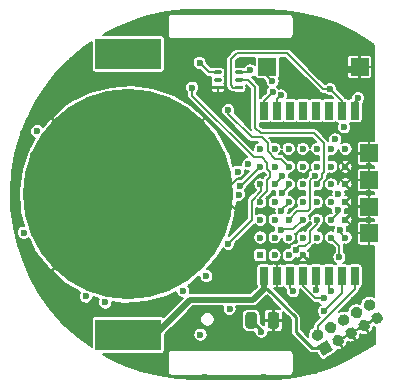
<source format=gbr>
G04 #@! TF.GenerationSoftware,KiCad,Pcbnew,5.1.9-73d0e3b20d~88~ubuntu20.04.1*
G04 #@! TF.CreationDate,2021-03-19T22:30:43+02:00*
G04 #@! TF.ProjectId,nRF5340-Wearable,6e524635-3334-4302-9d57-65617261626c,rev?*
G04 #@! TF.SameCoordinates,Original*
G04 #@! TF.FileFunction,Copper,L1,Top*
G04 #@! TF.FilePolarity,Positive*
%FSLAX46Y46*%
G04 Gerber Fmt 4.6, Leading zero omitted, Abs format (unit mm)*
G04 Created by KiCad (PCBNEW 5.1.9-73d0e3b20d~88~ubuntu20.04.1) date 2021-03-19 22:30:43*
%MOMM*%
%LPD*%
G01*
G04 APERTURE LIST*
G04 #@! TA.AperFunction,SMDPad,CuDef*
%ADD10C,0.599440*%
G04 #@! TD*
G04 #@! TA.AperFunction,SMDPad,CuDef*
%ADD11R,0.698500X1.498600*%
G04 #@! TD*
G04 #@! TA.AperFunction,SMDPad,CuDef*
%ADD12R,1.498600X1.498600*%
G04 #@! TD*
G04 #@! TA.AperFunction,SMDPad,CuDef*
%ADD13R,0.599440X0.599440*%
G04 #@! TD*
G04 #@! TA.AperFunction,SMDPad,CuDef*
%ADD14R,1.500000X1.500000*%
G04 #@! TD*
G04 #@! TA.AperFunction,ComponentPad*
%ADD15C,0.100000*%
G04 #@! TD*
G04 #@! TA.AperFunction,SMDPad,CuDef*
%ADD16R,5.560000X2.600000*%
G04 #@! TD*
G04 #@! TA.AperFunction,SMDPad,CuDef*
%ADD17C,17.800000*%
G04 #@! TD*
G04 #@! TA.AperFunction,ViaPad*
%ADD18C,0.600000*%
G04 #@! TD*
G04 #@! TA.AperFunction,Conductor*
%ADD19C,0.500000*%
G04 #@! TD*
G04 #@! TA.AperFunction,Conductor*
%ADD20C,0.250000*%
G04 #@! TD*
G04 #@! TA.AperFunction,Conductor*
%ADD21C,0.200000*%
G04 #@! TD*
G04 #@! TA.AperFunction,Conductor*
%ADD22C,0.100000*%
G04 #@! TD*
G04 APERTURE END LIST*
D10*
X75119280Y-72137880D03*
D11*
X79518560Y-59890000D03*
X78418740Y-59890000D03*
X77318920Y-59890000D03*
X76219100Y-59890000D03*
X75119280Y-59890000D03*
X74019460Y-59890000D03*
X72919640Y-59890000D03*
X71819820Y-59890000D03*
X71819820Y-73887940D03*
X72919640Y-73887940D03*
X74019460Y-73887940D03*
X75119280Y-73887940D03*
X76219100Y-73887940D03*
X77318920Y-73887940D03*
X78418740Y-73887940D03*
X79518560Y-73887940D03*
D10*
X78718460Y-64639800D03*
X77519580Y-64639800D03*
X76318160Y-64639800D03*
X75119280Y-64639800D03*
X73917860Y-64639800D03*
X72718980Y-64639800D03*
X71517560Y-64639800D03*
X78718460Y-66138400D03*
X77519580Y-66138400D03*
X76318160Y-66138400D03*
X75119280Y-66138400D03*
X73917860Y-66138400D03*
X72718980Y-66138400D03*
X71517560Y-66138400D03*
X78718460Y-67639540D03*
X77519580Y-67639540D03*
X76318160Y-67639540D03*
X75119280Y-67639540D03*
X73917860Y-67639540D03*
X72718980Y-67639540D03*
X71517560Y-67639540D03*
X78718460Y-69138140D03*
X77519580Y-69138140D03*
X76318160Y-69138140D03*
X75119280Y-69138140D03*
X73917860Y-69138140D03*
X72718980Y-69138140D03*
X71517560Y-69138140D03*
X78718460Y-70639280D03*
X77519580Y-70639280D03*
X76318160Y-70639280D03*
X75119280Y-70639280D03*
X73917860Y-70639280D03*
X72718980Y-70639280D03*
X71517560Y-70639280D03*
D12*
X80719980Y-63519660D03*
X80719980Y-65767560D03*
X80719980Y-68018000D03*
X80719980Y-70268440D03*
D10*
X73917860Y-72137880D03*
X72718980Y-72137880D03*
D13*
X71517560Y-72137880D03*
D10*
X78718460Y-63138660D03*
X77519580Y-63138660D03*
X76318160Y-63138660D03*
X75119280Y-63138660D03*
X73917860Y-63138660D03*
X72718980Y-63138660D03*
X71517560Y-63138660D03*
D14*
X79910000Y-56200000D03*
X72110000Y-56200000D03*
G04 #@! TA.AperFunction,SMDPad,CuDef*
G36*
G01*
X71230000Y-77193750D02*
X71230000Y-78106250D01*
G75*
G02*
X70986250Y-78350000I-243750J0D01*
G01*
X70498750Y-78350000D01*
G75*
G02*
X70255000Y-78106250I0J243750D01*
G01*
X70255000Y-77193750D01*
G75*
G02*
X70498750Y-76950000I243750J0D01*
G01*
X70986250Y-76950000D01*
G75*
G02*
X71230000Y-77193750I0J-243750D01*
G01*
G37*
G04 #@! TD.AperFunction*
G04 #@! TA.AperFunction,SMDPad,CuDef*
G36*
G01*
X73105000Y-77193750D02*
X73105000Y-78106250D01*
G75*
G02*
X72861250Y-78350000I-243750J0D01*
G01*
X72373750Y-78350000D01*
G75*
G02*
X72130000Y-78106250I0J243750D01*
G01*
X72130000Y-77193750D01*
G75*
G02*
X72373750Y-76950000I243750J0D01*
G01*
X72861250Y-76950000D01*
G75*
G02*
X73105000Y-77193750I0J-243750D01*
G01*
G37*
G04 #@! TD.AperFunction*
G04 #@! TA.AperFunction,SMDPad,CuDef*
G36*
G01*
X69395000Y-56715000D02*
X69395000Y-56565000D01*
G75*
G02*
X69470000Y-56490000I75000J0D01*
G01*
X69970000Y-56490000D01*
G75*
G02*
X70045000Y-56565000I0J-75000D01*
G01*
X70045000Y-56715000D01*
G75*
G02*
X69970000Y-56790000I-75000J0D01*
G01*
X69470000Y-56790000D01*
G75*
G02*
X69395000Y-56715000I0J75000D01*
G01*
G37*
G04 #@! TD.AperFunction*
G04 #@! TA.AperFunction,SMDPad,CuDef*
G36*
G01*
X69395000Y-57365000D02*
X69395000Y-57215000D01*
G75*
G02*
X69470000Y-57140000I75000J0D01*
G01*
X69970000Y-57140000D01*
G75*
G02*
X70045000Y-57215000I0J-75000D01*
G01*
X70045000Y-57365000D01*
G75*
G02*
X69970000Y-57440000I-75000J0D01*
G01*
X69470000Y-57440000D01*
G75*
G02*
X69395000Y-57365000I0J75000D01*
G01*
G37*
G04 #@! TD.AperFunction*
G04 #@! TA.AperFunction,SMDPad,CuDef*
G36*
G01*
X69395000Y-58015000D02*
X69395000Y-57865000D01*
G75*
G02*
X69470000Y-57790000I75000J0D01*
G01*
X69970000Y-57790000D01*
G75*
G02*
X70045000Y-57865000I0J-75000D01*
G01*
X70045000Y-58015000D01*
G75*
G02*
X69970000Y-58090000I-75000J0D01*
G01*
X69470000Y-58090000D01*
G75*
G02*
X69395000Y-58015000I0J75000D01*
G01*
G37*
G04 #@! TD.AperFunction*
G04 #@! TA.AperFunction,SMDPad,CuDef*
G36*
G01*
X67595000Y-58015000D02*
X67595000Y-57865000D01*
G75*
G02*
X67670000Y-57790000I75000J0D01*
G01*
X68170000Y-57790000D01*
G75*
G02*
X68245000Y-57865000I0J-75000D01*
G01*
X68245000Y-58015000D01*
G75*
G02*
X68170000Y-58090000I-75000J0D01*
G01*
X67670000Y-58090000D01*
G75*
G02*
X67595000Y-58015000I0J75000D01*
G01*
G37*
G04 #@! TD.AperFunction*
G04 #@! TA.AperFunction,SMDPad,CuDef*
G36*
G01*
X67595000Y-57365000D02*
X67595000Y-57215000D01*
G75*
G02*
X67670000Y-57140000I75000J0D01*
G01*
X68170000Y-57140000D01*
G75*
G02*
X68245000Y-57215000I0J-75000D01*
G01*
X68245000Y-57365000D01*
G75*
G02*
X68170000Y-57440000I-75000J0D01*
G01*
X67670000Y-57440000D01*
G75*
G02*
X67595000Y-57365000I0J75000D01*
G01*
G37*
G04 #@! TD.AperFunction*
G04 #@! TA.AperFunction,SMDPad,CuDef*
G36*
G01*
X67595000Y-56715000D02*
X67595000Y-56565000D01*
G75*
G02*
X67670000Y-56490000I75000J0D01*
G01*
X68170000Y-56490000D01*
G75*
G02*
X68245000Y-56565000I0J-75000D01*
G01*
X68245000Y-56715000D01*
G75*
G02*
X68170000Y-56790000I-75000J0D01*
G01*
X67670000Y-56790000D01*
G75*
G02*
X67595000Y-56715000I0J75000D01*
G01*
G37*
G04 #@! TD.AperFunction*
G04 #@! TA.AperFunction,ComponentPad*
G36*
G01*
X81014409Y-76793161D02*
X81014409Y-76793161D01*
G75*
G02*
X80331396Y-76610148I-250000J433013D01*
G01*
X80331396Y-76610148D01*
G75*
G02*
X80514409Y-75927135I433013J250000D01*
G01*
X80514409Y-75927135D01*
G75*
G02*
X81197422Y-76110148I250000J-433013D01*
G01*
X81197422Y-76110148D01*
G75*
G02*
X81014409Y-76793161I-433013J-250000D01*
G01*
G37*
G04 #@! TD.AperFunction*
G04 #@! TA.AperFunction,ComponentPad*
G36*
G01*
X81649409Y-77893013D02*
X81649409Y-77893013D01*
G75*
G02*
X80966396Y-77710000I-250000J433013D01*
G01*
X80966396Y-77710000D01*
G75*
G02*
X81149409Y-77026987I433013J250000D01*
G01*
X81149409Y-77026987D01*
G75*
G02*
X81832422Y-77210000I250000J-433013D01*
G01*
X81832422Y-77210000D01*
G75*
G02*
X81649409Y-77893013I-433013J-250000D01*
G01*
G37*
G04 #@! TD.AperFunction*
G04 #@! TA.AperFunction,ComponentPad*
G36*
G01*
X79914557Y-77428161D02*
X79914557Y-77428161D01*
G75*
G02*
X79231544Y-77245148I-250000J433013D01*
G01*
X79231544Y-77245148D01*
G75*
G02*
X79414557Y-76562135I433013J250000D01*
G01*
X79414557Y-76562135D01*
G75*
G02*
X80097570Y-76745148I250000J-433013D01*
G01*
X80097570Y-76745148D01*
G75*
G02*
X79914557Y-77428161I-433013J-250000D01*
G01*
G37*
G04 #@! TD.AperFunction*
G04 #@! TA.AperFunction,ComponentPad*
G36*
G01*
X80549557Y-78528013D02*
X80549557Y-78528013D01*
G75*
G02*
X79866544Y-78345000I-250000J433013D01*
G01*
X79866544Y-78345000D01*
G75*
G02*
X80049557Y-77661987I433013J250000D01*
G01*
X80049557Y-77661987D01*
G75*
G02*
X80732570Y-77845000I250000J-433013D01*
G01*
X80732570Y-77845000D01*
G75*
G02*
X80549557Y-78528013I-433013J-250000D01*
G01*
G37*
G04 #@! TD.AperFunction*
G04 #@! TA.AperFunction,ComponentPad*
G36*
G01*
X78814705Y-78063161D02*
X78814705Y-78063161D01*
G75*
G02*
X78131692Y-77880148I-250000J433013D01*
G01*
X78131692Y-77880148D01*
G75*
G02*
X78314705Y-77197135I433013J250000D01*
G01*
X78314705Y-77197135D01*
G75*
G02*
X78997718Y-77380148I250000J-433013D01*
G01*
X78997718Y-77380148D01*
G75*
G02*
X78814705Y-78063161I-433013J-250000D01*
G01*
G37*
G04 #@! TD.AperFunction*
G04 #@! TA.AperFunction,ComponentPad*
G36*
G01*
X79449705Y-79163013D02*
X79449705Y-79163013D01*
G75*
G02*
X78766692Y-78980000I-250000J433013D01*
G01*
X78766692Y-78980000D01*
G75*
G02*
X78949705Y-78296987I433013J250000D01*
G01*
X78949705Y-78296987D01*
G75*
G02*
X79632718Y-78480000I250000J-433013D01*
G01*
X79632718Y-78480000D01*
G75*
G02*
X79449705Y-79163013I-433013J-250000D01*
G01*
G37*
G04 #@! TD.AperFunction*
G04 #@! TA.AperFunction,ComponentPad*
G36*
G01*
X77714852Y-78698161D02*
X77714852Y-78698161D01*
G75*
G02*
X77031839Y-78515148I-250000J433013D01*
G01*
X77031839Y-78515148D01*
G75*
G02*
X77214852Y-77832135I433013J250000D01*
G01*
X77214852Y-77832135D01*
G75*
G02*
X77897865Y-78015148I250000J-433013D01*
G01*
X77897865Y-78015148D01*
G75*
G02*
X77714852Y-78698161I-433013J-250000D01*
G01*
G37*
G04 #@! TD.AperFunction*
G04 #@! TA.AperFunction,ComponentPad*
G36*
G01*
X78349852Y-79798013D02*
X78349852Y-79798013D01*
G75*
G02*
X77666839Y-79615000I-250000J433013D01*
G01*
X77666839Y-79615000D01*
G75*
G02*
X77849852Y-78931987I433013J250000D01*
G01*
X77849852Y-78931987D01*
G75*
G02*
X78532865Y-79115000I250000J-433013D01*
G01*
X78532865Y-79115000D01*
G75*
G02*
X78349852Y-79798013I-433013J-250000D01*
G01*
G37*
G04 #@! TD.AperFunction*
G04 #@! TA.AperFunction,ComponentPad*
G36*
G01*
X76615000Y-79333161D02*
X76615000Y-79333161D01*
G75*
G02*
X75931987Y-79150148I-250000J433013D01*
G01*
X75931987Y-79150148D01*
G75*
G02*
X76115000Y-78467135I433013J250000D01*
G01*
X76115000Y-78467135D01*
G75*
G02*
X76798013Y-78650148I250000J-433013D01*
G01*
X76798013Y-78650148D01*
G75*
G02*
X76615000Y-79333161I-433013J-250000D01*
G01*
G37*
G04 #@! TD.AperFunction*
G04 #@! TA.AperFunction,ComponentPad*
D15*
G36*
X77683013Y-80183013D02*
G01*
X76816987Y-80683013D01*
X76316987Y-79816987D01*
X77183013Y-79316987D01*
X77683013Y-80183013D01*
G37*
G04 #@! TD.AperFunction*
D16*
X60330000Y-78895000D03*
X60330000Y-55085000D03*
D17*
X60330000Y-66990000D03*
D18*
X60900000Y-79000000D03*
X60800000Y-54900000D03*
X56743148Y-75624641D03*
X59600000Y-54900000D03*
X59700000Y-79000000D03*
X78129998Y-66940000D03*
X77860000Y-62330000D03*
X54070000Y-64830000D03*
X57530000Y-69960000D03*
X79220000Y-56490000D03*
X62210000Y-61790000D03*
X66430000Y-65500000D03*
X54570000Y-67490000D03*
X80750000Y-62300000D03*
X80740000Y-60040000D03*
X64580000Y-72540000D03*
X67540000Y-67840000D03*
X64620000Y-68230000D03*
X75740000Y-63860000D03*
X76490000Y-71690000D03*
X70120000Y-55620000D03*
X72110000Y-61200000D03*
X69440000Y-74730000D03*
X79130000Y-65340000D03*
X79190000Y-68350000D03*
X75000000Y-52300000D03*
X62900000Y-52200000D03*
X63100000Y-81500000D03*
X75000000Y-81500000D03*
X56400000Y-78400000D03*
X53200000Y-75300000D03*
X56100000Y-55300000D03*
X53800000Y-57600000D03*
X50780000Y-66730000D03*
X76130000Y-81980000D03*
X69200000Y-79600000D03*
X64600000Y-55800000D03*
X71700000Y-54100000D03*
X65700000Y-54000000D03*
X68800000Y-54000000D03*
X65600000Y-79800000D03*
X71800000Y-79700000D03*
X75400000Y-77000000D03*
X70700000Y-71100000D03*
X78900000Y-71900000D03*
X80720000Y-69140000D03*
X80710000Y-66880000D03*
X80720000Y-64610000D03*
X80710000Y-71540000D03*
X80750000Y-73800000D03*
X80810000Y-79630000D03*
X80780000Y-54720000D03*
X78190000Y-53070000D03*
X77700000Y-81360000D03*
X71840000Y-82460000D03*
X66820000Y-82450000D03*
X51700000Y-72270000D03*
X51420000Y-61890000D03*
X73400000Y-62370000D03*
X78170000Y-63860000D03*
X72210000Y-69880000D03*
X70240000Y-59300000D03*
X67390000Y-58860000D03*
X76270000Y-54120000D03*
X74420000Y-63870000D03*
X68130000Y-64470000D03*
X72150000Y-76100000D03*
X74400000Y-79630000D03*
X68260000Y-73550000D03*
X72960000Y-71390000D03*
X75340000Y-57940000D03*
X75630000Y-55700000D03*
X71700000Y-57530000D03*
X64470000Y-61790000D03*
X52280000Y-63740000D03*
X59605010Y-73234990D03*
X69440000Y-64090000D03*
X79470000Y-75940000D03*
X68790000Y-71160000D03*
X70669975Y-56490025D03*
X70500000Y-64430000D03*
X52620000Y-61640000D03*
X79790000Y-58830000D03*
X69610000Y-65060000D03*
X77420000Y-58070000D03*
X77500000Y-75200000D03*
X76886084Y-76866084D03*
X68790000Y-59860000D03*
X51500000Y-70230000D03*
X73320000Y-66890000D03*
X73320000Y-65400000D03*
X66940000Y-73910000D03*
X76106791Y-65419080D03*
X73248909Y-69988909D03*
X78610000Y-61300000D03*
X64960000Y-75150000D03*
X74518572Y-71689279D03*
X58380662Y-76134540D03*
X78110000Y-68350000D03*
X66370000Y-55860000D03*
X68910000Y-76684540D03*
X78290000Y-69980000D03*
X66440000Y-78860000D03*
X78200000Y-72320000D03*
X65730000Y-57950000D03*
X71600000Y-78600000D03*
X69770000Y-66260000D03*
X76233916Y-75066084D03*
X74280000Y-75200000D03*
X72540000Y-57400000D03*
X73300000Y-68360000D03*
X69679986Y-67011855D03*
X73250000Y-58610000D03*
X72550000Y-58340000D03*
X76876360Y-75781456D03*
D19*
X71819820Y-73887940D02*
X71819820Y-74980180D01*
D20*
X72080180Y-74980180D02*
X71819820Y-74980180D01*
X74500000Y-77400000D02*
X72080180Y-74980180D01*
X74500000Y-78600000D02*
X74500000Y-77400000D01*
X75900000Y-80000000D02*
X74500000Y-78600000D01*
X77000000Y-80000000D02*
X75900000Y-80000000D01*
D19*
X62605000Y-78895000D02*
X60330000Y-78895000D01*
X65580000Y-75920000D02*
X62605000Y-78895000D01*
X70880000Y-75920000D02*
X65580000Y-75920000D01*
X71819820Y-74980180D02*
X70880000Y-75920000D01*
D21*
X60330000Y-66990000D02*
X68190000Y-66990000D01*
X68190000Y-66990000D02*
X69660000Y-68460000D01*
X69660000Y-68460000D02*
X69660000Y-68900000D01*
X60330000Y-66990000D02*
X67830000Y-66990000D01*
X60330000Y-66990000D02*
X67740000Y-66990000D01*
X69874001Y-65610001D02*
X70250000Y-65234002D01*
X69639999Y-65610001D02*
X69874001Y-65610001D01*
X68260000Y-66990000D02*
X69639999Y-65610001D01*
X60330000Y-66990000D02*
X68260000Y-66990000D01*
X77494861Y-65340000D02*
X76920000Y-65914861D01*
X79130000Y-65340000D02*
X77494861Y-65340000D01*
X76920000Y-65914861D02*
X76920000Y-67020000D01*
X71570000Y-66190840D02*
X71517560Y-66138400D01*
X71570000Y-66720000D02*
X71570000Y-66190840D01*
X70770000Y-67520000D02*
X71570000Y-66720000D01*
X70770000Y-69180000D02*
X70770000Y-67520000D01*
X68790000Y-71160000D02*
X70770000Y-69180000D01*
X70520000Y-56640000D02*
X70669975Y-56490025D01*
X69720000Y-56640000D02*
X70520000Y-56640000D01*
D20*
X79518560Y-59890000D02*
X79518560Y-59101440D01*
X79518560Y-59101440D02*
X79790000Y-58830000D01*
D21*
X78418740Y-59068740D02*
X77420000Y-58070000D01*
X78418740Y-59890000D02*
X78418740Y-59068740D01*
X69010000Y-57760000D02*
X69190000Y-57940000D01*
X69010000Y-55540000D02*
X69010000Y-57760000D01*
X69510000Y-55040000D02*
X69010000Y-55540000D01*
X69190000Y-57940000D02*
X69720000Y-57940000D01*
X73790000Y-55040000D02*
X69510000Y-55040000D01*
X76820000Y-58070000D02*
X73790000Y-55040000D01*
X77420000Y-58070000D02*
X76820000Y-58070000D01*
X77318920Y-75018920D02*
X77500000Y-75200000D01*
X77318920Y-73887940D02*
X77318920Y-75018920D01*
X78418740Y-73887940D02*
X78418740Y-75333428D01*
X78418740Y-75333428D02*
X76886084Y-76866084D01*
X76365000Y-78900148D02*
X76365000Y-78165000D01*
X76365000Y-78165000D02*
X79518560Y-75011440D01*
X79518560Y-75011440D02*
X79518560Y-74837240D01*
X79518560Y-74837240D02*
X79518560Y-73887940D01*
X72120000Y-63353268D02*
X72746732Y-63980000D01*
X73258060Y-63980000D02*
X73917860Y-64639800D01*
X72120000Y-62610000D02*
X72120000Y-63353268D01*
X71670000Y-62160000D02*
X72120000Y-62610000D01*
X70790000Y-62160000D02*
X71670000Y-62160000D01*
X68790000Y-60160000D02*
X70790000Y-62160000D01*
X72746732Y-63980000D02*
X73258060Y-63980000D01*
X68790000Y-59860000D02*
X68790000Y-60160000D01*
X73917860Y-66282140D02*
X73917860Y-66138400D01*
X73320000Y-66880000D02*
X73917860Y-66282140D01*
X73320000Y-66890000D02*
X73320000Y-66880000D01*
X73320000Y-65537380D02*
X72718980Y-66138400D01*
X73320000Y-65400000D02*
X73320000Y-65537380D01*
X73917860Y-69138140D02*
X74656000Y-68400000D01*
X75510000Y-68400000D02*
X75720000Y-68190000D01*
X74656000Y-68400000D02*
X75510000Y-68400000D01*
X75720000Y-68190000D02*
X75720000Y-65805871D01*
X75720000Y-65805871D02*
X76106791Y-65419080D01*
X74307420Y-69950000D02*
X73220000Y-69950000D01*
X75119280Y-69138140D02*
X74307420Y-69950000D01*
X74818571Y-71389280D02*
X74518572Y-71689279D01*
X75330720Y-71389280D02*
X74818571Y-71389280D01*
X75720000Y-71000000D02*
X75330720Y-71389280D01*
X75720000Y-70120000D02*
X75720000Y-71000000D01*
X76318160Y-69521840D02*
X75720000Y-70120000D01*
X76318160Y-69138140D02*
X76318160Y-69521840D01*
X77519580Y-69138140D02*
X78110000Y-68547720D01*
X78110000Y-68547720D02*
X78110000Y-68350000D01*
X67150000Y-56640000D02*
X66370000Y-55860000D01*
X67920000Y-56640000D02*
X67150000Y-56640000D01*
X78290000Y-70210820D02*
X78718460Y-70639280D01*
X78290000Y-69980000D02*
X78290000Y-70210820D01*
X77519580Y-70639280D02*
X78200000Y-71319700D01*
X78200000Y-71319700D02*
X78200000Y-72320000D01*
X72110000Y-65740000D02*
X72110000Y-66690000D01*
X72360000Y-65490000D02*
X72110000Y-65740000D01*
X72360000Y-65120000D02*
X72360000Y-65490000D01*
X72110000Y-64870000D02*
X72360000Y-65120000D01*
X72110000Y-66690000D02*
X71517560Y-67282440D01*
X72110000Y-64340000D02*
X72110000Y-64870000D01*
X71517560Y-67282440D02*
X71517560Y-67639540D01*
X71620000Y-63850000D02*
X72110000Y-64340000D01*
X70950000Y-63850000D02*
X71620000Y-63850000D01*
X65730000Y-58630000D02*
X70950000Y-63850000D01*
X65730000Y-57950000D02*
X65730000Y-58630000D01*
X76730000Y-65609873D02*
X76318160Y-66021713D01*
X76910000Y-65050000D02*
X76730000Y-65230000D01*
X76920000Y-65050000D02*
X76910000Y-65050000D01*
X76920000Y-62650000D02*
X76920000Y-65050000D01*
X76318160Y-66021713D02*
X76318160Y-66138400D01*
X76070000Y-61800000D02*
X76920000Y-62650000D01*
X71530000Y-61800000D02*
X76070000Y-61800000D01*
X71070000Y-57920000D02*
X71070000Y-61340000D01*
X76730000Y-65230000D02*
X76730000Y-65609873D01*
X70440000Y-57290000D02*
X71070000Y-57920000D01*
X71070000Y-61340000D02*
X71530000Y-61800000D01*
X69720000Y-57290000D02*
X70440000Y-57290000D01*
D20*
X71600000Y-78507500D02*
X70742500Y-77650000D01*
X71600000Y-78600000D02*
X71600000Y-78507500D01*
D21*
X71517560Y-64639800D02*
X69897360Y-66260000D01*
X69897360Y-66260000D02*
X69770000Y-66260000D01*
D20*
X76219100Y-73887940D02*
X76219100Y-75051268D01*
X76219100Y-75051268D02*
X76233916Y-75066084D01*
D21*
X74019460Y-74939460D02*
X74280000Y-75200000D01*
X74019460Y-73887940D02*
X74019460Y-74939460D01*
X72110000Y-56200000D02*
X72110000Y-56970000D01*
X72110000Y-56970000D02*
X72540000Y-57400000D01*
X73917860Y-67702140D02*
X73917860Y-67639540D01*
X73300000Y-68320000D02*
X73917860Y-67702140D01*
X73300000Y-68360000D02*
X73300000Y-68320000D01*
X72919640Y-58940360D02*
X73250000Y-58610000D01*
X72919640Y-59890000D02*
X72919640Y-58940360D01*
X71819820Y-59070180D02*
X72550000Y-58340000D01*
X71819820Y-59890000D02*
X71819820Y-59070180D01*
X76160000Y-75770000D02*
X76812720Y-75770000D01*
X75119280Y-74729280D02*
X76160000Y-75770000D01*
X76876360Y-75833640D02*
X76876360Y-75781456D01*
X75119280Y-73887940D02*
X75119280Y-74729280D01*
X76812720Y-75770000D02*
X76876360Y-75833640D01*
X73152151Y-76653192D02*
X73105000Y-76648548D01*
X72717500Y-76650000D01*
X72642500Y-76725000D01*
X72642500Y-77625000D01*
X73330000Y-77625000D01*
X73405000Y-77550000D01*
X73406452Y-76950000D01*
X73401808Y-76902849D01*
X74075001Y-77576042D01*
X74075000Y-78579133D01*
X74072945Y-78600000D01*
X74075000Y-78620867D01*
X74075000Y-78620873D01*
X74077869Y-78650000D01*
X74081150Y-78683314D01*
X74081657Y-78684986D01*
X74105452Y-78763426D01*
X74144916Y-78837259D01*
X74198026Y-78901974D01*
X74214243Y-78915283D01*
X75584721Y-80285762D01*
X75598026Y-80301974D01*
X75662740Y-80355084D01*
X75736573Y-80394548D01*
X75787294Y-80409934D01*
X75816685Y-80418850D01*
X75824327Y-80419603D01*
X75879126Y-80425000D01*
X75879133Y-80425000D01*
X75900000Y-80427055D01*
X75920867Y-80425000D01*
X76319938Y-80425000D01*
X76555923Y-80833738D01*
X76590344Y-80881773D01*
X76633475Y-80922170D01*
X76683659Y-80953376D01*
X76738966Y-80974192D01*
X76797271Y-80983819D01*
X76856334Y-80981885D01*
X76913885Y-80968466D01*
X76967712Y-80944077D01*
X77833738Y-80444077D01*
X77881773Y-80409656D01*
X77922170Y-80366525D01*
X77953376Y-80316341D01*
X77974192Y-80261034D01*
X77983819Y-80202729D01*
X77982178Y-80152626D01*
X78041132Y-80162845D01*
X78197912Y-80158970D01*
X78350924Y-80124583D01*
X78363067Y-80120459D01*
X78440486Y-80004995D01*
X78090701Y-79399151D01*
X78073381Y-79409151D01*
X78053175Y-79374151D01*
X78134003Y-79374151D01*
X78483787Y-79979995D01*
X78622491Y-79970680D01*
X78632134Y-79962226D01*
X78738420Y-79846908D01*
X78820166Y-79713070D01*
X78874230Y-79565856D01*
X78890217Y-79463952D01*
X78986462Y-79501059D01*
X79140985Y-79527845D01*
X79297765Y-79523970D01*
X79450777Y-79489583D01*
X79462920Y-79485459D01*
X79540339Y-79369995D01*
X79190554Y-78764151D01*
X78646830Y-79078070D01*
X78134003Y-79374151D01*
X78053175Y-79374151D01*
X78048381Y-79365849D01*
X78065701Y-79355849D01*
X78055701Y-79338529D01*
X78099003Y-79313529D01*
X78109003Y-79330849D01*
X78559673Y-79070655D01*
X78622590Y-79034330D01*
X78714884Y-78981044D01*
X79133854Y-78739151D01*
X79233856Y-78739151D01*
X79583640Y-79344995D01*
X79722344Y-79335680D01*
X79731987Y-79327226D01*
X79838273Y-79211908D01*
X79920019Y-79078070D01*
X79974083Y-78930856D01*
X79990070Y-78828952D01*
X80086314Y-78866059D01*
X80240837Y-78892845D01*
X80397617Y-78888970D01*
X80550629Y-78854583D01*
X80562772Y-78850459D01*
X80640191Y-78734995D01*
X80290406Y-78129151D01*
X79684525Y-78478956D01*
X79684525Y-78478957D01*
X79233856Y-78739151D01*
X79133854Y-78739151D01*
X79165554Y-78720849D01*
X79155554Y-78703529D01*
X79198856Y-78678529D01*
X79208856Y-78695849D01*
X79814737Y-78346044D01*
X79814737Y-78346043D01*
X80265406Y-78085849D01*
X80255406Y-78068529D01*
X80298708Y-78043529D01*
X80308708Y-78060849D01*
X80914589Y-77711044D01*
X80914589Y-77711043D01*
X81178222Y-77558834D01*
X81178323Y-77616512D01*
X80784377Y-77843956D01*
X80784377Y-77843957D01*
X80333708Y-78104151D01*
X80683492Y-78709995D01*
X80822196Y-78700680D01*
X80831839Y-78692226D01*
X80938125Y-78576908D01*
X81019871Y-78443070D01*
X81073935Y-78295856D01*
X81089922Y-78193952D01*
X81179395Y-78228449D01*
X81181840Y-79623698D01*
X80233439Y-80279179D01*
X78873849Y-81031262D01*
X77446272Y-81644598D01*
X75964850Y-82113110D01*
X74444220Y-82432171D01*
X72895503Y-82599048D01*
X71994583Y-82625000D01*
X66009326Y-82625000D01*
X64448182Y-82547282D01*
X62911703Y-82316284D01*
X61405747Y-81933819D01*
X59945247Y-81403682D01*
X58544614Y-80731108D01*
X58165254Y-80500000D01*
X63673428Y-80500000D01*
X63675000Y-80515961D01*
X63675001Y-81984029D01*
X63673428Y-82000000D01*
X63679703Y-82063711D01*
X63698287Y-82124974D01*
X63728465Y-82181434D01*
X63769079Y-82230921D01*
X63818566Y-82271535D01*
X63875026Y-82301713D01*
X63936289Y-82320297D01*
X63984039Y-82325000D01*
X63984040Y-82325000D01*
X64000000Y-82326572D01*
X64015961Y-82325000D01*
X73984039Y-82325000D01*
X74000000Y-82326572D01*
X74015960Y-82325000D01*
X74015961Y-82325000D01*
X74063711Y-82320297D01*
X74124974Y-82301713D01*
X74181434Y-82271535D01*
X74230921Y-82230921D01*
X74271535Y-82181434D01*
X74301713Y-82124974D01*
X74320297Y-82063711D01*
X74326572Y-82000000D01*
X74325000Y-81984039D01*
X74325000Y-80515961D01*
X74326572Y-80500000D01*
X74320297Y-80436289D01*
X74301713Y-80375026D01*
X74271535Y-80318566D01*
X74230921Y-80269079D01*
X74181434Y-80228465D01*
X74124974Y-80198287D01*
X74063711Y-80179703D01*
X74015961Y-80175000D01*
X74000000Y-80173428D01*
X73984040Y-80175000D01*
X64015960Y-80175000D01*
X64000000Y-80173428D01*
X63984039Y-80175000D01*
X63936289Y-80179703D01*
X63875026Y-80198287D01*
X63818566Y-80228465D01*
X63769079Y-80269079D01*
X63728465Y-80318566D01*
X63698287Y-80375026D01*
X63679703Y-80436289D01*
X63673428Y-80500000D01*
X58165254Y-80500000D01*
X58159428Y-80496451D01*
X63110000Y-80496451D01*
X63168810Y-80490659D01*
X63225360Y-80473504D01*
X63277477Y-80445647D01*
X63323158Y-80408158D01*
X63360647Y-80362477D01*
X63388504Y-80310360D01*
X63405659Y-80253810D01*
X63411451Y-80195000D01*
X63411451Y-78866366D01*
X63476912Y-78800905D01*
X65840000Y-78800905D01*
X65840000Y-78919095D01*
X65863058Y-79035014D01*
X65908287Y-79144207D01*
X65973950Y-79242478D01*
X66057522Y-79326050D01*
X66155793Y-79391713D01*
X66264986Y-79436942D01*
X66380905Y-79460000D01*
X66499095Y-79460000D01*
X66615014Y-79436942D01*
X66724207Y-79391713D01*
X66822478Y-79326050D01*
X66906050Y-79242478D01*
X66971713Y-79144207D01*
X67016942Y-79035014D01*
X67040000Y-78919095D01*
X67040000Y-78800905D01*
X67016942Y-78684986D01*
X66971713Y-78575793D01*
X66906050Y-78477522D01*
X66822478Y-78393950D01*
X66724207Y-78328287D01*
X66615014Y-78283058D01*
X66499095Y-78260000D01*
X66380905Y-78260000D01*
X66264986Y-78283058D01*
X66155793Y-78328287D01*
X66057522Y-78393950D01*
X65973950Y-78477522D01*
X65908287Y-78575793D01*
X65863058Y-78684986D01*
X65840000Y-78800905D01*
X63476912Y-78800905D01*
X64769374Y-77508443D01*
X66398000Y-77508443D01*
X66398000Y-77631557D01*
X66422019Y-77752306D01*
X66469132Y-77866048D01*
X66537531Y-77968414D01*
X66624586Y-78055469D01*
X66726952Y-78123868D01*
X66840694Y-78170981D01*
X66961443Y-78195000D01*
X67084557Y-78195000D01*
X67205306Y-78170981D01*
X67319048Y-78123868D01*
X67421414Y-78055469D01*
X67508469Y-77968414D01*
X67576868Y-77866048D01*
X67623981Y-77752306D01*
X67648000Y-77631557D01*
X67648000Y-77508443D01*
X67623981Y-77387694D01*
X67576868Y-77273952D01*
X67508469Y-77171586D01*
X67421414Y-77084531D01*
X67319048Y-77016132D01*
X67205306Y-76969019D01*
X67084557Y-76945000D01*
X66961443Y-76945000D01*
X66840694Y-76969019D01*
X66726952Y-77016132D01*
X66624586Y-77084531D01*
X66537531Y-77171586D01*
X66469132Y-77273952D01*
X66422019Y-77387694D01*
X66398000Y-77508443D01*
X64769374Y-77508443D01*
X65807818Y-76470000D01*
X68349430Y-76470000D01*
X68333058Y-76509526D01*
X68310000Y-76625445D01*
X68310000Y-76743635D01*
X68333058Y-76859554D01*
X68378287Y-76968747D01*
X68443950Y-77067018D01*
X68527522Y-77150590D01*
X68625793Y-77216253D01*
X68734986Y-77261482D01*
X68850905Y-77284540D01*
X68969095Y-77284540D01*
X69085014Y-77261482D01*
X69194207Y-77216253D01*
X69227884Y-77193750D01*
X69953549Y-77193750D01*
X69953549Y-78106250D01*
X69964025Y-78212613D01*
X69995050Y-78314889D01*
X70045432Y-78409147D01*
X70113235Y-78491765D01*
X70195853Y-78559568D01*
X70290111Y-78609950D01*
X70392387Y-78640975D01*
X70498750Y-78651451D01*
X70986250Y-78651451D01*
X71000000Y-78650097D01*
X71000000Y-78659095D01*
X71023058Y-78775014D01*
X71068287Y-78884207D01*
X71133950Y-78982478D01*
X71217522Y-79066050D01*
X71315793Y-79131713D01*
X71424986Y-79176942D01*
X71540905Y-79200000D01*
X71659095Y-79200000D01*
X71775014Y-79176942D01*
X71884207Y-79131713D01*
X71982478Y-79066050D01*
X72066050Y-78982478D01*
X72131713Y-78884207D01*
X72176942Y-78775014D01*
X72200000Y-78659095D01*
X72200000Y-78651190D01*
X72517500Y-78650000D01*
X72592500Y-78575000D01*
X72592500Y-77675000D01*
X72642500Y-77675000D01*
X72642500Y-78575000D01*
X72717500Y-78650000D01*
X73105000Y-78651452D01*
X73163810Y-78645660D01*
X73220361Y-78628505D01*
X73272478Y-78600648D01*
X73318159Y-78563159D01*
X73355648Y-78517478D01*
X73383505Y-78465361D01*
X73400660Y-78408810D01*
X73406452Y-78350000D01*
X73405000Y-77750000D01*
X73330000Y-77675000D01*
X72642500Y-77675000D01*
X72592500Y-77675000D01*
X71905000Y-77675000D01*
X71830000Y-77750000D01*
X71829285Y-78045538D01*
X71775014Y-78023058D01*
X71702094Y-78008553D01*
X71531451Y-77837910D01*
X71531451Y-77193750D01*
X71520975Y-77087387D01*
X71489950Y-76985111D01*
X71471183Y-76950000D01*
X71828548Y-76950000D01*
X71830000Y-77550000D01*
X71905000Y-77625000D01*
X72592500Y-77625000D01*
X72592500Y-76725000D01*
X72517500Y-76650000D01*
X72130000Y-76648548D01*
X72071190Y-76654340D01*
X72014639Y-76671495D01*
X71962522Y-76699352D01*
X71916841Y-76736841D01*
X71879352Y-76782522D01*
X71851495Y-76834639D01*
X71834340Y-76891190D01*
X71828548Y-76950000D01*
X71471183Y-76950000D01*
X71439568Y-76890853D01*
X71371765Y-76808235D01*
X71289147Y-76740432D01*
X71194889Y-76690050D01*
X71092613Y-76659025D01*
X70986250Y-76648549D01*
X70498750Y-76648549D01*
X70392387Y-76659025D01*
X70290111Y-76690050D01*
X70195853Y-76740432D01*
X70113235Y-76808235D01*
X70045432Y-76890853D01*
X69995050Y-76985111D01*
X69964025Y-77087387D01*
X69953549Y-77193750D01*
X69227884Y-77193750D01*
X69292478Y-77150590D01*
X69376050Y-77067018D01*
X69441713Y-76968747D01*
X69486942Y-76859554D01*
X69510000Y-76743635D01*
X69510000Y-76625445D01*
X69486942Y-76509526D01*
X69470570Y-76470000D01*
X70852992Y-76470000D01*
X70880000Y-76472660D01*
X70907008Y-76470000D01*
X70907018Y-76470000D01*
X70987819Y-76462042D01*
X71091494Y-76430592D01*
X71187042Y-76379521D01*
X71270790Y-76310790D01*
X71288013Y-76289804D01*
X72038389Y-75539429D01*
X73152151Y-76653192D01*
G04 #@! TA.AperFunction,Conductor*
D22*
G36*
X73152151Y-76653192D02*
G01*
X73105000Y-76648548D01*
X72717500Y-76650000D01*
X72642500Y-76725000D01*
X72642500Y-77625000D01*
X73330000Y-77625000D01*
X73405000Y-77550000D01*
X73406452Y-76950000D01*
X73401808Y-76902849D01*
X74075001Y-77576042D01*
X74075000Y-78579133D01*
X74072945Y-78600000D01*
X74075000Y-78620867D01*
X74075000Y-78620873D01*
X74077869Y-78650000D01*
X74081150Y-78683314D01*
X74081657Y-78684986D01*
X74105452Y-78763426D01*
X74144916Y-78837259D01*
X74198026Y-78901974D01*
X74214243Y-78915283D01*
X75584721Y-80285762D01*
X75598026Y-80301974D01*
X75662740Y-80355084D01*
X75736573Y-80394548D01*
X75787294Y-80409934D01*
X75816685Y-80418850D01*
X75824327Y-80419603D01*
X75879126Y-80425000D01*
X75879133Y-80425000D01*
X75900000Y-80427055D01*
X75920867Y-80425000D01*
X76319938Y-80425000D01*
X76555923Y-80833738D01*
X76590344Y-80881773D01*
X76633475Y-80922170D01*
X76683659Y-80953376D01*
X76738966Y-80974192D01*
X76797271Y-80983819D01*
X76856334Y-80981885D01*
X76913885Y-80968466D01*
X76967712Y-80944077D01*
X77833738Y-80444077D01*
X77881773Y-80409656D01*
X77922170Y-80366525D01*
X77953376Y-80316341D01*
X77974192Y-80261034D01*
X77983819Y-80202729D01*
X77982178Y-80152626D01*
X78041132Y-80162845D01*
X78197912Y-80158970D01*
X78350924Y-80124583D01*
X78363067Y-80120459D01*
X78440486Y-80004995D01*
X78090701Y-79399151D01*
X78073381Y-79409151D01*
X78053175Y-79374151D01*
X78134003Y-79374151D01*
X78483787Y-79979995D01*
X78622491Y-79970680D01*
X78632134Y-79962226D01*
X78738420Y-79846908D01*
X78820166Y-79713070D01*
X78874230Y-79565856D01*
X78890217Y-79463952D01*
X78986462Y-79501059D01*
X79140985Y-79527845D01*
X79297765Y-79523970D01*
X79450777Y-79489583D01*
X79462920Y-79485459D01*
X79540339Y-79369995D01*
X79190554Y-78764151D01*
X78646830Y-79078070D01*
X78134003Y-79374151D01*
X78053175Y-79374151D01*
X78048381Y-79365849D01*
X78065701Y-79355849D01*
X78055701Y-79338529D01*
X78099003Y-79313529D01*
X78109003Y-79330849D01*
X78559673Y-79070655D01*
X78622590Y-79034330D01*
X78714884Y-78981044D01*
X79133854Y-78739151D01*
X79233856Y-78739151D01*
X79583640Y-79344995D01*
X79722344Y-79335680D01*
X79731987Y-79327226D01*
X79838273Y-79211908D01*
X79920019Y-79078070D01*
X79974083Y-78930856D01*
X79990070Y-78828952D01*
X80086314Y-78866059D01*
X80240837Y-78892845D01*
X80397617Y-78888970D01*
X80550629Y-78854583D01*
X80562772Y-78850459D01*
X80640191Y-78734995D01*
X80290406Y-78129151D01*
X79684525Y-78478956D01*
X79684525Y-78478957D01*
X79233856Y-78739151D01*
X79133854Y-78739151D01*
X79165554Y-78720849D01*
X79155554Y-78703529D01*
X79198856Y-78678529D01*
X79208856Y-78695849D01*
X79814737Y-78346044D01*
X79814737Y-78346043D01*
X80265406Y-78085849D01*
X80255406Y-78068529D01*
X80298708Y-78043529D01*
X80308708Y-78060849D01*
X80914589Y-77711044D01*
X80914589Y-77711043D01*
X81178222Y-77558834D01*
X81178323Y-77616512D01*
X80784377Y-77843956D01*
X80784377Y-77843957D01*
X80333708Y-78104151D01*
X80683492Y-78709995D01*
X80822196Y-78700680D01*
X80831839Y-78692226D01*
X80938125Y-78576908D01*
X81019871Y-78443070D01*
X81073935Y-78295856D01*
X81089922Y-78193952D01*
X81179395Y-78228449D01*
X81181840Y-79623698D01*
X80233439Y-80279179D01*
X78873849Y-81031262D01*
X77446272Y-81644598D01*
X75964850Y-82113110D01*
X74444220Y-82432171D01*
X72895503Y-82599048D01*
X71994583Y-82625000D01*
X66009326Y-82625000D01*
X64448182Y-82547282D01*
X62911703Y-82316284D01*
X61405747Y-81933819D01*
X59945247Y-81403682D01*
X58544614Y-80731108D01*
X58165254Y-80500000D01*
X63673428Y-80500000D01*
X63675000Y-80515961D01*
X63675001Y-81984029D01*
X63673428Y-82000000D01*
X63679703Y-82063711D01*
X63698287Y-82124974D01*
X63728465Y-82181434D01*
X63769079Y-82230921D01*
X63818566Y-82271535D01*
X63875026Y-82301713D01*
X63936289Y-82320297D01*
X63984039Y-82325000D01*
X63984040Y-82325000D01*
X64000000Y-82326572D01*
X64015961Y-82325000D01*
X73984039Y-82325000D01*
X74000000Y-82326572D01*
X74015960Y-82325000D01*
X74015961Y-82325000D01*
X74063711Y-82320297D01*
X74124974Y-82301713D01*
X74181434Y-82271535D01*
X74230921Y-82230921D01*
X74271535Y-82181434D01*
X74301713Y-82124974D01*
X74320297Y-82063711D01*
X74326572Y-82000000D01*
X74325000Y-81984039D01*
X74325000Y-80515961D01*
X74326572Y-80500000D01*
X74320297Y-80436289D01*
X74301713Y-80375026D01*
X74271535Y-80318566D01*
X74230921Y-80269079D01*
X74181434Y-80228465D01*
X74124974Y-80198287D01*
X74063711Y-80179703D01*
X74015961Y-80175000D01*
X74000000Y-80173428D01*
X73984040Y-80175000D01*
X64015960Y-80175000D01*
X64000000Y-80173428D01*
X63984039Y-80175000D01*
X63936289Y-80179703D01*
X63875026Y-80198287D01*
X63818566Y-80228465D01*
X63769079Y-80269079D01*
X63728465Y-80318566D01*
X63698287Y-80375026D01*
X63679703Y-80436289D01*
X63673428Y-80500000D01*
X58165254Y-80500000D01*
X58159428Y-80496451D01*
X63110000Y-80496451D01*
X63168810Y-80490659D01*
X63225360Y-80473504D01*
X63277477Y-80445647D01*
X63323158Y-80408158D01*
X63360647Y-80362477D01*
X63388504Y-80310360D01*
X63405659Y-80253810D01*
X63411451Y-80195000D01*
X63411451Y-78866366D01*
X63476912Y-78800905D01*
X65840000Y-78800905D01*
X65840000Y-78919095D01*
X65863058Y-79035014D01*
X65908287Y-79144207D01*
X65973950Y-79242478D01*
X66057522Y-79326050D01*
X66155793Y-79391713D01*
X66264986Y-79436942D01*
X66380905Y-79460000D01*
X66499095Y-79460000D01*
X66615014Y-79436942D01*
X66724207Y-79391713D01*
X66822478Y-79326050D01*
X66906050Y-79242478D01*
X66971713Y-79144207D01*
X67016942Y-79035014D01*
X67040000Y-78919095D01*
X67040000Y-78800905D01*
X67016942Y-78684986D01*
X66971713Y-78575793D01*
X66906050Y-78477522D01*
X66822478Y-78393950D01*
X66724207Y-78328287D01*
X66615014Y-78283058D01*
X66499095Y-78260000D01*
X66380905Y-78260000D01*
X66264986Y-78283058D01*
X66155793Y-78328287D01*
X66057522Y-78393950D01*
X65973950Y-78477522D01*
X65908287Y-78575793D01*
X65863058Y-78684986D01*
X65840000Y-78800905D01*
X63476912Y-78800905D01*
X64769374Y-77508443D01*
X66398000Y-77508443D01*
X66398000Y-77631557D01*
X66422019Y-77752306D01*
X66469132Y-77866048D01*
X66537531Y-77968414D01*
X66624586Y-78055469D01*
X66726952Y-78123868D01*
X66840694Y-78170981D01*
X66961443Y-78195000D01*
X67084557Y-78195000D01*
X67205306Y-78170981D01*
X67319048Y-78123868D01*
X67421414Y-78055469D01*
X67508469Y-77968414D01*
X67576868Y-77866048D01*
X67623981Y-77752306D01*
X67648000Y-77631557D01*
X67648000Y-77508443D01*
X67623981Y-77387694D01*
X67576868Y-77273952D01*
X67508469Y-77171586D01*
X67421414Y-77084531D01*
X67319048Y-77016132D01*
X67205306Y-76969019D01*
X67084557Y-76945000D01*
X66961443Y-76945000D01*
X66840694Y-76969019D01*
X66726952Y-77016132D01*
X66624586Y-77084531D01*
X66537531Y-77171586D01*
X66469132Y-77273952D01*
X66422019Y-77387694D01*
X66398000Y-77508443D01*
X64769374Y-77508443D01*
X65807818Y-76470000D01*
X68349430Y-76470000D01*
X68333058Y-76509526D01*
X68310000Y-76625445D01*
X68310000Y-76743635D01*
X68333058Y-76859554D01*
X68378287Y-76968747D01*
X68443950Y-77067018D01*
X68527522Y-77150590D01*
X68625793Y-77216253D01*
X68734986Y-77261482D01*
X68850905Y-77284540D01*
X68969095Y-77284540D01*
X69085014Y-77261482D01*
X69194207Y-77216253D01*
X69227884Y-77193750D01*
X69953549Y-77193750D01*
X69953549Y-78106250D01*
X69964025Y-78212613D01*
X69995050Y-78314889D01*
X70045432Y-78409147D01*
X70113235Y-78491765D01*
X70195853Y-78559568D01*
X70290111Y-78609950D01*
X70392387Y-78640975D01*
X70498750Y-78651451D01*
X70986250Y-78651451D01*
X71000000Y-78650097D01*
X71000000Y-78659095D01*
X71023058Y-78775014D01*
X71068287Y-78884207D01*
X71133950Y-78982478D01*
X71217522Y-79066050D01*
X71315793Y-79131713D01*
X71424986Y-79176942D01*
X71540905Y-79200000D01*
X71659095Y-79200000D01*
X71775014Y-79176942D01*
X71884207Y-79131713D01*
X71982478Y-79066050D01*
X72066050Y-78982478D01*
X72131713Y-78884207D01*
X72176942Y-78775014D01*
X72200000Y-78659095D01*
X72200000Y-78651190D01*
X72517500Y-78650000D01*
X72592500Y-78575000D01*
X72592500Y-77675000D01*
X72642500Y-77675000D01*
X72642500Y-78575000D01*
X72717500Y-78650000D01*
X73105000Y-78651452D01*
X73163810Y-78645660D01*
X73220361Y-78628505D01*
X73272478Y-78600648D01*
X73318159Y-78563159D01*
X73355648Y-78517478D01*
X73383505Y-78465361D01*
X73400660Y-78408810D01*
X73406452Y-78350000D01*
X73405000Y-77750000D01*
X73330000Y-77675000D01*
X72642500Y-77675000D01*
X72592500Y-77675000D01*
X71905000Y-77675000D01*
X71830000Y-77750000D01*
X71829285Y-78045538D01*
X71775014Y-78023058D01*
X71702094Y-78008553D01*
X71531451Y-77837910D01*
X71531451Y-77193750D01*
X71520975Y-77087387D01*
X71489950Y-76985111D01*
X71471183Y-76950000D01*
X71828548Y-76950000D01*
X71830000Y-77550000D01*
X71905000Y-77625000D01*
X72592500Y-77625000D01*
X72592500Y-76725000D01*
X72517500Y-76650000D01*
X72130000Y-76648548D01*
X72071190Y-76654340D01*
X72014639Y-76671495D01*
X71962522Y-76699352D01*
X71916841Y-76736841D01*
X71879352Y-76782522D01*
X71851495Y-76834639D01*
X71834340Y-76891190D01*
X71828548Y-76950000D01*
X71471183Y-76950000D01*
X71439568Y-76890853D01*
X71371765Y-76808235D01*
X71289147Y-76740432D01*
X71194889Y-76690050D01*
X71092613Y-76659025D01*
X70986250Y-76648549D01*
X70498750Y-76648549D01*
X70392387Y-76659025D01*
X70290111Y-76690050D01*
X70195853Y-76740432D01*
X70113235Y-76808235D01*
X70045432Y-76890853D01*
X69995050Y-76985111D01*
X69964025Y-77087387D01*
X69953549Y-77193750D01*
X69227884Y-77193750D01*
X69292478Y-77150590D01*
X69376050Y-77067018D01*
X69441713Y-76968747D01*
X69486942Y-76859554D01*
X69510000Y-76743635D01*
X69510000Y-76625445D01*
X69486942Y-76509526D01*
X69470570Y-76470000D01*
X70852992Y-76470000D01*
X70880000Y-76472660D01*
X70907008Y-76470000D01*
X70907018Y-76470000D01*
X70987819Y-76462042D01*
X71091494Y-76430592D01*
X71187042Y-76379521D01*
X71270790Y-76310790D01*
X71288013Y-76289804D01*
X72038389Y-75539429D01*
X73152151Y-76653192D01*
G37*
G04 #@! TD.AperFunction*
D21*
X73551828Y-51452719D02*
X75088296Y-51683716D01*
X76594235Y-52066176D01*
X78054753Y-52596318D01*
X79455386Y-53268892D01*
X80782293Y-54077251D01*
X81137544Y-54345439D01*
X81151781Y-62469618D01*
X80819980Y-62470360D01*
X80744980Y-62545360D01*
X80744980Y-63494660D01*
X80764980Y-63494660D01*
X80764980Y-63544660D01*
X80744980Y-63544660D01*
X80744980Y-64493960D01*
X80819980Y-64568960D01*
X81155461Y-64569710D01*
X81155720Y-64717509D01*
X80819980Y-64718260D01*
X80744980Y-64793260D01*
X80744980Y-65742560D01*
X80764980Y-65742560D01*
X80764980Y-65792560D01*
X80744980Y-65792560D01*
X80744980Y-66741860D01*
X80819980Y-66816860D01*
X81159400Y-66817619D01*
X81159663Y-66967940D01*
X80819980Y-66968700D01*
X80744980Y-67043700D01*
X80744980Y-67993000D01*
X80764980Y-67993000D01*
X80764980Y-68043000D01*
X80744980Y-68043000D01*
X80744980Y-68992300D01*
X80819980Y-69067300D01*
X81163343Y-69068068D01*
X81163607Y-69218372D01*
X80819980Y-69219140D01*
X80744980Y-69294140D01*
X80744980Y-70243440D01*
X80764980Y-70243440D01*
X80764980Y-70293440D01*
X80744980Y-70293440D01*
X80744980Y-71242740D01*
X80819980Y-71317740D01*
X81167287Y-71318517D01*
X81174916Y-75672288D01*
X81143351Y-75651197D01*
X80997760Y-75590891D01*
X80843202Y-75560148D01*
X80685616Y-75560148D01*
X80531058Y-75590891D01*
X80385467Y-75651197D01*
X80254439Y-75738747D01*
X80143008Y-75850178D01*
X80055458Y-75981206D01*
X79995152Y-76126797D01*
X79969539Y-76255562D01*
X79897908Y-76225891D01*
X79743350Y-76195148D01*
X79585764Y-76195148D01*
X79431206Y-76225891D01*
X79285615Y-76286197D01*
X79154587Y-76373747D01*
X79043156Y-76485178D01*
X78955606Y-76616206D01*
X78895300Y-76761797D01*
X78869687Y-76890562D01*
X78798056Y-76860891D01*
X78643498Y-76830148D01*
X78485912Y-76830148D01*
X78331354Y-76860891D01*
X78185763Y-76921197D01*
X78151785Y-76943900D01*
X79787514Y-75308172D01*
X79802771Y-75295651D01*
X79852757Y-75234743D01*
X79889900Y-75165254D01*
X79912772Y-75089854D01*
X79918560Y-75031087D01*
X79918560Y-75031077D01*
X79920494Y-75011441D01*
X79918560Y-74991805D01*
X79918560Y-74933693D01*
X79926620Y-74932899D01*
X79983170Y-74915744D01*
X80035287Y-74887887D01*
X80080968Y-74850398D01*
X80118457Y-74804717D01*
X80146314Y-74752600D01*
X80163469Y-74696050D01*
X80169261Y-74637240D01*
X80169261Y-73138640D01*
X80163469Y-73079830D01*
X80146314Y-73023280D01*
X80118457Y-72971163D01*
X80080968Y-72925482D01*
X80035287Y-72887993D01*
X79983170Y-72860136D01*
X79926620Y-72842981D01*
X79867810Y-72837189D01*
X79169310Y-72837189D01*
X79110500Y-72842981D01*
X79053950Y-72860136D01*
X79001833Y-72887993D01*
X78968650Y-72915225D01*
X78935467Y-72887993D01*
X78883350Y-72860136D01*
X78826800Y-72842981D01*
X78767990Y-72837189D01*
X78505944Y-72837189D01*
X78582478Y-72786050D01*
X78666050Y-72702478D01*
X78731713Y-72604207D01*
X78776942Y-72495014D01*
X78800000Y-72379095D01*
X78800000Y-72260905D01*
X78776942Y-72144986D01*
X78731713Y-72035793D01*
X78666050Y-71937522D01*
X78600000Y-71871472D01*
X78600000Y-71339335D01*
X78601934Y-71319699D01*
X78600000Y-71300063D01*
X78600000Y-71300053D01*
X78594212Y-71241286D01*
X78589289Y-71225055D01*
X78659393Y-71239000D01*
X78777527Y-71239000D01*
X78893392Y-71215953D01*
X79002534Y-71170745D01*
X79100759Y-71105113D01*
X79184293Y-71021579D01*
X79186858Y-71017740D01*
X79669228Y-71017740D01*
X79675020Y-71076550D01*
X79692175Y-71133101D01*
X79720032Y-71185218D01*
X79757521Y-71230899D01*
X79803202Y-71268388D01*
X79855319Y-71296245D01*
X79911870Y-71313400D01*
X79970680Y-71319192D01*
X80619980Y-71317740D01*
X80694980Y-71242740D01*
X80694980Y-70293440D01*
X79745680Y-70293440D01*
X79670680Y-70368440D01*
X79669228Y-71017740D01*
X79186858Y-71017740D01*
X79249925Y-70923354D01*
X79295133Y-70814212D01*
X79318180Y-70698347D01*
X79318180Y-70580213D01*
X79295133Y-70464348D01*
X79249925Y-70355206D01*
X79184293Y-70256981D01*
X79100759Y-70173447D01*
X79002534Y-70107815D01*
X78893392Y-70062607D01*
X78885630Y-70061063D01*
X78890000Y-70039095D01*
X78890000Y-69920905D01*
X78866942Y-69804986D01*
X78835511Y-69729103D01*
X78837342Y-69728919D01*
X78950313Y-69694375D01*
X79052142Y-69639946D01*
X79073448Y-69528483D01*
X79064105Y-69519140D01*
X79669228Y-69519140D01*
X79670680Y-70168440D01*
X79745680Y-70243440D01*
X80694980Y-70243440D01*
X80694980Y-69294140D01*
X80619980Y-69219140D01*
X79970680Y-69217688D01*
X79911870Y-69223480D01*
X79855319Y-69240635D01*
X79803202Y-69268492D01*
X79757521Y-69305981D01*
X79720032Y-69351662D01*
X79692175Y-69403779D01*
X79675020Y-69460330D01*
X79669228Y-69519140D01*
X79064105Y-69519140D01*
X78718460Y-69173495D01*
X78704318Y-69187638D01*
X78668963Y-69152283D01*
X78683105Y-69138140D01*
X78753815Y-69138140D01*
X79108803Y-69493128D01*
X79220266Y-69471822D01*
X79275722Y-69367513D01*
X79309763Y-69254389D01*
X79321080Y-69136798D01*
X79309239Y-69019258D01*
X79274695Y-68906287D01*
X79220266Y-68804458D01*
X79108803Y-68783152D01*
X78753815Y-69138140D01*
X78683105Y-69138140D01*
X78668963Y-69123998D01*
X78704318Y-69088643D01*
X78718460Y-69102785D01*
X79053945Y-68767300D01*
X79669228Y-68767300D01*
X79675020Y-68826110D01*
X79692175Y-68882661D01*
X79720032Y-68934778D01*
X79757521Y-68980459D01*
X79803202Y-69017948D01*
X79855319Y-69045805D01*
X79911870Y-69062960D01*
X79970680Y-69068752D01*
X80619980Y-69067300D01*
X80694980Y-68992300D01*
X80694980Y-68043000D01*
X79745680Y-68043000D01*
X79670680Y-68118000D01*
X79669228Y-68767300D01*
X79053945Y-68767300D01*
X79073448Y-68747797D01*
X79052142Y-68636334D01*
X78947833Y-68580878D01*
X78834709Y-68546837D01*
X78717118Y-68535520D01*
X78681087Y-68539150D01*
X78686942Y-68525014D01*
X78710000Y-68409095D01*
X78710000Y-68290905D01*
X78699923Y-68240247D01*
X78719802Y-68242160D01*
X78837342Y-68230319D01*
X78950313Y-68195775D01*
X79052142Y-68141346D01*
X79073448Y-68029883D01*
X78718460Y-67674895D01*
X78704318Y-67689038D01*
X78668963Y-67653683D01*
X78683105Y-67639540D01*
X78753815Y-67639540D01*
X79108803Y-67994528D01*
X79220266Y-67973222D01*
X79275722Y-67868913D01*
X79309763Y-67755789D01*
X79321080Y-67638198D01*
X79309239Y-67520658D01*
X79274695Y-67407687D01*
X79220266Y-67305858D01*
X79108803Y-67284552D01*
X78753815Y-67639540D01*
X78683105Y-67639540D01*
X78668963Y-67625398D01*
X78704318Y-67590043D01*
X78718460Y-67604185D01*
X79053945Y-67268700D01*
X79669228Y-67268700D01*
X79670680Y-67918000D01*
X79745680Y-67993000D01*
X80694980Y-67993000D01*
X80694980Y-67043700D01*
X80619980Y-66968700D01*
X79970680Y-66967248D01*
X79911870Y-66973040D01*
X79855319Y-66990195D01*
X79803202Y-67018052D01*
X79757521Y-67055541D01*
X79720032Y-67101222D01*
X79692175Y-67153339D01*
X79675020Y-67209890D01*
X79669228Y-67268700D01*
X79053945Y-67268700D01*
X79073448Y-67249197D01*
X79052142Y-67137734D01*
X78947833Y-67082278D01*
X78834709Y-67048237D01*
X78722373Y-67037426D01*
X78729998Y-66999095D01*
X78729998Y-66880905D01*
X78706940Y-66764986D01*
X78696067Y-66738736D01*
X78719802Y-66741020D01*
X78837342Y-66729179D01*
X78950313Y-66694635D01*
X79052142Y-66640206D01*
X79073448Y-66528743D01*
X79061565Y-66516860D01*
X79669228Y-66516860D01*
X79675020Y-66575670D01*
X79692175Y-66632221D01*
X79720032Y-66684338D01*
X79757521Y-66730019D01*
X79803202Y-66767508D01*
X79855319Y-66795365D01*
X79911870Y-66812520D01*
X79970680Y-66818312D01*
X80619980Y-66816860D01*
X80694980Y-66741860D01*
X80694980Y-65792560D01*
X79745680Y-65792560D01*
X79670680Y-65867560D01*
X79669228Y-66516860D01*
X79061565Y-66516860D01*
X78718460Y-66173755D01*
X78704318Y-66187898D01*
X78668963Y-66152543D01*
X78683105Y-66138400D01*
X78753815Y-66138400D01*
X79108803Y-66493388D01*
X79220266Y-66472082D01*
X79275722Y-66367773D01*
X79309763Y-66254649D01*
X79321080Y-66137058D01*
X79309239Y-66019518D01*
X79274695Y-65906547D01*
X79220266Y-65804718D01*
X79108803Y-65783412D01*
X78753815Y-66138400D01*
X78683105Y-66138400D01*
X78328117Y-65783412D01*
X78216654Y-65804718D01*
X78161198Y-65909027D01*
X78127157Y-66022151D01*
X78119300Y-66103790D01*
X78119300Y-66079333D01*
X78096253Y-65963468D01*
X78051045Y-65854326D01*
X77985413Y-65756101D01*
X77977369Y-65748057D01*
X78363472Y-65748057D01*
X78718460Y-66103045D01*
X79073448Y-65748057D01*
X79052142Y-65636594D01*
X78947833Y-65581138D01*
X78834709Y-65547097D01*
X78717118Y-65535780D01*
X78599578Y-65547621D01*
X78486607Y-65582165D01*
X78384778Y-65636594D01*
X78363472Y-65748057D01*
X77977369Y-65748057D01*
X77901879Y-65672567D01*
X77803654Y-65606935D01*
X77694512Y-65561727D01*
X77578647Y-65538680D01*
X77460513Y-65538680D01*
X77344648Y-65561727D01*
X77235506Y-65606935D01*
X77137281Y-65672567D01*
X77124502Y-65685346D01*
X77130000Y-65629520D01*
X77131935Y-65609873D01*
X77130000Y-65590226D01*
X77130000Y-65395684D01*
X77139402Y-65386282D01*
X77143303Y-65384197D01*
X77204211Y-65334211D01*
X77254197Y-65273303D01*
X77291340Y-65203814D01*
X77293879Y-65195444D01*
X77344648Y-65216473D01*
X77460513Y-65239520D01*
X77578647Y-65239520D01*
X77694512Y-65216473D01*
X77803654Y-65171265D01*
X77901879Y-65105633D01*
X77977369Y-65030143D01*
X78363472Y-65030143D01*
X78384778Y-65141606D01*
X78489087Y-65197062D01*
X78602211Y-65231103D01*
X78719802Y-65242420D01*
X78837342Y-65230579D01*
X78950313Y-65196035D01*
X79052142Y-65141606D01*
X79073448Y-65030143D01*
X79061565Y-65018260D01*
X79669228Y-65018260D01*
X79670680Y-65667560D01*
X79745680Y-65742560D01*
X80694980Y-65742560D01*
X80694980Y-64793260D01*
X80619980Y-64718260D01*
X79970680Y-64716808D01*
X79911870Y-64722600D01*
X79855319Y-64739755D01*
X79803202Y-64767612D01*
X79757521Y-64805101D01*
X79720032Y-64850782D01*
X79692175Y-64902899D01*
X79675020Y-64959450D01*
X79669228Y-65018260D01*
X79061565Y-65018260D01*
X78718460Y-64675155D01*
X78363472Y-65030143D01*
X77977369Y-65030143D01*
X77985413Y-65022099D01*
X78051045Y-64923874D01*
X78096253Y-64814732D01*
X78119300Y-64698867D01*
X78119300Y-64675488D01*
X78127681Y-64758682D01*
X78162225Y-64871653D01*
X78216654Y-64973482D01*
X78328117Y-64994788D01*
X78683105Y-64639800D01*
X78753815Y-64639800D01*
X79108803Y-64994788D01*
X79220266Y-64973482D01*
X79275722Y-64869173D01*
X79309763Y-64756049D01*
X79321080Y-64638458D01*
X79309239Y-64520918D01*
X79274695Y-64407947D01*
X79220266Y-64306118D01*
X79108803Y-64284812D01*
X78753815Y-64639800D01*
X78683105Y-64639800D01*
X78328117Y-64284812D01*
X78216654Y-64306118D01*
X78161198Y-64410427D01*
X78127157Y-64523551D01*
X78119300Y-64605190D01*
X78119300Y-64580733D01*
X78096253Y-64464868D01*
X78051045Y-64355726D01*
X77985413Y-64257501D01*
X77977369Y-64249457D01*
X78363472Y-64249457D01*
X78718460Y-64604445D01*
X79053945Y-64268960D01*
X79669228Y-64268960D01*
X79675020Y-64327770D01*
X79692175Y-64384321D01*
X79720032Y-64436438D01*
X79757521Y-64482119D01*
X79803202Y-64519608D01*
X79855319Y-64547465D01*
X79911870Y-64564620D01*
X79970680Y-64570412D01*
X80619980Y-64568960D01*
X80694980Y-64493960D01*
X80694980Y-63544660D01*
X79745680Y-63544660D01*
X79670680Y-63619660D01*
X79669228Y-64268960D01*
X79053945Y-64268960D01*
X79073448Y-64249457D01*
X79052142Y-64137994D01*
X78947833Y-64082538D01*
X78834709Y-64048497D01*
X78717118Y-64037180D01*
X78599578Y-64049021D01*
X78486607Y-64083565D01*
X78384778Y-64137994D01*
X78363472Y-64249457D01*
X77977369Y-64249457D01*
X77901879Y-64173967D01*
X77803654Y-64108335D01*
X77694512Y-64063127D01*
X77578647Y-64040080D01*
X77460513Y-64040080D01*
X77344648Y-64063127D01*
X77320000Y-64073337D01*
X77320000Y-63705123D01*
X77344648Y-63715333D01*
X77460513Y-63738380D01*
X77578647Y-63738380D01*
X77694512Y-63715333D01*
X77803654Y-63670125D01*
X77901879Y-63604493D01*
X77985413Y-63520959D01*
X78051045Y-63422734D01*
X78096253Y-63313592D01*
X78119020Y-63199135D01*
X78141787Y-63313592D01*
X78186995Y-63422734D01*
X78252627Y-63520959D01*
X78336161Y-63604493D01*
X78434386Y-63670125D01*
X78543528Y-63715333D01*
X78659393Y-63738380D01*
X78777527Y-63738380D01*
X78893392Y-63715333D01*
X79002534Y-63670125D01*
X79100759Y-63604493D01*
X79184293Y-63520959D01*
X79249925Y-63422734D01*
X79295133Y-63313592D01*
X79318180Y-63197727D01*
X79318180Y-63079593D01*
X79295133Y-62963728D01*
X79249925Y-62854586D01*
X79193647Y-62770360D01*
X79669228Y-62770360D01*
X79670680Y-63419660D01*
X79745680Y-63494660D01*
X80694980Y-63494660D01*
X80694980Y-62545360D01*
X80619980Y-62470360D01*
X79970680Y-62468908D01*
X79911870Y-62474700D01*
X79855319Y-62491855D01*
X79803202Y-62519712D01*
X79757521Y-62557201D01*
X79720032Y-62602882D01*
X79692175Y-62654999D01*
X79675020Y-62711550D01*
X79669228Y-62770360D01*
X79193647Y-62770360D01*
X79184293Y-62756361D01*
X79100759Y-62672827D01*
X79002534Y-62607195D01*
X78893392Y-62561987D01*
X78777527Y-62538940D01*
X78659393Y-62538940D01*
X78543528Y-62561987D01*
X78434386Y-62607195D01*
X78365758Y-62653051D01*
X78391713Y-62614207D01*
X78436942Y-62505014D01*
X78460000Y-62389095D01*
X78460000Y-62270905D01*
X78436942Y-62154986D01*
X78391713Y-62045793D01*
X78326050Y-61947522D01*
X78242478Y-61863950D01*
X78144207Y-61798287D01*
X78035014Y-61753058D01*
X77919095Y-61730000D01*
X77800905Y-61730000D01*
X77684986Y-61753058D01*
X77575793Y-61798287D01*
X77477522Y-61863950D01*
X77393950Y-61947522D01*
X77328287Y-62045793D01*
X77283058Y-62154986D01*
X77260000Y-62270905D01*
X77260000Y-62389095D01*
X77275352Y-62466275D01*
X77254197Y-62426697D01*
X77229849Y-62397029D01*
X77204211Y-62365789D01*
X77188949Y-62353264D01*
X76366737Y-61531052D01*
X76354211Y-61515789D01*
X76293303Y-61465803D01*
X76223814Y-61428660D01*
X76148414Y-61405788D01*
X76089647Y-61400000D01*
X76089646Y-61400000D01*
X76070000Y-61398065D01*
X76050354Y-61400000D01*
X71695686Y-61400000D01*
X71470000Y-61174315D01*
X71470000Y-60940695D01*
X71470570Y-60940751D01*
X72169070Y-60940751D01*
X72227880Y-60934959D01*
X72284430Y-60917804D01*
X72336547Y-60889947D01*
X72369730Y-60862715D01*
X72402913Y-60889947D01*
X72455030Y-60917804D01*
X72511580Y-60934959D01*
X72570390Y-60940751D01*
X73268890Y-60940751D01*
X73327700Y-60934959D01*
X73384250Y-60917804D01*
X73436367Y-60889947D01*
X73469550Y-60862715D01*
X73502733Y-60889947D01*
X73554850Y-60917804D01*
X73611400Y-60934959D01*
X73670210Y-60940751D01*
X74368710Y-60940751D01*
X74427520Y-60934959D01*
X74484070Y-60917804D01*
X74536187Y-60889947D01*
X74569370Y-60862715D01*
X74602553Y-60889947D01*
X74654670Y-60917804D01*
X74711220Y-60934959D01*
X74770030Y-60940751D01*
X75468530Y-60940751D01*
X75527340Y-60934959D01*
X75583890Y-60917804D01*
X75636007Y-60889947D01*
X75669190Y-60862715D01*
X75702373Y-60889947D01*
X75754490Y-60917804D01*
X75811040Y-60934959D01*
X75869850Y-60940751D01*
X76568350Y-60940751D01*
X76627160Y-60934959D01*
X76683710Y-60917804D01*
X76735827Y-60889947D01*
X76769010Y-60862715D01*
X76802193Y-60889947D01*
X76854310Y-60917804D01*
X76910860Y-60934959D01*
X76969670Y-60940751D01*
X77668170Y-60940751D01*
X77726980Y-60934959D01*
X77783530Y-60917804D01*
X77835647Y-60889947D01*
X77868830Y-60862715D01*
X77902013Y-60889947D01*
X77954130Y-60917804D01*
X78010680Y-60934959D01*
X78069490Y-60940751D01*
X78128429Y-60940751D01*
X78078287Y-61015793D01*
X78033058Y-61124986D01*
X78010000Y-61240905D01*
X78010000Y-61359095D01*
X78033058Y-61475014D01*
X78078287Y-61584207D01*
X78143950Y-61682478D01*
X78227522Y-61766050D01*
X78325793Y-61831713D01*
X78434986Y-61876942D01*
X78550905Y-61900000D01*
X78669095Y-61900000D01*
X78785014Y-61876942D01*
X78894207Y-61831713D01*
X78992478Y-61766050D01*
X79076050Y-61682478D01*
X79141713Y-61584207D01*
X79186942Y-61475014D01*
X79210000Y-61359095D01*
X79210000Y-61240905D01*
X79186942Y-61124986D01*
X79141713Y-61015793D01*
X79081905Y-60926284D01*
X79110500Y-60934959D01*
X79169310Y-60940751D01*
X79867810Y-60940751D01*
X79926620Y-60934959D01*
X79983170Y-60917804D01*
X80035287Y-60889947D01*
X80080968Y-60852458D01*
X80118457Y-60806777D01*
X80146314Y-60754660D01*
X80163469Y-60698110D01*
X80169261Y-60639300D01*
X80169261Y-59298200D01*
X80172478Y-59296050D01*
X80256050Y-59212478D01*
X80321713Y-59114207D01*
X80366942Y-59005014D01*
X80390000Y-58889095D01*
X80390000Y-58770905D01*
X80366942Y-58654986D01*
X80321713Y-58545793D01*
X80256050Y-58447522D01*
X80172478Y-58363950D01*
X80074207Y-58298287D01*
X79965014Y-58253058D01*
X79849095Y-58230000D01*
X79730905Y-58230000D01*
X79614986Y-58253058D01*
X79505793Y-58298287D01*
X79407522Y-58363950D01*
X79323950Y-58447522D01*
X79258287Y-58545793D01*
X79213058Y-58654986D01*
X79190000Y-58770905D01*
X79190000Y-58831862D01*
X79183938Y-58839249D01*
X79169310Y-58839249D01*
X79110500Y-58845041D01*
X79053950Y-58862196D01*
X79001833Y-58890053D01*
X78968650Y-58917285D01*
X78935467Y-58890053D01*
X78883350Y-58862196D01*
X78826800Y-58845041D01*
X78767990Y-58839249D01*
X78747859Y-58839249D01*
X78715475Y-58799790D01*
X78702951Y-58784529D01*
X78687688Y-58772003D01*
X78020000Y-58104315D01*
X78020000Y-58010905D01*
X77996942Y-57894986D01*
X77951713Y-57785793D01*
X77886050Y-57687522D01*
X77802478Y-57603950D01*
X77704207Y-57538287D01*
X77595014Y-57493058D01*
X77479095Y-57470000D01*
X77360905Y-57470000D01*
X77244986Y-57493058D01*
X77135793Y-57538287D01*
X77037522Y-57603950D01*
X76978579Y-57662893D01*
X76265686Y-56950000D01*
X78858548Y-56950000D01*
X78864340Y-57008810D01*
X78881495Y-57065361D01*
X78909352Y-57117478D01*
X78946841Y-57163159D01*
X78992522Y-57200648D01*
X79044639Y-57228505D01*
X79101190Y-57245660D01*
X79160000Y-57251452D01*
X79810000Y-57250000D01*
X79885000Y-57175000D01*
X79885000Y-56225000D01*
X79935000Y-56225000D01*
X79935000Y-57175000D01*
X80010000Y-57250000D01*
X80660000Y-57251452D01*
X80718810Y-57245660D01*
X80775361Y-57228505D01*
X80827478Y-57200648D01*
X80873159Y-57163159D01*
X80910648Y-57117478D01*
X80938505Y-57065361D01*
X80955660Y-57008810D01*
X80961452Y-56950000D01*
X80960000Y-56300000D01*
X80885000Y-56225000D01*
X79935000Y-56225000D01*
X79885000Y-56225000D01*
X78935000Y-56225000D01*
X78860000Y-56300000D01*
X78858548Y-56950000D01*
X76265686Y-56950000D01*
X74765686Y-55450000D01*
X78858548Y-55450000D01*
X78860000Y-56100000D01*
X78935000Y-56175000D01*
X79885000Y-56175000D01*
X79885000Y-55225000D01*
X79935000Y-55225000D01*
X79935000Y-56175000D01*
X80885000Y-56175000D01*
X80960000Y-56100000D01*
X80961452Y-55450000D01*
X80955660Y-55391190D01*
X80938505Y-55334639D01*
X80910648Y-55282522D01*
X80873159Y-55236841D01*
X80827478Y-55199352D01*
X80775361Y-55171495D01*
X80718810Y-55154340D01*
X80660000Y-55148548D01*
X80010000Y-55150000D01*
X79935000Y-55225000D01*
X79885000Y-55225000D01*
X79810000Y-55150000D01*
X79160000Y-55148548D01*
X79101190Y-55154340D01*
X79044639Y-55171495D01*
X78992522Y-55199352D01*
X78946841Y-55236841D01*
X78909352Y-55282522D01*
X78881495Y-55334639D01*
X78864340Y-55391190D01*
X78858548Y-55450000D01*
X74765686Y-55450000D01*
X74086737Y-54771052D01*
X74074211Y-54755789D01*
X74013303Y-54705803D01*
X73943814Y-54668660D01*
X73868414Y-54645788D01*
X73809647Y-54640000D01*
X73809646Y-54640000D01*
X73790000Y-54638065D01*
X73770354Y-54640000D01*
X69529647Y-54640000D01*
X69510000Y-54638065D01*
X69490353Y-54640000D01*
X69445750Y-54644393D01*
X69431586Y-54645788D01*
X69356186Y-54668660D01*
X69286697Y-54705803D01*
X69241049Y-54743265D01*
X69241047Y-54743267D01*
X69225789Y-54755789D01*
X69213267Y-54771047D01*
X68741052Y-55243263D01*
X68725789Y-55255789D01*
X68675803Y-55316698D01*
X68638660Y-55386187D01*
X68634468Y-55400008D01*
X68615788Y-55461587D01*
X68608065Y-55540000D01*
X68610000Y-55559647D01*
X68610001Y-57740344D01*
X68608065Y-57760000D01*
X68615788Y-57838413D01*
X68638661Y-57913814D01*
X68675803Y-57983302D01*
X68713265Y-58028950D01*
X68713268Y-58028953D01*
X68725790Y-58044211D01*
X68741048Y-58056733D01*
X68893259Y-58208943D01*
X68905789Y-58224211D01*
X68966697Y-58274197D01*
X69036186Y-58311340D01*
X69111586Y-58334212D01*
X69170353Y-58340000D01*
X69170363Y-58340000D01*
X69189999Y-58341934D01*
X69209635Y-58340000D01*
X69283291Y-58340000D01*
X69325938Y-58362795D01*
X69396558Y-58384218D01*
X69470000Y-58391451D01*
X69970000Y-58391451D01*
X70043442Y-58384218D01*
X70114062Y-58362795D01*
X70179145Y-58328008D01*
X70236191Y-58281191D01*
X70283008Y-58224145D01*
X70317795Y-58159062D01*
X70339218Y-58088442D01*
X70346451Y-58015000D01*
X70346451Y-57865000D01*
X70339218Y-57791558D01*
X70323256Y-57738941D01*
X70670000Y-58085685D01*
X70670001Y-61320344D01*
X70668065Y-61340000D01*
X70675788Y-61418413D01*
X70698661Y-61493814D01*
X70709181Y-61513495D01*
X69327038Y-60131352D01*
X69366942Y-60035014D01*
X69390000Y-59919095D01*
X69390000Y-59800905D01*
X69366942Y-59684986D01*
X69321713Y-59575793D01*
X69256050Y-59477522D01*
X69172478Y-59393950D01*
X69074207Y-59328287D01*
X68965014Y-59283058D01*
X68849095Y-59260000D01*
X68730905Y-59260000D01*
X68614986Y-59283058D01*
X68505793Y-59328287D01*
X68407522Y-59393950D01*
X68323950Y-59477522D01*
X68258287Y-59575793D01*
X68213058Y-59684986D01*
X68190000Y-59800905D01*
X68190000Y-59919095D01*
X68213058Y-60035014D01*
X68258287Y-60144207D01*
X68323950Y-60242478D01*
X68407522Y-60326050D01*
X68435023Y-60344426D01*
X68441696Y-60356910D01*
X68455803Y-60383302D01*
X68493265Y-60428950D01*
X68493268Y-60428953D01*
X68505790Y-60444211D01*
X68521048Y-60456733D01*
X70493267Y-62428953D01*
X70505789Y-62444211D01*
X70521047Y-62456733D01*
X70521049Y-62456735D01*
X70534495Y-62467769D01*
X70566697Y-62494197D01*
X70636186Y-62531340D01*
X70711586Y-62554212D01*
X70770353Y-62560000D01*
X70770363Y-62560000D01*
X70789999Y-62561934D01*
X70809635Y-62560000D01*
X71352617Y-62560000D01*
X71342628Y-62561987D01*
X71233486Y-62607195D01*
X71135261Y-62672827D01*
X71051727Y-62756361D01*
X70986095Y-62854586D01*
X70940887Y-62963728D01*
X70917840Y-63079593D01*
X70917840Y-63197727D01*
X70931354Y-63265668D01*
X66130000Y-58464315D01*
X66130000Y-58398528D01*
X66196050Y-58332478D01*
X66261713Y-58234207D01*
X66306942Y-58125014D01*
X66313906Y-58090000D01*
X67293548Y-58090000D01*
X67299340Y-58148810D01*
X67316495Y-58205361D01*
X67344352Y-58257478D01*
X67381841Y-58303159D01*
X67427522Y-58340648D01*
X67479639Y-58368505D01*
X67536190Y-58385660D01*
X67595000Y-58391452D01*
X67820000Y-58390000D01*
X67895000Y-58315000D01*
X67895000Y-57965000D01*
X67945000Y-57965000D01*
X67945000Y-58315000D01*
X68020000Y-58390000D01*
X68245000Y-58391452D01*
X68303810Y-58385660D01*
X68360361Y-58368505D01*
X68412478Y-58340648D01*
X68458159Y-58303159D01*
X68495648Y-58257478D01*
X68523505Y-58205361D01*
X68540660Y-58148810D01*
X68546452Y-58090000D01*
X68545000Y-58040000D01*
X68470000Y-57965000D01*
X67945000Y-57965000D01*
X67895000Y-57965000D01*
X67370000Y-57965000D01*
X67295000Y-58040000D01*
X67293548Y-58090000D01*
X66313906Y-58090000D01*
X66330000Y-58009095D01*
X66330000Y-57890905D01*
X66306942Y-57774986D01*
X66261713Y-57665793D01*
X66196050Y-57567522D01*
X66112478Y-57483950D01*
X66014207Y-57418287D01*
X65905014Y-57373058D01*
X65789095Y-57350000D01*
X65670905Y-57350000D01*
X65554986Y-57373058D01*
X65445793Y-57418287D01*
X65347522Y-57483950D01*
X65263950Y-57567522D01*
X65198287Y-57665793D01*
X65153058Y-57774986D01*
X65130000Y-57890905D01*
X65130000Y-58009095D01*
X65153058Y-58125014D01*
X65198287Y-58234207D01*
X65263950Y-58332478D01*
X65330001Y-58398529D01*
X65330001Y-58610344D01*
X65328065Y-58630000D01*
X65335788Y-58708413D01*
X65358661Y-58783814D01*
X65395803Y-58853302D01*
X65433265Y-58898950D01*
X65433268Y-58898953D01*
X65445790Y-58914211D01*
X65461048Y-58926733D01*
X70377021Y-63842707D01*
X70324986Y-63853058D01*
X70215793Y-63898287D01*
X70117522Y-63963950D01*
X70033950Y-64047522D01*
X69968287Y-64145793D01*
X69923058Y-64254986D01*
X69900000Y-64370905D01*
X69900000Y-64489095D01*
X69909879Y-64538759D01*
X69894207Y-64528287D01*
X69785014Y-64483058D01*
X69669095Y-64460000D01*
X69550905Y-64460000D01*
X69434986Y-64483058D01*
X69325793Y-64528287D01*
X69227522Y-64593950D01*
X69215757Y-64605715D01*
X68994439Y-63766871D01*
X68199152Y-62138454D01*
X67823637Y-61576456D01*
X66831480Y-60523875D01*
X60365355Y-66990000D01*
X60379498Y-67004143D01*
X60344143Y-67039498D01*
X60330000Y-67025355D01*
X53863875Y-73491480D01*
X54916456Y-74483637D01*
X56260733Y-75266655D01*
X56211435Y-75340434D01*
X56166206Y-75449627D01*
X56143148Y-75565546D01*
X56143148Y-75683736D01*
X56166206Y-75799655D01*
X56211435Y-75908848D01*
X56277098Y-76007119D01*
X56360670Y-76090691D01*
X56458941Y-76156354D01*
X56568134Y-76201583D01*
X56684053Y-76224641D01*
X56802243Y-76224641D01*
X56918162Y-76201583D01*
X57027355Y-76156354D01*
X57125626Y-76090691D01*
X57209198Y-76007119D01*
X57274861Y-75908848D01*
X57320090Y-75799655D01*
X57341674Y-75691145D01*
X57843444Y-75863624D01*
X57803720Y-75959526D01*
X57780662Y-76075445D01*
X57780662Y-76193635D01*
X57803720Y-76309554D01*
X57848949Y-76418747D01*
X57914612Y-76517018D01*
X57998184Y-76600590D01*
X58096455Y-76666253D01*
X58205648Y-76711482D01*
X58321567Y-76734540D01*
X58439757Y-76734540D01*
X58555676Y-76711482D01*
X58664869Y-76666253D01*
X58763140Y-76600590D01*
X58846712Y-76517018D01*
X58912375Y-76418747D01*
X58957604Y-76309554D01*
X58980662Y-76193635D01*
X58980662Y-76091231D01*
X59992045Y-76228336D01*
X61800849Y-76116755D01*
X63553129Y-75654439D01*
X64369298Y-75255838D01*
X64383058Y-75325014D01*
X64428287Y-75434207D01*
X64493950Y-75532478D01*
X64577522Y-75616050D01*
X64675793Y-75681713D01*
X64784986Y-75726942D01*
X64900905Y-75750000D01*
X64972182Y-75750000D01*
X63330903Y-77391280D01*
X63323158Y-77381842D01*
X63277477Y-77344353D01*
X63225360Y-77316496D01*
X63168810Y-77299341D01*
X63110000Y-77293549D01*
X57550000Y-77293549D01*
X57491190Y-77299341D01*
X57434640Y-77316496D01*
X57382523Y-77344353D01*
X57336842Y-77381842D01*
X57299353Y-77427523D01*
X57271496Y-77479640D01*
X57254341Y-77536190D01*
X57248549Y-77595000D01*
X57248549Y-79941538D01*
X57217707Y-79922749D01*
X55977647Y-78986599D01*
X54836697Y-77931915D01*
X53806138Y-76769128D01*
X52896163Y-75509736D01*
X52115765Y-74166180D01*
X51472674Y-72751776D01*
X50973238Y-71280484D01*
X50716052Y-70170905D01*
X50900000Y-70170905D01*
X50900000Y-70289095D01*
X50923058Y-70405014D01*
X50968287Y-70514207D01*
X51033950Y-70612478D01*
X51117522Y-70696050D01*
X51215793Y-70761713D01*
X51324986Y-70806942D01*
X51440905Y-70830000D01*
X51559095Y-70830000D01*
X51675014Y-70806942D01*
X51784207Y-70761713D01*
X51882478Y-70696050D01*
X51895198Y-70683330D01*
X52460848Y-71841546D01*
X52836363Y-72403544D01*
X53828520Y-73456125D01*
X60294645Y-66990000D01*
X53828520Y-60523875D01*
X53107180Y-61289145D01*
X53086050Y-61257522D01*
X53002478Y-61173950D01*
X52904207Y-61108287D01*
X52795014Y-61063058D01*
X52679095Y-61040000D01*
X52560905Y-61040000D01*
X52444986Y-61063058D01*
X52335793Y-61108287D01*
X52237522Y-61173950D01*
X52153950Y-61257522D01*
X52088287Y-61355793D01*
X52043058Y-61464986D01*
X52020000Y-61580905D01*
X52020000Y-61699095D01*
X52043058Y-61815014D01*
X52088287Y-61924207D01*
X52153950Y-62022478D01*
X52237522Y-62106050D01*
X52335793Y-62171713D01*
X52444986Y-62216942D01*
X52461390Y-62220205D01*
X51924221Y-63142412D01*
X51335108Y-64856229D01*
X51091664Y-66652045D01*
X51203245Y-68460849D01*
X51511710Y-69630000D01*
X51440905Y-69630000D01*
X51324986Y-69653058D01*
X51215793Y-69698287D01*
X51117522Y-69763950D01*
X51033950Y-69847522D01*
X50968287Y-69945793D01*
X50923058Y-70054986D01*
X50900000Y-70170905D01*
X50716052Y-70170905D01*
X50622401Y-69766868D01*
X50423631Y-68225889D01*
X50378892Y-66672784D01*
X50488629Y-65122918D01*
X50751752Y-63591620D01*
X51165668Y-62094015D01*
X51726278Y-60644926D01*
X51805455Y-60488520D01*
X53863875Y-60488520D01*
X60330000Y-66954645D01*
X66796125Y-60488520D01*
X65743544Y-59496363D01*
X64177588Y-58584221D01*
X62463771Y-57995108D01*
X60667955Y-57751664D01*
X58859151Y-57863245D01*
X57106871Y-58325561D01*
X55478454Y-59120848D01*
X54916456Y-59496363D01*
X53863875Y-60488520D01*
X51805455Y-60488520D01*
X52428036Y-59258688D01*
X53264007Y-57949000D01*
X54225922Y-56728817D01*
X55304266Y-55610206D01*
X56488388Y-54604221D01*
X57248549Y-54078841D01*
X57248549Y-56385000D01*
X57254341Y-56443810D01*
X57271496Y-56500360D01*
X57299353Y-56552477D01*
X57336842Y-56598158D01*
X57382523Y-56635647D01*
X57434640Y-56663504D01*
X57491190Y-56680659D01*
X57550000Y-56686451D01*
X63110000Y-56686451D01*
X63168810Y-56680659D01*
X63225360Y-56663504D01*
X63277477Y-56635647D01*
X63323158Y-56598158D01*
X63360647Y-56552477D01*
X63388504Y-56500360D01*
X63405659Y-56443810D01*
X63411451Y-56385000D01*
X63411451Y-55800905D01*
X65770000Y-55800905D01*
X65770000Y-55919095D01*
X65793058Y-56035014D01*
X65838287Y-56144207D01*
X65903950Y-56242478D01*
X65987522Y-56326050D01*
X66085793Y-56391713D01*
X66194986Y-56436942D01*
X66310905Y-56460000D01*
X66404315Y-56460000D01*
X66853263Y-56908948D01*
X66865789Y-56924211D01*
X66921133Y-56969631D01*
X66926697Y-56974197D01*
X66996186Y-57011340D01*
X67071586Y-57034212D01*
X67150000Y-57041935D01*
X67169647Y-57040000D01*
X67338741Y-57040000D01*
X67322205Y-57070938D01*
X67300782Y-57141558D01*
X67293549Y-57215000D01*
X67293549Y-57365000D01*
X67300782Y-57438442D01*
X67322205Y-57509062D01*
X67356992Y-57574145D01*
X67370523Y-57590632D01*
X67344352Y-57622522D01*
X67316495Y-57674639D01*
X67299340Y-57731190D01*
X67293548Y-57790000D01*
X67295000Y-57840000D01*
X67370000Y-57915000D01*
X67895000Y-57915000D01*
X67895000Y-57895000D01*
X67945000Y-57895000D01*
X67945000Y-57915000D01*
X68470000Y-57915000D01*
X68545000Y-57840000D01*
X68546452Y-57790000D01*
X68540660Y-57731190D01*
X68523505Y-57674639D01*
X68495648Y-57622522D01*
X68469477Y-57590632D01*
X68483008Y-57574145D01*
X68517795Y-57509062D01*
X68539218Y-57438442D01*
X68546451Y-57365000D01*
X68546451Y-57215000D01*
X68539218Y-57141558D01*
X68517795Y-57070938D01*
X68483008Y-57005855D01*
X68449479Y-56965000D01*
X68483008Y-56924145D01*
X68517795Y-56859062D01*
X68539218Y-56788442D01*
X68546451Y-56715000D01*
X68546451Y-56565000D01*
X68539218Y-56491558D01*
X68517795Y-56420938D01*
X68483008Y-56355855D01*
X68436191Y-56298809D01*
X68379145Y-56251992D01*
X68314062Y-56217205D01*
X68243442Y-56195782D01*
X68170000Y-56188549D01*
X67670000Y-56188549D01*
X67596558Y-56195782D01*
X67525938Y-56217205D01*
X67483291Y-56240000D01*
X67315685Y-56240000D01*
X66970000Y-55894315D01*
X66970000Y-55800905D01*
X66946942Y-55684986D01*
X66901713Y-55575793D01*
X66836050Y-55477522D01*
X66752478Y-55393950D01*
X66654207Y-55328287D01*
X66545014Y-55283058D01*
X66429095Y-55260000D01*
X66310905Y-55260000D01*
X66194986Y-55283058D01*
X66085793Y-55328287D01*
X65987522Y-55393950D01*
X65903950Y-55477522D01*
X65838287Y-55575793D01*
X65793058Y-55684986D01*
X65770000Y-55800905D01*
X63411451Y-55800905D01*
X63411451Y-53785000D01*
X63405659Y-53726190D01*
X63388504Y-53669640D01*
X63360647Y-53617523D01*
X63323158Y-53571842D01*
X63277477Y-53534353D01*
X63225360Y-53506496D01*
X63168810Y-53489341D01*
X63110000Y-53483549D01*
X58195493Y-53483549D01*
X59126151Y-52968738D01*
X60553728Y-52355402D01*
X61677499Y-52000000D01*
X63673428Y-52000000D01*
X63675001Y-52015971D01*
X63675000Y-53484039D01*
X63673428Y-53500000D01*
X63679703Y-53563711D01*
X63698287Y-53624974D01*
X63728465Y-53681434D01*
X63746332Y-53703204D01*
X63769079Y-53730921D01*
X63818566Y-53771535D01*
X63875026Y-53801713D01*
X63936289Y-53820297D01*
X64000000Y-53826572D01*
X64015960Y-53825000D01*
X73984040Y-53825000D01*
X74000000Y-53826572D01*
X74063711Y-53820297D01*
X74124974Y-53801713D01*
X74181434Y-53771535D01*
X74230921Y-53730921D01*
X74271535Y-53681434D01*
X74301713Y-53624974D01*
X74320297Y-53563711D01*
X74325000Y-53515961D01*
X74325000Y-53515960D01*
X74326572Y-53500000D01*
X74325000Y-53484039D01*
X74325000Y-52015961D01*
X74326572Y-52000000D01*
X74320297Y-51936289D01*
X74301713Y-51875026D01*
X74271535Y-51818566D01*
X74230921Y-51769079D01*
X74181434Y-51728465D01*
X74124974Y-51698287D01*
X74063711Y-51679703D01*
X74015961Y-51675000D01*
X74015960Y-51675000D01*
X74000000Y-51673428D01*
X73984039Y-51675000D01*
X64015961Y-51675000D01*
X64000000Y-51673428D01*
X63984040Y-51675000D01*
X63984039Y-51675000D01*
X63936289Y-51679703D01*
X63875026Y-51698287D01*
X63818566Y-51728465D01*
X63769079Y-51769079D01*
X63728465Y-51818566D01*
X63698287Y-51875026D01*
X63679703Y-51936289D01*
X63673428Y-52000000D01*
X61677499Y-52000000D01*
X62035147Y-51886891D01*
X63555780Y-51567829D01*
X65104498Y-51400952D01*
X66005417Y-51375000D01*
X71990674Y-51375000D01*
X73551828Y-51452719D01*
G04 #@! TA.AperFunction,Conductor*
D22*
G36*
X73551828Y-51452719D02*
G01*
X75088296Y-51683716D01*
X76594235Y-52066176D01*
X78054753Y-52596318D01*
X79455386Y-53268892D01*
X80782293Y-54077251D01*
X81137544Y-54345439D01*
X81151781Y-62469618D01*
X80819980Y-62470360D01*
X80744980Y-62545360D01*
X80744980Y-63494660D01*
X80764980Y-63494660D01*
X80764980Y-63544660D01*
X80744980Y-63544660D01*
X80744980Y-64493960D01*
X80819980Y-64568960D01*
X81155461Y-64569710D01*
X81155720Y-64717509D01*
X80819980Y-64718260D01*
X80744980Y-64793260D01*
X80744980Y-65742560D01*
X80764980Y-65742560D01*
X80764980Y-65792560D01*
X80744980Y-65792560D01*
X80744980Y-66741860D01*
X80819980Y-66816860D01*
X81159400Y-66817619D01*
X81159663Y-66967940D01*
X80819980Y-66968700D01*
X80744980Y-67043700D01*
X80744980Y-67993000D01*
X80764980Y-67993000D01*
X80764980Y-68043000D01*
X80744980Y-68043000D01*
X80744980Y-68992300D01*
X80819980Y-69067300D01*
X81163343Y-69068068D01*
X81163607Y-69218372D01*
X80819980Y-69219140D01*
X80744980Y-69294140D01*
X80744980Y-70243440D01*
X80764980Y-70243440D01*
X80764980Y-70293440D01*
X80744980Y-70293440D01*
X80744980Y-71242740D01*
X80819980Y-71317740D01*
X81167287Y-71318517D01*
X81174916Y-75672288D01*
X81143351Y-75651197D01*
X80997760Y-75590891D01*
X80843202Y-75560148D01*
X80685616Y-75560148D01*
X80531058Y-75590891D01*
X80385467Y-75651197D01*
X80254439Y-75738747D01*
X80143008Y-75850178D01*
X80055458Y-75981206D01*
X79995152Y-76126797D01*
X79969539Y-76255562D01*
X79897908Y-76225891D01*
X79743350Y-76195148D01*
X79585764Y-76195148D01*
X79431206Y-76225891D01*
X79285615Y-76286197D01*
X79154587Y-76373747D01*
X79043156Y-76485178D01*
X78955606Y-76616206D01*
X78895300Y-76761797D01*
X78869687Y-76890562D01*
X78798056Y-76860891D01*
X78643498Y-76830148D01*
X78485912Y-76830148D01*
X78331354Y-76860891D01*
X78185763Y-76921197D01*
X78151785Y-76943900D01*
X79787514Y-75308172D01*
X79802771Y-75295651D01*
X79852757Y-75234743D01*
X79889900Y-75165254D01*
X79912772Y-75089854D01*
X79918560Y-75031087D01*
X79918560Y-75031077D01*
X79920494Y-75011441D01*
X79918560Y-74991805D01*
X79918560Y-74933693D01*
X79926620Y-74932899D01*
X79983170Y-74915744D01*
X80035287Y-74887887D01*
X80080968Y-74850398D01*
X80118457Y-74804717D01*
X80146314Y-74752600D01*
X80163469Y-74696050D01*
X80169261Y-74637240D01*
X80169261Y-73138640D01*
X80163469Y-73079830D01*
X80146314Y-73023280D01*
X80118457Y-72971163D01*
X80080968Y-72925482D01*
X80035287Y-72887993D01*
X79983170Y-72860136D01*
X79926620Y-72842981D01*
X79867810Y-72837189D01*
X79169310Y-72837189D01*
X79110500Y-72842981D01*
X79053950Y-72860136D01*
X79001833Y-72887993D01*
X78968650Y-72915225D01*
X78935467Y-72887993D01*
X78883350Y-72860136D01*
X78826800Y-72842981D01*
X78767990Y-72837189D01*
X78505944Y-72837189D01*
X78582478Y-72786050D01*
X78666050Y-72702478D01*
X78731713Y-72604207D01*
X78776942Y-72495014D01*
X78800000Y-72379095D01*
X78800000Y-72260905D01*
X78776942Y-72144986D01*
X78731713Y-72035793D01*
X78666050Y-71937522D01*
X78600000Y-71871472D01*
X78600000Y-71339335D01*
X78601934Y-71319699D01*
X78600000Y-71300063D01*
X78600000Y-71300053D01*
X78594212Y-71241286D01*
X78589289Y-71225055D01*
X78659393Y-71239000D01*
X78777527Y-71239000D01*
X78893392Y-71215953D01*
X79002534Y-71170745D01*
X79100759Y-71105113D01*
X79184293Y-71021579D01*
X79186858Y-71017740D01*
X79669228Y-71017740D01*
X79675020Y-71076550D01*
X79692175Y-71133101D01*
X79720032Y-71185218D01*
X79757521Y-71230899D01*
X79803202Y-71268388D01*
X79855319Y-71296245D01*
X79911870Y-71313400D01*
X79970680Y-71319192D01*
X80619980Y-71317740D01*
X80694980Y-71242740D01*
X80694980Y-70293440D01*
X79745680Y-70293440D01*
X79670680Y-70368440D01*
X79669228Y-71017740D01*
X79186858Y-71017740D01*
X79249925Y-70923354D01*
X79295133Y-70814212D01*
X79318180Y-70698347D01*
X79318180Y-70580213D01*
X79295133Y-70464348D01*
X79249925Y-70355206D01*
X79184293Y-70256981D01*
X79100759Y-70173447D01*
X79002534Y-70107815D01*
X78893392Y-70062607D01*
X78885630Y-70061063D01*
X78890000Y-70039095D01*
X78890000Y-69920905D01*
X78866942Y-69804986D01*
X78835511Y-69729103D01*
X78837342Y-69728919D01*
X78950313Y-69694375D01*
X79052142Y-69639946D01*
X79073448Y-69528483D01*
X79064105Y-69519140D01*
X79669228Y-69519140D01*
X79670680Y-70168440D01*
X79745680Y-70243440D01*
X80694980Y-70243440D01*
X80694980Y-69294140D01*
X80619980Y-69219140D01*
X79970680Y-69217688D01*
X79911870Y-69223480D01*
X79855319Y-69240635D01*
X79803202Y-69268492D01*
X79757521Y-69305981D01*
X79720032Y-69351662D01*
X79692175Y-69403779D01*
X79675020Y-69460330D01*
X79669228Y-69519140D01*
X79064105Y-69519140D01*
X78718460Y-69173495D01*
X78704318Y-69187638D01*
X78668963Y-69152283D01*
X78683105Y-69138140D01*
X78753815Y-69138140D01*
X79108803Y-69493128D01*
X79220266Y-69471822D01*
X79275722Y-69367513D01*
X79309763Y-69254389D01*
X79321080Y-69136798D01*
X79309239Y-69019258D01*
X79274695Y-68906287D01*
X79220266Y-68804458D01*
X79108803Y-68783152D01*
X78753815Y-69138140D01*
X78683105Y-69138140D01*
X78668963Y-69123998D01*
X78704318Y-69088643D01*
X78718460Y-69102785D01*
X79053945Y-68767300D01*
X79669228Y-68767300D01*
X79675020Y-68826110D01*
X79692175Y-68882661D01*
X79720032Y-68934778D01*
X79757521Y-68980459D01*
X79803202Y-69017948D01*
X79855319Y-69045805D01*
X79911870Y-69062960D01*
X79970680Y-69068752D01*
X80619980Y-69067300D01*
X80694980Y-68992300D01*
X80694980Y-68043000D01*
X79745680Y-68043000D01*
X79670680Y-68118000D01*
X79669228Y-68767300D01*
X79053945Y-68767300D01*
X79073448Y-68747797D01*
X79052142Y-68636334D01*
X78947833Y-68580878D01*
X78834709Y-68546837D01*
X78717118Y-68535520D01*
X78681087Y-68539150D01*
X78686942Y-68525014D01*
X78710000Y-68409095D01*
X78710000Y-68290905D01*
X78699923Y-68240247D01*
X78719802Y-68242160D01*
X78837342Y-68230319D01*
X78950313Y-68195775D01*
X79052142Y-68141346D01*
X79073448Y-68029883D01*
X78718460Y-67674895D01*
X78704318Y-67689038D01*
X78668963Y-67653683D01*
X78683105Y-67639540D01*
X78753815Y-67639540D01*
X79108803Y-67994528D01*
X79220266Y-67973222D01*
X79275722Y-67868913D01*
X79309763Y-67755789D01*
X79321080Y-67638198D01*
X79309239Y-67520658D01*
X79274695Y-67407687D01*
X79220266Y-67305858D01*
X79108803Y-67284552D01*
X78753815Y-67639540D01*
X78683105Y-67639540D01*
X78668963Y-67625398D01*
X78704318Y-67590043D01*
X78718460Y-67604185D01*
X79053945Y-67268700D01*
X79669228Y-67268700D01*
X79670680Y-67918000D01*
X79745680Y-67993000D01*
X80694980Y-67993000D01*
X80694980Y-67043700D01*
X80619980Y-66968700D01*
X79970680Y-66967248D01*
X79911870Y-66973040D01*
X79855319Y-66990195D01*
X79803202Y-67018052D01*
X79757521Y-67055541D01*
X79720032Y-67101222D01*
X79692175Y-67153339D01*
X79675020Y-67209890D01*
X79669228Y-67268700D01*
X79053945Y-67268700D01*
X79073448Y-67249197D01*
X79052142Y-67137734D01*
X78947833Y-67082278D01*
X78834709Y-67048237D01*
X78722373Y-67037426D01*
X78729998Y-66999095D01*
X78729998Y-66880905D01*
X78706940Y-66764986D01*
X78696067Y-66738736D01*
X78719802Y-66741020D01*
X78837342Y-66729179D01*
X78950313Y-66694635D01*
X79052142Y-66640206D01*
X79073448Y-66528743D01*
X79061565Y-66516860D01*
X79669228Y-66516860D01*
X79675020Y-66575670D01*
X79692175Y-66632221D01*
X79720032Y-66684338D01*
X79757521Y-66730019D01*
X79803202Y-66767508D01*
X79855319Y-66795365D01*
X79911870Y-66812520D01*
X79970680Y-66818312D01*
X80619980Y-66816860D01*
X80694980Y-66741860D01*
X80694980Y-65792560D01*
X79745680Y-65792560D01*
X79670680Y-65867560D01*
X79669228Y-66516860D01*
X79061565Y-66516860D01*
X78718460Y-66173755D01*
X78704318Y-66187898D01*
X78668963Y-66152543D01*
X78683105Y-66138400D01*
X78753815Y-66138400D01*
X79108803Y-66493388D01*
X79220266Y-66472082D01*
X79275722Y-66367773D01*
X79309763Y-66254649D01*
X79321080Y-66137058D01*
X79309239Y-66019518D01*
X79274695Y-65906547D01*
X79220266Y-65804718D01*
X79108803Y-65783412D01*
X78753815Y-66138400D01*
X78683105Y-66138400D01*
X78328117Y-65783412D01*
X78216654Y-65804718D01*
X78161198Y-65909027D01*
X78127157Y-66022151D01*
X78119300Y-66103790D01*
X78119300Y-66079333D01*
X78096253Y-65963468D01*
X78051045Y-65854326D01*
X77985413Y-65756101D01*
X77977369Y-65748057D01*
X78363472Y-65748057D01*
X78718460Y-66103045D01*
X79073448Y-65748057D01*
X79052142Y-65636594D01*
X78947833Y-65581138D01*
X78834709Y-65547097D01*
X78717118Y-65535780D01*
X78599578Y-65547621D01*
X78486607Y-65582165D01*
X78384778Y-65636594D01*
X78363472Y-65748057D01*
X77977369Y-65748057D01*
X77901879Y-65672567D01*
X77803654Y-65606935D01*
X77694512Y-65561727D01*
X77578647Y-65538680D01*
X77460513Y-65538680D01*
X77344648Y-65561727D01*
X77235506Y-65606935D01*
X77137281Y-65672567D01*
X77124502Y-65685346D01*
X77130000Y-65629520D01*
X77131935Y-65609873D01*
X77130000Y-65590226D01*
X77130000Y-65395684D01*
X77139402Y-65386282D01*
X77143303Y-65384197D01*
X77204211Y-65334211D01*
X77254197Y-65273303D01*
X77291340Y-65203814D01*
X77293879Y-65195444D01*
X77344648Y-65216473D01*
X77460513Y-65239520D01*
X77578647Y-65239520D01*
X77694512Y-65216473D01*
X77803654Y-65171265D01*
X77901879Y-65105633D01*
X77977369Y-65030143D01*
X78363472Y-65030143D01*
X78384778Y-65141606D01*
X78489087Y-65197062D01*
X78602211Y-65231103D01*
X78719802Y-65242420D01*
X78837342Y-65230579D01*
X78950313Y-65196035D01*
X79052142Y-65141606D01*
X79073448Y-65030143D01*
X79061565Y-65018260D01*
X79669228Y-65018260D01*
X79670680Y-65667560D01*
X79745680Y-65742560D01*
X80694980Y-65742560D01*
X80694980Y-64793260D01*
X80619980Y-64718260D01*
X79970680Y-64716808D01*
X79911870Y-64722600D01*
X79855319Y-64739755D01*
X79803202Y-64767612D01*
X79757521Y-64805101D01*
X79720032Y-64850782D01*
X79692175Y-64902899D01*
X79675020Y-64959450D01*
X79669228Y-65018260D01*
X79061565Y-65018260D01*
X78718460Y-64675155D01*
X78363472Y-65030143D01*
X77977369Y-65030143D01*
X77985413Y-65022099D01*
X78051045Y-64923874D01*
X78096253Y-64814732D01*
X78119300Y-64698867D01*
X78119300Y-64675488D01*
X78127681Y-64758682D01*
X78162225Y-64871653D01*
X78216654Y-64973482D01*
X78328117Y-64994788D01*
X78683105Y-64639800D01*
X78753815Y-64639800D01*
X79108803Y-64994788D01*
X79220266Y-64973482D01*
X79275722Y-64869173D01*
X79309763Y-64756049D01*
X79321080Y-64638458D01*
X79309239Y-64520918D01*
X79274695Y-64407947D01*
X79220266Y-64306118D01*
X79108803Y-64284812D01*
X78753815Y-64639800D01*
X78683105Y-64639800D01*
X78328117Y-64284812D01*
X78216654Y-64306118D01*
X78161198Y-64410427D01*
X78127157Y-64523551D01*
X78119300Y-64605190D01*
X78119300Y-64580733D01*
X78096253Y-64464868D01*
X78051045Y-64355726D01*
X77985413Y-64257501D01*
X77977369Y-64249457D01*
X78363472Y-64249457D01*
X78718460Y-64604445D01*
X79053945Y-64268960D01*
X79669228Y-64268960D01*
X79675020Y-64327770D01*
X79692175Y-64384321D01*
X79720032Y-64436438D01*
X79757521Y-64482119D01*
X79803202Y-64519608D01*
X79855319Y-64547465D01*
X79911870Y-64564620D01*
X79970680Y-64570412D01*
X80619980Y-64568960D01*
X80694980Y-64493960D01*
X80694980Y-63544660D01*
X79745680Y-63544660D01*
X79670680Y-63619660D01*
X79669228Y-64268960D01*
X79053945Y-64268960D01*
X79073448Y-64249457D01*
X79052142Y-64137994D01*
X78947833Y-64082538D01*
X78834709Y-64048497D01*
X78717118Y-64037180D01*
X78599578Y-64049021D01*
X78486607Y-64083565D01*
X78384778Y-64137994D01*
X78363472Y-64249457D01*
X77977369Y-64249457D01*
X77901879Y-64173967D01*
X77803654Y-64108335D01*
X77694512Y-64063127D01*
X77578647Y-64040080D01*
X77460513Y-64040080D01*
X77344648Y-64063127D01*
X77320000Y-64073337D01*
X77320000Y-63705123D01*
X77344648Y-63715333D01*
X77460513Y-63738380D01*
X77578647Y-63738380D01*
X77694512Y-63715333D01*
X77803654Y-63670125D01*
X77901879Y-63604493D01*
X77985413Y-63520959D01*
X78051045Y-63422734D01*
X78096253Y-63313592D01*
X78119020Y-63199135D01*
X78141787Y-63313592D01*
X78186995Y-63422734D01*
X78252627Y-63520959D01*
X78336161Y-63604493D01*
X78434386Y-63670125D01*
X78543528Y-63715333D01*
X78659393Y-63738380D01*
X78777527Y-63738380D01*
X78893392Y-63715333D01*
X79002534Y-63670125D01*
X79100759Y-63604493D01*
X79184293Y-63520959D01*
X79249925Y-63422734D01*
X79295133Y-63313592D01*
X79318180Y-63197727D01*
X79318180Y-63079593D01*
X79295133Y-62963728D01*
X79249925Y-62854586D01*
X79193647Y-62770360D01*
X79669228Y-62770360D01*
X79670680Y-63419660D01*
X79745680Y-63494660D01*
X80694980Y-63494660D01*
X80694980Y-62545360D01*
X80619980Y-62470360D01*
X79970680Y-62468908D01*
X79911870Y-62474700D01*
X79855319Y-62491855D01*
X79803202Y-62519712D01*
X79757521Y-62557201D01*
X79720032Y-62602882D01*
X79692175Y-62654999D01*
X79675020Y-62711550D01*
X79669228Y-62770360D01*
X79193647Y-62770360D01*
X79184293Y-62756361D01*
X79100759Y-62672827D01*
X79002534Y-62607195D01*
X78893392Y-62561987D01*
X78777527Y-62538940D01*
X78659393Y-62538940D01*
X78543528Y-62561987D01*
X78434386Y-62607195D01*
X78365758Y-62653051D01*
X78391713Y-62614207D01*
X78436942Y-62505014D01*
X78460000Y-62389095D01*
X78460000Y-62270905D01*
X78436942Y-62154986D01*
X78391713Y-62045793D01*
X78326050Y-61947522D01*
X78242478Y-61863950D01*
X78144207Y-61798287D01*
X78035014Y-61753058D01*
X77919095Y-61730000D01*
X77800905Y-61730000D01*
X77684986Y-61753058D01*
X77575793Y-61798287D01*
X77477522Y-61863950D01*
X77393950Y-61947522D01*
X77328287Y-62045793D01*
X77283058Y-62154986D01*
X77260000Y-62270905D01*
X77260000Y-62389095D01*
X77275352Y-62466275D01*
X77254197Y-62426697D01*
X77229849Y-62397029D01*
X77204211Y-62365789D01*
X77188949Y-62353264D01*
X76366737Y-61531052D01*
X76354211Y-61515789D01*
X76293303Y-61465803D01*
X76223814Y-61428660D01*
X76148414Y-61405788D01*
X76089647Y-61400000D01*
X76089646Y-61400000D01*
X76070000Y-61398065D01*
X76050354Y-61400000D01*
X71695686Y-61400000D01*
X71470000Y-61174315D01*
X71470000Y-60940695D01*
X71470570Y-60940751D01*
X72169070Y-60940751D01*
X72227880Y-60934959D01*
X72284430Y-60917804D01*
X72336547Y-60889947D01*
X72369730Y-60862715D01*
X72402913Y-60889947D01*
X72455030Y-60917804D01*
X72511580Y-60934959D01*
X72570390Y-60940751D01*
X73268890Y-60940751D01*
X73327700Y-60934959D01*
X73384250Y-60917804D01*
X73436367Y-60889947D01*
X73469550Y-60862715D01*
X73502733Y-60889947D01*
X73554850Y-60917804D01*
X73611400Y-60934959D01*
X73670210Y-60940751D01*
X74368710Y-60940751D01*
X74427520Y-60934959D01*
X74484070Y-60917804D01*
X74536187Y-60889947D01*
X74569370Y-60862715D01*
X74602553Y-60889947D01*
X74654670Y-60917804D01*
X74711220Y-60934959D01*
X74770030Y-60940751D01*
X75468530Y-60940751D01*
X75527340Y-60934959D01*
X75583890Y-60917804D01*
X75636007Y-60889947D01*
X75669190Y-60862715D01*
X75702373Y-60889947D01*
X75754490Y-60917804D01*
X75811040Y-60934959D01*
X75869850Y-60940751D01*
X76568350Y-60940751D01*
X76627160Y-60934959D01*
X76683710Y-60917804D01*
X76735827Y-60889947D01*
X76769010Y-60862715D01*
X76802193Y-60889947D01*
X76854310Y-60917804D01*
X76910860Y-60934959D01*
X76969670Y-60940751D01*
X77668170Y-60940751D01*
X77726980Y-60934959D01*
X77783530Y-60917804D01*
X77835647Y-60889947D01*
X77868830Y-60862715D01*
X77902013Y-60889947D01*
X77954130Y-60917804D01*
X78010680Y-60934959D01*
X78069490Y-60940751D01*
X78128429Y-60940751D01*
X78078287Y-61015793D01*
X78033058Y-61124986D01*
X78010000Y-61240905D01*
X78010000Y-61359095D01*
X78033058Y-61475014D01*
X78078287Y-61584207D01*
X78143950Y-61682478D01*
X78227522Y-61766050D01*
X78325793Y-61831713D01*
X78434986Y-61876942D01*
X78550905Y-61900000D01*
X78669095Y-61900000D01*
X78785014Y-61876942D01*
X78894207Y-61831713D01*
X78992478Y-61766050D01*
X79076050Y-61682478D01*
X79141713Y-61584207D01*
X79186942Y-61475014D01*
X79210000Y-61359095D01*
X79210000Y-61240905D01*
X79186942Y-61124986D01*
X79141713Y-61015793D01*
X79081905Y-60926284D01*
X79110500Y-60934959D01*
X79169310Y-60940751D01*
X79867810Y-60940751D01*
X79926620Y-60934959D01*
X79983170Y-60917804D01*
X80035287Y-60889947D01*
X80080968Y-60852458D01*
X80118457Y-60806777D01*
X80146314Y-60754660D01*
X80163469Y-60698110D01*
X80169261Y-60639300D01*
X80169261Y-59298200D01*
X80172478Y-59296050D01*
X80256050Y-59212478D01*
X80321713Y-59114207D01*
X80366942Y-59005014D01*
X80390000Y-58889095D01*
X80390000Y-58770905D01*
X80366942Y-58654986D01*
X80321713Y-58545793D01*
X80256050Y-58447522D01*
X80172478Y-58363950D01*
X80074207Y-58298287D01*
X79965014Y-58253058D01*
X79849095Y-58230000D01*
X79730905Y-58230000D01*
X79614986Y-58253058D01*
X79505793Y-58298287D01*
X79407522Y-58363950D01*
X79323950Y-58447522D01*
X79258287Y-58545793D01*
X79213058Y-58654986D01*
X79190000Y-58770905D01*
X79190000Y-58831862D01*
X79183938Y-58839249D01*
X79169310Y-58839249D01*
X79110500Y-58845041D01*
X79053950Y-58862196D01*
X79001833Y-58890053D01*
X78968650Y-58917285D01*
X78935467Y-58890053D01*
X78883350Y-58862196D01*
X78826800Y-58845041D01*
X78767990Y-58839249D01*
X78747859Y-58839249D01*
X78715475Y-58799790D01*
X78702951Y-58784529D01*
X78687688Y-58772003D01*
X78020000Y-58104315D01*
X78020000Y-58010905D01*
X77996942Y-57894986D01*
X77951713Y-57785793D01*
X77886050Y-57687522D01*
X77802478Y-57603950D01*
X77704207Y-57538287D01*
X77595014Y-57493058D01*
X77479095Y-57470000D01*
X77360905Y-57470000D01*
X77244986Y-57493058D01*
X77135793Y-57538287D01*
X77037522Y-57603950D01*
X76978579Y-57662893D01*
X76265686Y-56950000D01*
X78858548Y-56950000D01*
X78864340Y-57008810D01*
X78881495Y-57065361D01*
X78909352Y-57117478D01*
X78946841Y-57163159D01*
X78992522Y-57200648D01*
X79044639Y-57228505D01*
X79101190Y-57245660D01*
X79160000Y-57251452D01*
X79810000Y-57250000D01*
X79885000Y-57175000D01*
X79885000Y-56225000D01*
X79935000Y-56225000D01*
X79935000Y-57175000D01*
X80010000Y-57250000D01*
X80660000Y-57251452D01*
X80718810Y-57245660D01*
X80775361Y-57228505D01*
X80827478Y-57200648D01*
X80873159Y-57163159D01*
X80910648Y-57117478D01*
X80938505Y-57065361D01*
X80955660Y-57008810D01*
X80961452Y-56950000D01*
X80960000Y-56300000D01*
X80885000Y-56225000D01*
X79935000Y-56225000D01*
X79885000Y-56225000D01*
X78935000Y-56225000D01*
X78860000Y-56300000D01*
X78858548Y-56950000D01*
X76265686Y-56950000D01*
X74765686Y-55450000D01*
X78858548Y-55450000D01*
X78860000Y-56100000D01*
X78935000Y-56175000D01*
X79885000Y-56175000D01*
X79885000Y-55225000D01*
X79935000Y-55225000D01*
X79935000Y-56175000D01*
X80885000Y-56175000D01*
X80960000Y-56100000D01*
X80961452Y-55450000D01*
X80955660Y-55391190D01*
X80938505Y-55334639D01*
X80910648Y-55282522D01*
X80873159Y-55236841D01*
X80827478Y-55199352D01*
X80775361Y-55171495D01*
X80718810Y-55154340D01*
X80660000Y-55148548D01*
X80010000Y-55150000D01*
X79935000Y-55225000D01*
X79885000Y-55225000D01*
X79810000Y-55150000D01*
X79160000Y-55148548D01*
X79101190Y-55154340D01*
X79044639Y-55171495D01*
X78992522Y-55199352D01*
X78946841Y-55236841D01*
X78909352Y-55282522D01*
X78881495Y-55334639D01*
X78864340Y-55391190D01*
X78858548Y-55450000D01*
X74765686Y-55450000D01*
X74086737Y-54771052D01*
X74074211Y-54755789D01*
X74013303Y-54705803D01*
X73943814Y-54668660D01*
X73868414Y-54645788D01*
X73809647Y-54640000D01*
X73809646Y-54640000D01*
X73790000Y-54638065D01*
X73770354Y-54640000D01*
X69529647Y-54640000D01*
X69510000Y-54638065D01*
X69490353Y-54640000D01*
X69445750Y-54644393D01*
X69431586Y-54645788D01*
X69356186Y-54668660D01*
X69286697Y-54705803D01*
X69241049Y-54743265D01*
X69241047Y-54743267D01*
X69225789Y-54755789D01*
X69213267Y-54771047D01*
X68741052Y-55243263D01*
X68725789Y-55255789D01*
X68675803Y-55316698D01*
X68638660Y-55386187D01*
X68634468Y-55400008D01*
X68615788Y-55461587D01*
X68608065Y-55540000D01*
X68610000Y-55559647D01*
X68610001Y-57740344D01*
X68608065Y-57760000D01*
X68615788Y-57838413D01*
X68638661Y-57913814D01*
X68675803Y-57983302D01*
X68713265Y-58028950D01*
X68713268Y-58028953D01*
X68725790Y-58044211D01*
X68741048Y-58056733D01*
X68893259Y-58208943D01*
X68905789Y-58224211D01*
X68966697Y-58274197D01*
X69036186Y-58311340D01*
X69111586Y-58334212D01*
X69170353Y-58340000D01*
X69170363Y-58340000D01*
X69189999Y-58341934D01*
X69209635Y-58340000D01*
X69283291Y-58340000D01*
X69325938Y-58362795D01*
X69396558Y-58384218D01*
X69470000Y-58391451D01*
X69970000Y-58391451D01*
X70043442Y-58384218D01*
X70114062Y-58362795D01*
X70179145Y-58328008D01*
X70236191Y-58281191D01*
X70283008Y-58224145D01*
X70317795Y-58159062D01*
X70339218Y-58088442D01*
X70346451Y-58015000D01*
X70346451Y-57865000D01*
X70339218Y-57791558D01*
X70323256Y-57738941D01*
X70670000Y-58085685D01*
X70670001Y-61320344D01*
X70668065Y-61340000D01*
X70675788Y-61418413D01*
X70698661Y-61493814D01*
X70709181Y-61513495D01*
X69327038Y-60131352D01*
X69366942Y-60035014D01*
X69390000Y-59919095D01*
X69390000Y-59800905D01*
X69366942Y-59684986D01*
X69321713Y-59575793D01*
X69256050Y-59477522D01*
X69172478Y-59393950D01*
X69074207Y-59328287D01*
X68965014Y-59283058D01*
X68849095Y-59260000D01*
X68730905Y-59260000D01*
X68614986Y-59283058D01*
X68505793Y-59328287D01*
X68407522Y-59393950D01*
X68323950Y-59477522D01*
X68258287Y-59575793D01*
X68213058Y-59684986D01*
X68190000Y-59800905D01*
X68190000Y-59919095D01*
X68213058Y-60035014D01*
X68258287Y-60144207D01*
X68323950Y-60242478D01*
X68407522Y-60326050D01*
X68435023Y-60344426D01*
X68441696Y-60356910D01*
X68455803Y-60383302D01*
X68493265Y-60428950D01*
X68493268Y-60428953D01*
X68505790Y-60444211D01*
X68521048Y-60456733D01*
X70493267Y-62428953D01*
X70505789Y-62444211D01*
X70521047Y-62456733D01*
X70521049Y-62456735D01*
X70534495Y-62467769D01*
X70566697Y-62494197D01*
X70636186Y-62531340D01*
X70711586Y-62554212D01*
X70770353Y-62560000D01*
X70770363Y-62560000D01*
X70789999Y-62561934D01*
X70809635Y-62560000D01*
X71352617Y-62560000D01*
X71342628Y-62561987D01*
X71233486Y-62607195D01*
X71135261Y-62672827D01*
X71051727Y-62756361D01*
X70986095Y-62854586D01*
X70940887Y-62963728D01*
X70917840Y-63079593D01*
X70917840Y-63197727D01*
X70931354Y-63265668D01*
X66130000Y-58464315D01*
X66130000Y-58398528D01*
X66196050Y-58332478D01*
X66261713Y-58234207D01*
X66306942Y-58125014D01*
X66313906Y-58090000D01*
X67293548Y-58090000D01*
X67299340Y-58148810D01*
X67316495Y-58205361D01*
X67344352Y-58257478D01*
X67381841Y-58303159D01*
X67427522Y-58340648D01*
X67479639Y-58368505D01*
X67536190Y-58385660D01*
X67595000Y-58391452D01*
X67820000Y-58390000D01*
X67895000Y-58315000D01*
X67895000Y-57965000D01*
X67945000Y-57965000D01*
X67945000Y-58315000D01*
X68020000Y-58390000D01*
X68245000Y-58391452D01*
X68303810Y-58385660D01*
X68360361Y-58368505D01*
X68412478Y-58340648D01*
X68458159Y-58303159D01*
X68495648Y-58257478D01*
X68523505Y-58205361D01*
X68540660Y-58148810D01*
X68546452Y-58090000D01*
X68545000Y-58040000D01*
X68470000Y-57965000D01*
X67945000Y-57965000D01*
X67895000Y-57965000D01*
X67370000Y-57965000D01*
X67295000Y-58040000D01*
X67293548Y-58090000D01*
X66313906Y-58090000D01*
X66330000Y-58009095D01*
X66330000Y-57890905D01*
X66306942Y-57774986D01*
X66261713Y-57665793D01*
X66196050Y-57567522D01*
X66112478Y-57483950D01*
X66014207Y-57418287D01*
X65905014Y-57373058D01*
X65789095Y-57350000D01*
X65670905Y-57350000D01*
X65554986Y-57373058D01*
X65445793Y-57418287D01*
X65347522Y-57483950D01*
X65263950Y-57567522D01*
X65198287Y-57665793D01*
X65153058Y-57774986D01*
X65130000Y-57890905D01*
X65130000Y-58009095D01*
X65153058Y-58125014D01*
X65198287Y-58234207D01*
X65263950Y-58332478D01*
X65330001Y-58398529D01*
X65330001Y-58610344D01*
X65328065Y-58630000D01*
X65335788Y-58708413D01*
X65358661Y-58783814D01*
X65395803Y-58853302D01*
X65433265Y-58898950D01*
X65433268Y-58898953D01*
X65445790Y-58914211D01*
X65461048Y-58926733D01*
X70377021Y-63842707D01*
X70324986Y-63853058D01*
X70215793Y-63898287D01*
X70117522Y-63963950D01*
X70033950Y-64047522D01*
X69968287Y-64145793D01*
X69923058Y-64254986D01*
X69900000Y-64370905D01*
X69900000Y-64489095D01*
X69909879Y-64538759D01*
X69894207Y-64528287D01*
X69785014Y-64483058D01*
X69669095Y-64460000D01*
X69550905Y-64460000D01*
X69434986Y-64483058D01*
X69325793Y-64528287D01*
X69227522Y-64593950D01*
X69215757Y-64605715D01*
X68994439Y-63766871D01*
X68199152Y-62138454D01*
X67823637Y-61576456D01*
X66831480Y-60523875D01*
X60365355Y-66990000D01*
X60379498Y-67004143D01*
X60344143Y-67039498D01*
X60330000Y-67025355D01*
X53863875Y-73491480D01*
X54916456Y-74483637D01*
X56260733Y-75266655D01*
X56211435Y-75340434D01*
X56166206Y-75449627D01*
X56143148Y-75565546D01*
X56143148Y-75683736D01*
X56166206Y-75799655D01*
X56211435Y-75908848D01*
X56277098Y-76007119D01*
X56360670Y-76090691D01*
X56458941Y-76156354D01*
X56568134Y-76201583D01*
X56684053Y-76224641D01*
X56802243Y-76224641D01*
X56918162Y-76201583D01*
X57027355Y-76156354D01*
X57125626Y-76090691D01*
X57209198Y-76007119D01*
X57274861Y-75908848D01*
X57320090Y-75799655D01*
X57341674Y-75691145D01*
X57843444Y-75863624D01*
X57803720Y-75959526D01*
X57780662Y-76075445D01*
X57780662Y-76193635D01*
X57803720Y-76309554D01*
X57848949Y-76418747D01*
X57914612Y-76517018D01*
X57998184Y-76600590D01*
X58096455Y-76666253D01*
X58205648Y-76711482D01*
X58321567Y-76734540D01*
X58439757Y-76734540D01*
X58555676Y-76711482D01*
X58664869Y-76666253D01*
X58763140Y-76600590D01*
X58846712Y-76517018D01*
X58912375Y-76418747D01*
X58957604Y-76309554D01*
X58980662Y-76193635D01*
X58980662Y-76091231D01*
X59992045Y-76228336D01*
X61800849Y-76116755D01*
X63553129Y-75654439D01*
X64369298Y-75255838D01*
X64383058Y-75325014D01*
X64428287Y-75434207D01*
X64493950Y-75532478D01*
X64577522Y-75616050D01*
X64675793Y-75681713D01*
X64784986Y-75726942D01*
X64900905Y-75750000D01*
X64972182Y-75750000D01*
X63330903Y-77391280D01*
X63323158Y-77381842D01*
X63277477Y-77344353D01*
X63225360Y-77316496D01*
X63168810Y-77299341D01*
X63110000Y-77293549D01*
X57550000Y-77293549D01*
X57491190Y-77299341D01*
X57434640Y-77316496D01*
X57382523Y-77344353D01*
X57336842Y-77381842D01*
X57299353Y-77427523D01*
X57271496Y-77479640D01*
X57254341Y-77536190D01*
X57248549Y-77595000D01*
X57248549Y-79941538D01*
X57217707Y-79922749D01*
X55977647Y-78986599D01*
X54836697Y-77931915D01*
X53806138Y-76769128D01*
X52896163Y-75509736D01*
X52115765Y-74166180D01*
X51472674Y-72751776D01*
X50973238Y-71280484D01*
X50716052Y-70170905D01*
X50900000Y-70170905D01*
X50900000Y-70289095D01*
X50923058Y-70405014D01*
X50968287Y-70514207D01*
X51033950Y-70612478D01*
X51117522Y-70696050D01*
X51215793Y-70761713D01*
X51324986Y-70806942D01*
X51440905Y-70830000D01*
X51559095Y-70830000D01*
X51675014Y-70806942D01*
X51784207Y-70761713D01*
X51882478Y-70696050D01*
X51895198Y-70683330D01*
X52460848Y-71841546D01*
X52836363Y-72403544D01*
X53828520Y-73456125D01*
X60294645Y-66990000D01*
X53828520Y-60523875D01*
X53107180Y-61289145D01*
X53086050Y-61257522D01*
X53002478Y-61173950D01*
X52904207Y-61108287D01*
X52795014Y-61063058D01*
X52679095Y-61040000D01*
X52560905Y-61040000D01*
X52444986Y-61063058D01*
X52335793Y-61108287D01*
X52237522Y-61173950D01*
X52153950Y-61257522D01*
X52088287Y-61355793D01*
X52043058Y-61464986D01*
X52020000Y-61580905D01*
X52020000Y-61699095D01*
X52043058Y-61815014D01*
X52088287Y-61924207D01*
X52153950Y-62022478D01*
X52237522Y-62106050D01*
X52335793Y-62171713D01*
X52444986Y-62216942D01*
X52461390Y-62220205D01*
X51924221Y-63142412D01*
X51335108Y-64856229D01*
X51091664Y-66652045D01*
X51203245Y-68460849D01*
X51511710Y-69630000D01*
X51440905Y-69630000D01*
X51324986Y-69653058D01*
X51215793Y-69698287D01*
X51117522Y-69763950D01*
X51033950Y-69847522D01*
X50968287Y-69945793D01*
X50923058Y-70054986D01*
X50900000Y-70170905D01*
X50716052Y-70170905D01*
X50622401Y-69766868D01*
X50423631Y-68225889D01*
X50378892Y-66672784D01*
X50488629Y-65122918D01*
X50751752Y-63591620D01*
X51165668Y-62094015D01*
X51726278Y-60644926D01*
X51805455Y-60488520D01*
X53863875Y-60488520D01*
X60330000Y-66954645D01*
X66796125Y-60488520D01*
X65743544Y-59496363D01*
X64177588Y-58584221D01*
X62463771Y-57995108D01*
X60667955Y-57751664D01*
X58859151Y-57863245D01*
X57106871Y-58325561D01*
X55478454Y-59120848D01*
X54916456Y-59496363D01*
X53863875Y-60488520D01*
X51805455Y-60488520D01*
X52428036Y-59258688D01*
X53264007Y-57949000D01*
X54225922Y-56728817D01*
X55304266Y-55610206D01*
X56488388Y-54604221D01*
X57248549Y-54078841D01*
X57248549Y-56385000D01*
X57254341Y-56443810D01*
X57271496Y-56500360D01*
X57299353Y-56552477D01*
X57336842Y-56598158D01*
X57382523Y-56635647D01*
X57434640Y-56663504D01*
X57491190Y-56680659D01*
X57550000Y-56686451D01*
X63110000Y-56686451D01*
X63168810Y-56680659D01*
X63225360Y-56663504D01*
X63277477Y-56635647D01*
X63323158Y-56598158D01*
X63360647Y-56552477D01*
X63388504Y-56500360D01*
X63405659Y-56443810D01*
X63411451Y-56385000D01*
X63411451Y-55800905D01*
X65770000Y-55800905D01*
X65770000Y-55919095D01*
X65793058Y-56035014D01*
X65838287Y-56144207D01*
X65903950Y-56242478D01*
X65987522Y-56326050D01*
X66085793Y-56391713D01*
X66194986Y-56436942D01*
X66310905Y-56460000D01*
X66404315Y-56460000D01*
X66853263Y-56908948D01*
X66865789Y-56924211D01*
X66921133Y-56969631D01*
X66926697Y-56974197D01*
X66996186Y-57011340D01*
X67071586Y-57034212D01*
X67150000Y-57041935D01*
X67169647Y-57040000D01*
X67338741Y-57040000D01*
X67322205Y-57070938D01*
X67300782Y-57141558D01*
X67293549Y-57215000D01*
X67293549Y-57365000D01*
X67300782Y-57438442D01*
X67322205Y-57509062D01*
X67356992Y-57574145D01*
X67370523Y-57590632D01*
X67344352Y-57622522D01*
X67316495Y-57674639D01*
X67299340Y-57731190D01*
X67293548Y-57790000D01*
X67295000Y-57840000D01*
X67370000Y-57915000D01*
X67895000Y-57915000D01*
X67895000Y-57895000D01*
X67945000Y-57895000D01*
X67945000Y-57915000D01*
X68470000Y-57915000D01*
X68545000Y-57840000D01*
X68546452Y-57790000D01*
X68540660Y-57731190D01*
X68523505Y-57674639D01*
X68495648Y-57622522D01*
X68469477Y-57590632D01*
X68483008Y-57574145D01*
X68517795Y-57509062D01*
X68539218Y-57438442D01*
X68546451Y-57365000D01*
X68546451Y-57215000D01*
X68539218Y-57141558D01*
X68517795Y-57070938D01*
X68483008Y-57005855D01*
X68449479Y-56965000D01*
X68483008Y-56924145D01*
X68517795Y-56859062D01*
X68539218Y-56788442D01*
X68546451Y-56715000D01*
X68546451Y-56565000D01*
X68539218Y-56491558D01*
X68517795Y-56420938D01*
X68483008Y-56355855D01*
X68436191Y-56298809D01*
X68379145Y-56251992D01*
X68314062Y-56217205D01*
X68243442Y-56195782D01*
X68170000Y-56188549D01*
X67670000Y-56188549D01*
X67596558Y-56195782D01*
X67525938Y-56217205D01*
X67483291Y-56240000D01*
X67315685Y-56240000D01*
X66970000Y-55894315D01*
X66970000Y-55800905D01*
X66946942Y-55684986D01*
X66901713Y-55575793D01*
X66836050Y-55477522D01*
X66752478Y-55393950D01*
X66654207Y-55328287D01*
X66545014Y-55283058D01*
X66429095Y-55260000D01*
X66310905Y-55260000D01*
X66194986Y-55283058D01*
X66085793Y-55328287D01*
X65987522Y-55393950D01*
X65903950Y-55477522D01*
X65838287Y-55575793D01*
X65793058Y-55684986D01*
X65770000Y-55800905D01*
X63411451Y-55800905D01*
X63411451Y-53785000D01*
X63405659Y-53726190D01*
X63388504Y-53669640D01*
X63360647Y-53617523D01*
X63323158Y-53571842D01*
X63277477Y-53534353D01*
X63225360Y-53506496D01*
X63168810Y-53489341D01*
X63110000Y-53483549D01*
X58195493Y-53483549D01*
X59126151Y-52968738D01*
X60553728Y-52355402D01*
X61677499Y-52000000D01*
X63673428Y-52000000D01*
X63675001Y-52015971D01*
X63675000Y-53484039D01*
X63673428Y-53500000D01*
X63679703Y-53563711D01*
X63698287Y-53624974D01*
X63728465Y-53681434D01*
X63746332Y-53703204D01*
X63769079Y-53730921D01*
X63818566Y-53771535D01*
X63875026Y-53801713D01*
X63936289Y-53820297D01*
X64000000Y-53826572D01*
X64015960Y-53825000D01*
X73984040Y-53825000D01*
X74000000Y-53826572D01*
X74063711Y-53820297D01*
X74124974Y-53801713D01*
X74181434Y-53771535D01*
X74230921Y-53730921D01*
X74271535Y-53681434D01*
X74301713Y-53624974D01*
X74320297Y-53563711D01*
X74325000Y-53515961D01*
X74325000Y-53515960D01*
X74326572Y-53500000D01*
X74325000Y-53484039D01*
X74325000Y-52015961D01*
X74326572Y-52000000D01*
X74320297Y-51936289D01*
X74301713Y-51875026D01*
X74271535Y-51818566D01*
X74230921Y-51769079D01*
X74181434Y-51728465D01*
X74124974Y-51698287D01*
X74063711Y-51679703D01*
X74015961Y-51675000D01*
X74015960Y-51675000D01*
X74000000Y-51673428D01*
X73984039Y-51675000D01*
X64015961Y-51675000D01*
X64000000Y-51673428D01*
X63984040Y-51675000D01*
X63984039Y-51675000D01*
X63936289Y-51679703D01*
X63875026Y-51698287D01*
X63818566Y-51728465D01*
X63769079Y-51769079D01*
X63728465Y-51818566D01*
X63698287Y-51875026D01*
X63679703Y-51936289D01*
X63673428Y-52000000D01*
X61677499Y-52000000D01*
X62035147Y-51886891D01*
X63555780Y-51567829D01*
X65104498Y-51400952D01*
X66005417Y-51375000D01*
X71990674Y-51375000D01*
X73551828Y-51452719D01*
G37*
G04 #@! TD.AperFunction*
D21*
X76942907Y-65963468D02*
X76919860Y-66079333D01*
X76919860Y-66197467D01*
X76942907Y-66313332D01*
X76988115Y-66422474D01*
X77053747Y-66520699D01*
X77137281Y-66604233D01*
X77235506Y-66669865D01*
X77344648Y-66715073D01*
X77460513Y-66738120D01*
X77564184Y-66738120D01*
X77553056Y-66764986D01*
X77529998Y-66880905D01*
X77529998Y-66999095D01*
X77538099Y-67039820D01*
X77460513Y-67039820D01*
X77344648Y-67062867D01*
X77235506Y-67108075D01*
X77137281Y-67173707D01*
X77053747Y-67257241D01*
X76988115Y-67355466D01*
X76942907Y-67464608D01*
X76919860Y-67580473D01*
X76919860Y-67698607D01*
X76942907Y-67814472D01*
X76988115Y-67923614D01*
X77053747Y-68021839D01*
X77137281Y-68105373D01*
X77235506Y-68171005D01*
X77344648Y-68216213D01*
X77460513Y-68239260D01*
X77520273Y-68239260D01*
X77510000Y-68290905D01*
X77510000Y-68409095D01*
X77533058Y-68525014D01*
X77538611Y-68538420D01*
X77460513Y-68538420D01*
X77344648Y-68561467D01*
X77235506Y-68606675D01*
X77137281Y-68672307D01*
X77053747Y-68755841D01*
X76988115Y-68854066D01*
X76942907Y-68963208D01*
X76919860Y-69079073D01*
X76919860Y-69197207D01*
X76942907Y-69313072D01*
X76988115Y-69422214D01*
X77053747Y-69520439D01*
X77137281Y-69603973D01*
X77235506Y-69669605D01*
X77344648Y-69714813D01*
X77460513Y-69737860D01*
X77578647Y-69737860D01*
X77694512Y-69714813D01*
X77765120Y-69685566D01*
X77758287Y-69695793D01*
X77713058Y-69804986D01*
X77690000Y-69920905D01*
X77690000Y-70039095D01*
X77694692Y-70062681D01*
X77694512Y-70062607D01*
X77578647Y-70039560D01*
X77460513Y-70039560D01*
X77344648Y-70062607D01*
X77235506Y-70107815D01*
X77137281Y-70173447D01*
X77053747Y-70256981D01*
X76988115Y-70355206D01*
X76942907Y-70464348D01*
X76919860Y-70580213D01*
X76919860Y-70698347D01*
X76942907Y-70814212D01*
X76988115Y-70923354D01*
X77053747Y-71021579D01*
X77137281Y-71105113D01*
X77235506Y-71170745D01*
X77344648Y-71215953D01*
X77460513Y-71239000D01*
X77553615Y-71239000D01*
X77800000Y-71485386D01*
X77800001Y-71871471D01*
X77733950Y-71937522D01*
X77668287Y-72035793D01*
X77623058Y-72144986D01*
X77600000Y-72260905D01*
X77600000Y-72379095D01*
X77623058Y-72495014D01*
X77668287Y-72604207D01*
X77733950Y-72702478D01*
X77817522Y-72786050D01*
X77915793Y-72851713D01*
X77946270Y-72864337D01*
X77902013Y-72887993D01*
X77868830Y-72915225D01*
X77835647Y-72887993D01*
X77783530Y-72860136D01*
X77726980Y-72842981D01*
X77668170Y-72837189D01*
X76969670Y-72837189D01*
X76910860Y-72842981D01*
X76854310Y-72860136D01*
X76802193Y-72887993D01*
X76769010Y-72915225D01*
X76735827Y-72887993D01*
X76683710Y-72860136D01*
X76627160Y-72842981D01*
X76568350Y-72837189D01*
X75869850Y-72837189D01*
X75811040Y-72842981D01*
X75754490Y-72860136D01*
X75702373Y-72887993D01*
X75669190Y-72915225D01*
X75636007Y-72887993D01*
X75583890Y-72860136D01*
X75527340Y-72842981D01*
X75468530Y-72837189D01*
X74770030Y-72837189D01*
X74711220Y-72842981D01*
X74654670Y-72860136D01*
X74602553Y-72887993D01*
X74569370Y-72915225D01*
X74536187Y-72887993D01*
X74484070Y-72860136D01*
X74427520Y-72842981D01*
X74368710Y-72837189D01*
X73670210Y-72837189D01*
X73611400Y-72842981D01*
X73554850Y-72860136D01*
X73502733Y-72887993D01*
X73469551Y-72915224D01*
X73436368Y-72887992D01*
X73384251Y-72860135D01*
X73327700Y-72842980D01*
X73268890Y-72837188D01*
X73019640Y-72838640D01*
X72944640Y-72913640D01*
X72944640Y-73862940D01*
X72964640Y-73862940D01*
X72964640Y-73912940D01*
X72944640Y-73912940D01*
X72944640Y-74862240D01*
X73019640Y-74937240D01*
X73268890Y-74938692D01*
X73327700Y-74932900D01*
X73384251Y-74915745D01*
X73436368Y-74887888D01*
X73469551Y-74860656D01*
X73502733Y-74887887D01*
X73554850Y-74915744D01*
X73611400Y-74932899D01*
X73618106Y-74933559D01*
X73617525Y-74939460D01*
X73625248Y-75017873D01*
X73648121Y-75093274D01*
X73680000Y-75152916D01*
X73680000Y-75259095D01*
X73703058Y-75375014D01*
X73748287Y-75484207D01*
X73813950Y-75582478D01*
X73897522Y-75666050D01*
X73995793Y-75731713D01*
X74104986Y-75776942D01*
X74220905Y-75800000D01*
X74339095Y-75800000D01*
X74455014Y-75776942D01*
X74564207Y-75731713D01*
X74662478Y-75666050D01*
X74746050Y-75582478D01*
X74811713Y-75484207D01*
X74856942Y-75375014D01*
X74880000Y-75259095D01*
X74880000Y-75140905D01*
X74858839Y-75034524D01*
X75863263Y-76038948D01*
X75875789Y-76054211D01*
X75936697Y-76104197D01*
X76006186Y-76141340D01*
X76081586Y-76164212D01*
X76140353Y-76170000D01*
X76140363Y-76170000D01*
X76159999Y-76171934D01*
X76179635Y-76170000D01*
X76416376Y-76170000D01*
X76493882Y-76247506D01*
X76592153Y-76313169D01*
X76622608Y-76325784D01*
X76601877Y-76334371D01*
X76503606Y-76400034D01*
X76420034Y-76483606D01*
X76354371Y-76581877D01*
X76309142Y-76691070D01*
X76286084Y-76806989D01*
X76286084Y-76925179D01*
X76309142Y-77041098D01*
X76354371Y-77150291D01*
X76420034Y-77248562D01*
X76503606Y-77332134D01*
X76580681Y-77383634D01*
X76096048Y-77868267D01*
X76080790Y-77880789D01*
X76068268Y-77896047D01*
X76068265Y-77896050D01*
X76030803Y-77941698D01*
X75993661Y-78011186D01*
X75970788Y-78086587D01*
X75963065Y-78165000D01*
X75965001Y-78184656D01*
X75965001Y-78205267D01*
X75855030Y-78278747D01*
X75743599Y-78390178D01*
X75656049Y-78521206D01*
X75595743Y-78666797D01*
X75565000Y-78821355D01*
X75565000Y-78978941D01*
X75586110Y-79085069D01*
X74925000Y-78423960D01*
X74925000Y-77420866D01*
X74927055Y-77399999D01*
X74925000Y-77379132D01*
X74925000Y-77379126D01*
X74918850Y-77316686D01*
X74918793Y-77316496D01*
X74905887Y-77273952D01*
X74894548Y-77236573D01*
X74855084Y-77162740D01*
X74801974Y-77098026D01*
X74785762Y-77084721D01*
X72639331Y-74938290D01*
X72819640Y-74937240D01*
X72894640Y-74862240D01*
X72894640Y-73912940D01*
X72874640Y-73912940D01*
X72874640Y-73862940D01*
X72894640Y-73862940D01*
X72894640Y-72913640D01*
X72819640Y-72838640D01*
X72570390Y-72837188D01*
X72511580Y-72842980D01*
X72455029Y-72860135D01*
X72402912Y-72887992D01*
X72369729Y-72915224D01*
X72336547Y-72887993D01*
X72284430Y-72860136D01*
X72227880Y-72842981D01*
X72169070Y-72837189D01*
X71470570Y-72837189D01*
X71411760Y-72842981D01*
X71355210Y-72860136D01*
X71303093Y-72887993D01*
X71257412Y-72925482D01*
X71219923Y-72971163D01*
X71192066Y-73023280D01*
X71174911Y-73079830D01*
X71169119Y-73138640D01*
X71169119Y-74637240D01*
X71174911Y-74696050D01*
X71192066Y-74752600D01*
X71219067Y-74803115D01*
X70652183Y-75370000D01*
X65607007Y-75370000D01*
X65579999Y-75367340D01*
X65552991Y-75370000D01*
X65552982Y-75370000D01*
X65516834Y-75373560D01*
X65536942Y-75325014D01*
X65560000Y-75209095D01*
X65560000Y-75090905D01*
X65536942Y-74974986D01*
X65491713Y-74865793D01*
X65426050Y-74767522D01*
X65383044Y-74724516D01*
X65743544Y-74483637D01*
X66340000Y-73921421D01*
X66340000Y-73969095D01*
X66363058Y-74085014D01*
X66408287Y-74194207D01*
X66473950Y-74292478D01*
X66557522Y-74376050D01*
X66655793Y-74441713D01*
X66764986Y-74486942D01*
X66880905Y-74510000D01*
X66999095Y-74510000D01*
X67115014Y-74486942D01*
X67224207Y-74441713D01*
X67322478Y-74376050D01*
X67406050Y-74292478D01*
X67471713Y-74194207D01*
X67516942Y-74085014D01*
X67540000Y-73969095D01*
X67540000Y-73850905D01*
X67516942Y-73734986D01*
X67471713Y-73625793D01*
X67406050Y-73527522D01*
X67322478Y-73443950D01*
X67224207Y-73378287D01*
X67115014Y-73333058D01*
X66999095Y-73310000D01*
X66969217Y-73310000D01*
X67823637Y-72403544D01*
X68152962Y-71838160D01*
X70916389Y-71838160D01*
X70916389Y-72437600D01*
X70922181Y-72496410D01*
X70939336Y-72552960D01*
X70967193Y-72605077D01*
X71004682Y-72650758D01*
X71050363Y-72688247D01*
X71102480Y-72716104D01*
X71159030Y-72733259D01*
X71217840Y-72739051D01*
X71817280Y-72739051D01*
X71876090Y-72733259D01*
X71932640Y-72716104D01*
X71984757Y-72688247D01*
X72030438Y-72650758D01*
X72067927Y-72605077D01*
X72095784Y-72552960D01*
X72112939Y-72496410D01*
X72118731Y-72437600D01*
X72118731Y-71838160D01*
X72112939Y-71779350D01*
X72095784Y-71722800D01*
X72067927Y-71670683D01*
X72030438Y-71625002D01*
X71984757Y-71587513D01*
X71932640Y-71559656D01*
X71876090Y-71542501D01*
X71817280Y-71536709D01*
X71217840Y-71536709D01*
X71159030Y-71542501D01*
X71102480Y-71559656D01*
X71050363Y-71587513D01*
X71004682Y-71625002D01*
X70967193Y-71670683D01*
X70939336Y-71722800D01*
X70922181Y-71779350D01*
X70916389Y-71838160D01*
X68152962Y-71838160D01*
X68324735Y-71543263D01*
X68407522Y-71626050D01*
X68505793Y-71691713D01*
X68614986Y-71736942D01*
X68730905Y-71760000D01*
X68849095Y-71760000D01*
X68965014Y-71736942D01*
X69074207Y-71691713D01*
X69172478Y-71626050D01*
X69256050Y-71542478D01*
X69321713Y-71444207D01*
X69366942Y-71335014D01*
X69390000Y-71219095D01*
X69390000Y-71125685D01*
X69935472Y-70580213D01*
X70917840Y-70580213D01*
X70917840Y-70698347D01*
X70940887Y-70814212D01*
X70986095Y-70923354D01*
X71051727Y-71021579D01*
X71135261Y-71105113D01*
X71233486Y-71170745D01*
X71342628Y-71215953D01*
X71458493Y-71239000D01*
X71576627Y-71239000D01*
X71692492Y-71215953D01*
X71801634Y-71170745D01*
X71899859Y-71105113D01*
X71983393Y-71021579D01*
X72049025Y-70923354D01*
X72094233Y-70814212D01*
X72117280Y-70698347D01*
X72117280Y-70580213D01*
X72094233Y-70464348D01*
X72049025Y-70355206D01*
X71983393Y-70256981D01*
X71899859Y-70173447D01*
X71801634Y-70107815D01*
X71692492Y-70062607D01*
X71576627Y-70039560D01*
X71458493Y-70039560D01*
X71342628Y-70062607D01*
X71233486Y-70107815D01*
X71135261Y-70173447D01*
X71051727Y-70256981D01*
X70986095Y-70355206D01*
X70940887Y-70464348D01*
X70917840Y-70580213D01*
X69935472Y-70580213D01*
X71029104Y-69486582D01*
X71051727Y-69520439D01*
X71135261Y-69603973D01*
X71233486Y-69669605D01*
X71342628Y-69714813D01*
X71458493Y-69737860D01*
X71576627Y-69737860D01*
X71692492Y-69714813D01*
X71801634Y-69669605D01*
X71899859Y-69603973D01*
X71983393Y-69520439D01*
X72049025Y-69422214D01*
X72094233Y-69313072D01*
X72117280Y-69197207D01*
X72117280Y-69079073D01*
X72094233Y-68963208D01*
X72049025Y-68854066D01*
X71983393Y-68755841D01*
X71899859Y-68672307D01*
X71801634Y-68606675D01*
X71692492Y-68561467D01*
X71576627Y-68538420D01*
X71458493Y-68538420D01*
X71342628Y-68561467D01*
X71233486Y-68606675D01*
X71170000Y-68649095D01*
X71170000Y-68128585D01*
X71233486Y-68171005D01*
X71342628Y-68216213D01*
X71458493Y-68239260D01*
X71576627Y-68239260D01*
X71692492Y-68216213D01*
X71801634Y-68171005D01*
X71899859Y-68105373D01*
X71983393Y-68021839D01*
X72049025Y-67923614D01*
X72094233Y-67814472D01*
X72117280Y-67698607D01*
X72117280Y-67580473D01*
X72094233Y-67464608D01*
X72049025Y-67355466D01*
X72033481Y-67332204D01*
X72378948Y-66986737D01*
X72394211Y-66974211D01*
X72444197Y-66913303D01*
X72481340Y-66843814D01*
X72504212Y-66768414D01*
X72510000Y-66709647D01*
X72510821Y-66701310D01*
X72544048Y-66715073D01*
X72659913Y-66738120D01*
X72738456Y-66738120D01*
X72720000Y-66830905D01*
X72720000Y-66949095D01*
X72738047Y-67039820D01*
X72659913Y-67039820D01*
X72544048Y-67062867D01*
X72434906Y-67108075D01*
X72336681Y-67173707D01*
X72253147Y-67257241D01*
X72187515Y-67355466D01*
X72142307Y-67464608D01*
X72119260Y-67580473D01*
X72119260Y-67698607D01*
X72142307Y-67814472D01*
X72187515Y-67923614D01*
X72253147Y-68021839D01*
X72336681Y-68105373D01*
X72434906Y-68171005D01*
X72544048Y-68216213D01*
X72659913Y-68239260D01*
X72712262Y-68239260D01*
X72700000Y-68300905D01*
X72700000Y-68419095D01*
X72723058Y-68535014D01*
X72724469Y-68538420D01*
X72659913Y-68538420D01*
X72544048Y-68561467D01*
X72434906Y-68606675D01*
X72336681Y-68672307D01*
X72253147Y-68755841D01*
X72187515Y-68854066D01*
X72142307Y-68963208D01*
X72119260Y-69079073D01*
X72119260Y-69197207D01*
X72142307Y-69313072D01*
X72187515Y-69422214D01*
X72253147Y-69520439D01*
X72336681Y-69603973D01*
X72434906Y-69669605D01*
X72544048Y-69714813D01*
X72659913Y-69737860D01*
X72703462Y-69737860D01*
X72671967Y-69813895D01*
X72648909Y-69929814D01*
X72648909Y-70041749D01*
X72544048Y-70062607D01*
X72434906Y-70107815D01*
X72336681Y-70173447D01*
X72253147Y-70256981D01*
X72187515Y-70355206D01*
X72142307Y-70464348D01*
X72119260Y-70580213D01*
X72119260Y-70698347D01*
X72142307Y-70814212D01*
X72187515Y-70923354D01*
X72253147Y-71021579D01*
X72336681Y-71105113D01*
X72434906Y-71170745D01*
X72544048Y-71215953D01*
X72659913Y-71239000D01*
X72778047Y-71239000D01*
X72893912Y-71215953D01*
X73003054Y-71170745D01*
X73101279Y-71105113D01*
X73184813Y-71021579D01*
X73250445Y-70923354D01*
X73295653Y-70814212D01*
X73318420Y-70699755D01*
X73341187Y-70814212D01*
X73386395Y-70923354D01*
X73452027Y-71021579D01*
X73535561Y-71105113D01*
X73633786Y-71170745D01*
X73742928Y-71215953D01*
X73858793Y-71239000D01*
X73976927Y-71239000D01*
X74092792Y-71215953D01*
X74201934Y-71170745D01*
X74300159Y-71105113D01*
X74383693Y-71021579D01*
X74449325Y-70923354D01*
X74494533Y-70814212D01*
X74517580Y-70698347D01*
X74517580Y-70580213D01*
X74494533Y-70464348D01*
X74449325Y-70355206D01*
X74432517Y-70330051D01*
X74461234Y-70321340D01*
X74530723Y-70284197D01*
X74591631Y-70234211D01*
X74604157Y-70218948D01*
X75085245Y-69737860D01*
X75178347Y-69737860D01*
X75294212Y-69714813D01*
X75403354Y-69669605D01*
X75501579Y-69603973D01*
X75585113Y-69520439D01*
X75650745Y-69422214D01*
X75695953Y-69313072D01*
X75718720Y-69198615D01*
X75741487Y-69313072D01*
X75786695Y-69422214D01*
X75812893Y-69461422D01*
X75451052Y-69823263D01*
X75435789Y-69835789D01*
X75385803Y-69896698D01*
X75348660Y-69966187D01*
X75329784Y-70028413D01*
X75325788Y-70041587D01*
X75322561Y-70074350D01*
X75294212Y-70062607D01*
X75178347Y-70039560D01*
X75060213Y-70039560D01*
X74944348Y-70062607D01*
X74835206Y-70107815D01*
X74736981Y-70173447D01*
X74653447Y-70256981D01*
X74587815Y-70355206D01*
X74542607Y-70464348D01*
X74519560Y-70580213D01*
X74519560Y-70698347D01*
X74542607Y-70814212D01*
X74587815Y-70923354D01*
X74653447Y-71021579D01*
X74655015Y-71023147D01*
X74595268Y-71055083D01*
X74553600Y-71089279D01*
X74459477Y-71089279D01*
X74343558Y-71112337D01*
X74234365Y-71157566D01*
X74136094Y-71223229D01*
X74052522Y-71306801D01*
X73986859Y-71405072D01*
X73941630Y-71514265D01*
X73936877Y-71538160D01*
X73858793Y-71538160D01*
X73742928Y-71561207D01*
X73633786Y-71606415D01*
X73535561Y-71672047D01*
X73452027Y-71755581D01*
X73386395Y-71853806D01*
X73341187Y-71962948D01*
X73318420Y-72077405D01*
X73295653Y-71962948D01*
X73250445Y-71853806D01*
X73184813Y-71755581D01*
X73101279Y-71672047D01*
X73003054Y-71606415D01*
X72893912Y-71561207D01*
X72778047Y-71538160D01*
X72659913Y-71538160D01*
X72544048Y-71561207D01*
X72434906Y-71606415D01*
X72336681Y-71672047D01*
X72253147Y-71755581D01*
X72187515Y-71853806D01*
X72142307Y-71962948D01*
X72119260Y-72078813D01*
X72119260Y-72196947D01*
X72142307Y-72312812D01*
X72187515Y-72421954D01*
X72253147Y-72520179D01*
X72336681Y-72603713D01*
X72434906Y-72669345D01*
X72544048Y-72714553D01*
X72659913Y-72737600D01*
X72778047Y-72737600D01*
X72893912Y-72714553D01*
X73003054Y-72669345D01*
X73101279Y-72603713D01*
X73184813Y-72520179D01*
X73250445Y-72421954D01*
X73295653Y-72312812D01*
X73318420Y-72198355D01*
X73341187Y-72312812D01*
X73386395Y-72421954D01*
X73452027Y-72520179D01*
X73535561Y-72603713D01*
X73633786Y-72669345D01*
X73742928Y-72714553D01*
X73858793Y-72737600D01*
X73976927Y-72737600D01*
X74092792Y-72714553D01*
X74201934Y-72669345D01*
X74300159Y-72603713D01*
X74375649Y-72528223D01*
X74764292Y-72528223D01*
X74785598Y-72639686D01*
X74889907Y-72695142D01*
X75003031Y-72729183D01*
X75120622Y-72740500D01*
X75238162Y-72728659D01*
X75351133Y-72694115D01*
X75452962Y-72639686D01*
X75474268Y-72528223D01*
X75119280Y-72173235D01*
X74764292Y-72528223D01*
X74375649Y-72528223D01*
X74383693Y-72520179D01*
X74449325Y-72421954D01*
X74494533Y-72312812D01*
X74499214Y-72289279D01*
X74538444Y-72289279D01*
X74563045Y-72369733D01*
X74617474Y-72471562D01*
X74728937Y-72492868D01*
X75083925Y-72137880D01*
X75069783Y-72123738D01*
X75105138Y-72088383D01*
X75119280Y-72102525D01*
X75133423Y-72088383D01*
X75168778Y-72123738D01*
X75154635Y-72137880D01*
X75509623Y-72492868D01*
X75621086Y-72471562D01*
X75676542Y-72367253D01*
X75710583Y-72254129D01*
X75721900Y-72136538D01*
X75710059Y-72018998D01*
X75675515Y-71906027D01*
X75621086Y-71804198D01*
X75509626Y-71782892D01*
X75562735Y-71729783D01*
X75555344Y-71722392D01*
X75614931Y-71673491D01*
X75627457Y-71658228D01*
X75988953Y-71296733D01*
X76004211Y-71284211D01*
X76038246Y-71242740D01*
X76054197Y-71223303D01*
X76073552Y-71187092D01*
X76143228Y-71215953D01*
X76259093Y-71239000D01*
X76377227Y-71239000D01*
X76493092Y-71215953D01*
X76602234Y-71170745D01*
X76700459Y-71105113D01*
X76783993Y-71021579D01*
X76849625Y-70923354D01*
X76894833Y-70814212D01*
X76917880Y-70698347D01*
X76917880Y-70580213D01*
X76894833Y-70464348D01*
X76849625Y-70355206D01*
X76783993Y-70256981D01*
X76700459Y-70173447D01*
X76602234Y-70107815D01*
X76493092Y-70062607D01*
X76377227Y-70039560D01*
X76366126Y-70039560D01*
X76587113Y-69818573D01*
X76602371Y-69806051D01*
X76618989Y-69785803D01*
X76652357Y-69745143D01*
X76662217Y-69726697D01*
X76689500Y-69675654D01*
X76712372Y-69600254D01*
X76713267Y-69591165D01*
X76783993Y-69520439D01*
X76849625Y-69422214D01*
X76894833Y-69313072D01*
X76917880Y-69197207D01*
X76917880Y-69079073D01*
X76894833Y-68963208D01*
X76849625Y-68854066D01*
X76783993Y-68755841D01*
X76700459Y-68672307D01*
X76602234Y-68606675D01*
X76493092Y-68561467D01*
X76377227Y-68538420D01*
X76259093Y-68538420D01*
X76143228Y-68561467D01*
X76034086Y-68606675D01*
X75935861Y-68672307D01*
X75852327Y-68755841D01*
X75786695Y-68854066D01*
X75741487Y-68963208D01*
X75718720Y-69077665D01*
X75695953Y-68963208D01*
X75650745Y-68854066D01*
X75606987Y-68788578D01*
X75663814Y-68771340D01*
X75733303Y-68734197D01*
X75794211Y-68684211D01*
X75806737Y-68668948D01*
X75988949Y-68486736D01*
X76004211Y-68474211D01*
X76054197Y-68413303D01*
X76074197Y-68375886D01*
X76091340Y-68343815D01*
X76114212Y-68268414D01*
X76120289Y-68206711D01*
X76143228Y-68216213D01*
X76259093Y-68239260D01*
X76377227Y-68239260D01*
X76493092Y-68216213D01*
X76602234Y-68171005D01*
X76700459Y-68105373D01*
X76783993Y-68021839D01*
X76849625Y-67923614D01*
X76894833Y-67814472D01*
X76917880Y-67698607D01*
X76917880Y-67580473D01*
X76894833Y-67464608D01*
X76849625Y-67355466D01*
X76783993Y-67257241D01*
X76700459Y-67173707D01*
X76602234Y-67108075D01*
X76493092Y-67062867D01*
X76377227Y-67039820D01*
X76259093Y-67039820D01*
X76143228Y-67062867D01*
X76120000Y-67072488D01*
X76120000Y-66705452D01*
X76143228Y-66715073D01*
X76259093Y-66738120D01*
X76377227Y-66738120D01*
X76493092Y-66715073D01*
X76602234Y-66669865D01*
X76700459Y-66604233D01*
X76783993Y-66520699D01*
X76849625Y-66422474D01*
X76894833Y-66313332D01*
X76917880Y-66197467D01*
X76917880Y-66079333D01*
X76902673Y-66002885D01*
X76943485Y-65962073D01*
X76942907Y-65963468D01*
G04 #@! TA.AperFunction,Conductor*
D22*
G36*
X76942907Y-65963468D02*
G01*
X76919860Y-66079333D01*
X76919860Y-66197467D01*
X76942907Y-66313332D01*
X76988115Y-66422474D01*
X77053747Y-66520699D01*
X77137281Y-66604233D01*
X77235506Y-66669865D01*
X77344648Y-66715073D01*
X77460513Y-66738120D01*
X77564184Y-66738120D01*
X77553056Y-66764986D01*
X77529998Y-66880905D01*
X77529998Y-66999095D01*
X77538099Y-67039820D01*
X77460513Y-67039820D01*
X77344648Y-67062867D01*
X77235506Y-67108075D01*
X77137281Y-67173707D01*
X77053747Y-67257241D01*
X76988115Y-67355466D01*
X76942907Y-67464608D01*
X76919860Y-67580473D01*
X76919860Y-67698607D01*
X76942907Y-67814472D01*
X76988115Y-67923614D01*
X77053747Y-68021839D01*
X77137281Y-68105373D01*
X77235506Y-68171005D01*
X77344648Y-68216213D01*
X77460513Y-68239260D01*
X77520273Y-68239260D01*
X77510000Y-68290905D01*
X77510000Y-68409095D01*
X77533058Y-68525014D01*
X77538611Y-68538420D01*
X77460513Y-68538420D01*
X77344648Y-68561467D01*
X77235506Y-68606675D01*
X77137281Y-68672307D01*
X77053747Y-68755841D01*
X76988115Y-68854066D01*
X76942907Y-68963208D01*
X76919860Y-69079073D01*
X76919860Y-69197207D01*
X76942907Y-69313072D01*
X76988115Y-69422214D01*
X77053747Y-69520439D01*
X77137281Y-69603973D01*
X77235506Y-69669605D01*
X77344648Y-69714813D01*
X77460513Y-69737860D01*
X77578647Y-69737860D01*
X77694512Y-69714813D01*
X77765120Y-69685566D01*
X77758287Y-69695793D01*
X77713058Y-69804986D01*
X77690000Y-69920905D01*
X77690000Y-70039095D01*
X77694692Y-70062681D01*
X77694512Y-70062607D01*
X77578647Y-70039560D01*
X77460513Y-70039560D01*
X77344648Y-70062607D01*
X77235506Y-70107815D01*
X77137281Y-70173447D01*
X77053747Y-70256981D01*
X76988115Y-70355206D01*
X76942907Y-70464348D01*
X76919860Y-70580213D01*
X76919860Y-70698347D01*
X76942907Y-70814212D01*
X76988115Y-70923354D01*
X77053747Y-71021579D01*
X77137281Y-71105113D01*
X77235506Y-71170745D01*
X77344648Y-71215953D01*
X77460513Y-71239000D01*
X77553615Y-71239000D01*
X77800000Y-71485386D01*
X77800001Y-71871471D01*
X77733950Y-71937522D01*
X77668287Y-72035793D01*
X77623058Y-72144986D01*
X77600000Y-72260905D01*
X77600000Y-72379095D01*
X77623058Y-72495014D01*
X77668287Y-72604207D01*
X77733950Y-72702478D01*
X77817522Y-72786050D01*
X77915793Y-72851713D01*
X77946270Y-72864337D01*
X77902013Y-72887993D01*
X77868830Y-72915225D01*
X77835647Y-72887993D01*
X77783530Y-72860136D01*
X77726980Y-72842981D01*
X77668170Y-72837189D01*
X76969670Y-72837189D01*
X76910860Y-72842981D01*
X76854310Y-72860136D01*
X76802193Y-72887993D01*
X76769010Y-72915225D01*
X76735827Y-72887993D01*
X76683710Y-72860136D01*
X76627160Y-72842981D01*
X76568350Y-72837189D01*
X75869850Y-72837189D01*
X75811040Y-72842981D01*
X75754490Y-72860136D01*
X75702373Y-72887993D01*
X75669190Y-72915225D01*
X75636007Y-72887993D01*
X75583890Y-72860136D01*
X75527340Y-72842981D01*
X75468530Y-72837189D01*
X74770030Y-72837189D01*
X74711220Y-72842981D01*
X74654670Y-72860136D01*
X74602553Y-72887993D01*
X74569370Y-72915225D01*
X74536187Y-72887993D01*
X74484070Y-72860136D01*
X74427520Y-72842981D01*
X74368710Y-72837189D01*
X73670210Y-72837189D01*
X73611400Y-72842981D01*
X73554850Y-72860136D01*
X73502733Y-72887993D01*
X73469551Y-72915224D01*
X73436368Y-72887992D01*
X73384251Y-72860135D01*
X73327700Y-72842980D01*
X73268890Y-72837188D01*
X73019640Y-72838640D01*
X72944640Y-72913640D01*
X72944640Y-73862940D01*
X72964640Y-73862940D01*
X72964640Y-73912940D01*
X72944640Y-73912940D01*
X72944640Y-74862240D01*
X73019640Y-74937240D01*
X73268890Y-74938692D01*
X73327700Y-74932900D01*
X73384251Y-74915745D01*
X73436368Y-74887888D01*
X73469551Y-74860656D01*
X73502733Y-74887887D01*
X73554850Y-74915744D01*
X73611400Y-74932899D01*
X73618106Y-74933559D01*
X73617525Y-74939460D01*
X73625248Y-75017873D01*
X73648121Y-75093274D01*
X73680000Y-75152916D01*
X73680000Y-75259095D01*
X73703058Y-75375014D01*
X73748287Y-75484207D01*
X73813950Y-75582478D01*
X73897522Y-75666050D01*
X73995793Y-75731713D01*
X74104986Y-75776942D01*
X74220905Y-75800000D01*
X74339095Y-75800000D01*
X74455014Y-75776942D01*
X74564207Y-75731713D01*
X74662478Y-75666050D01*
X74746050Y-75582478D01*
X74811713Y-75484207D01*
X74856942Y-75375014D01*
X74880000Y-75259095D01*
X74880000Y-75140905D01*
X74858839Y-75034524D01*
X75863263Y-76038948D01*
X75875789Y-76054211D01*
X75936697Y-76104197D01*
X76006186Y-76141340D01*
X76081586Y-76164212D01*
X76140353Y-76170000D01*
X76140363Y-76170000D01*
X76159999Y-76171934D01*
X76179635Y-76170000D01*
X76416376Y-76170000D01*
X76493882Y-76247506D01*
X76592153Y-76313169D01*
X76622608Y-76325784D01*
X76601877Y-76334371D01*
X76503606Y-76400034D01*
X76420034Y-76483606D01*
X76354371Y-76581877D01*
X76309142Y-76691070D01*
X76286084Y-76806989D01*
X76286084Y-76925179D01*
X76309142Y-77041098D01*
X76354371Y-77150291D01*
X76420034Y-77248562D01*
X76503606Y-77332134D01*
X76580681Y-77383634D01*
X76096048Y-77868267D01*
X76080790Y-77880789D01*
X76068268Y-77896047D01*
X76068265Y-77896050D01*
X76030803Y-77941698D01*
X75993661Y-78011186D01*
X75970788Y-78086587D01*
X75963065Y-78165000D01*
X75965001Y-78184656D01*
X75965001Y-78205267D01*
X75855030Y-78278747D01*
X75743599Y-78390178D01*
X75656049Y-78521206D01*
X75595743Y-78666797D01*
X75565000Y-78821355D01*
X75565000Y-78978941D01*
X75586110Y-79085069D01*
X74925000Y-78423960D01*
X74925000Y-77420866D01*
X74927055Y-77399999D01*
X74925000Y-77379132D01*
X74925000Y-77379126D01*
X74918850Y-77316686D01*
X74918793Y-77316496D01*
X74905887Y-77273952D01*
X74894548Y-77236573D01*
X74855084Y-77162740D01*
X74801974Y-77098026D01*
X74785762Y-77084721D01*
X72639331Y-74938290D01*
X72819640Y-74937240D01*
X72894640Y-74862240D01*
X72894640Y-73912940D01*
X72874640Y-73912940D01*
X72874640Y-73862940D01*
X72894640Y-73862940D01*
X72894640Y-72913640D01*
X72819640Y-72838640D01*
X72570390Y-72837188D01*
X72511580Y-72842980D01*
X72455029Y-72860135D01*
X72402912Y-72887992D01*
X72369729Y-72915224D01*
X72336547Y-72887993D01*
X72284430Y-72860136D01*
X72227880Y-72842981D01*
X72169070Y-72837189D01*
X71470570Y-72837189D01*
X71411760Y-72842981D01*
X71355210Y-72860136D01*
X71303093Y-72887993D01*
X71257412Y-72925482D01*
X71219923Y-72971163D01*
X71192066Y-73023280D01*
X71174911Y-73079830D01*
X71169119Y-73138640D01*
X71169119Y-74637240D01*
X71174911Y-74696050D01*
X71192066Y-74752600D01*
X71219067Y-74803115D01*
X70652183Y-75370000D01*
X65607007Y-75370000D01*
X65579999Y-75367340D01*
X65552991Y-75370000D01*
X65552982Y-75370000D01*
X65516834Y-75373560D01*
X65536942Y-75325014D01*
X65560000Y-75209095D01*
X65560000Y-75090905D01*
X65536942Y-74974986D01*
X65491713Y-74865793D01*
X65426050Y-74767522D01*
X65383044Y-74724516D01*
X65743544Y-74483637D01*
X66340000Y-73921421D01*
X66340000Y-73969095D01*
X66363058Y-74085014D01*
X66408287Y-74194207D01*
X66473950Y-74292478D01*
X66557522Y-74376050D01*
X66655793Y-74441713D01*
X66764986Y-74486942D01*
X66880905Y-74510000D01*
X66999095Y-74510000D01*
X67115014Y-74486942D01*
X67224207Y-74441713D01*
X67322478Y-74376050D01*
X67406050Y-74292478D01*
X67471713Y-74194207D01*
X67516942Y-74085014D01*
X67540000Y-73969095D01*
X67540000Y-73850905D01*
X67516942Y-73734986D01*
X67471713Y-73625793D01*
X67406050Y-73527522D01*
X67322478Y-73443950D01*
X67224207Y-73378287D01*
X67115014Y-73333058D01*
X66999095Y-73310000D01*
X66969217Y-73310000D01*
X67823637Y-72403544D01*
X68152962Y-71838160D01*
X70916389Y-71838160D01*
X70916389Y-72437600D01*
X70922181Y-72496410D01*
X70939336Y-72552960D01*
X70967193Y-72605077D01*
X71004682Y-72650758D01*
X71050363Y-72688247D01*
X71102480Y-72716104D01*
X71159030Y-72733259D01*
X71217840Y-72739051D01*
X71817280Y-72739051D01*
X71876090Y-72733259D01*
X71932640Y-72716104D01*
X71984757Y-72688247D01*
X72030438Y-72650758D01*
X72067927Y-72605077D01*
X72095784Y-72552960D01*
X72112939Y-72496410D01*
X72118731Y-72437600D01*
X72118731Y-71838160D01*
X72112939Y-71779350D01*
X72095784Y-71722800D01*
X72067927Y-71670683D01*
X72030438Y-71625002D01*
X71984757Y-71587513D01*
X71932640Y-71559656D01*
X71876090Y-71542501D01*
X71817280Y-71536709D01*
X71217840Y-71536709D01*
X71159030Y-71542501D01*
X71102480Y-71559656D01*
X71050363Y-71587513D01*
X71004682Y-71625002D01*
X70967193Y-71670683D01*
X70939336Y-71722800D01*
X70922181Y-71779350D01*
X70916389Y-71838160D01*
X68152962Y-71838160D01*
X68324735Y-71543263D01*
X68407522Y-71626050D01*
X68505793Y-71691713D01*
X68614986Y-71736942D01*
X68730905Y-71760000D01*
X68849095Y-71760000D01*
X68965014Y-71736942D01*
X69074207Y-71691713D01*
X69172478Y-71626050D01*
X69256050Y-71542478D01*
X69321713Y-71444207D01*
X69366942Y-71335014D01*
X69390000Y-71219095D01*
X69390000Y-71125685D01*
X69935472Y-70580213D01*
X70917840Y-70580213D01*
X70917840Y-70698347D01*
X70940887Y-70814212D01*
X70986095Y-70923354D01*
X71051727Y-71021579D01*
X71135261Y-71105113D01*
X71233486Y-71170745D01*
X71342628Y-71215953D01*
X71458493Y-71239000D01*
X71576627Y-71239000D01*
X71692492Y-71215953D01*
X71801634Y-71170745D01*
X71899859Y-71105113D01*
X71983393Y-71021579D01*
X72049025Y-70923354D01*
X72094233Y-70814212D01*
X72117280Y-70698347D01*
X72117280Y-70580213D01*
X72094233Y-70464348D01*
X72049025Y-70355206D01*
X71983393Y-70256981D01*
X71899859Y-70173447D01*
X71801634Y-70107815D01*
X71692492Y-70062607D01*
X71576627Y-70039560D01*
X71458493Y-70039560D01*
X71342628Y-70062607D01*
X71233486Y-70107815D01*
X71135261Y-70173447D01*
X71051727Y-70256981D01*
X70986095Y-70355206D01*
X70940887Y-70464348D01*
X70917840Y-70580213D01*
X69935472Y-70580213D01*
X71029104Y-69486582D01*
X71051727Y-69520439D01*
X71135261Y-69603973D01*
X71233486Y-69669605D01*
X71342628Y-69714813D01*
X71458493Y-69737860D01*
X71576627Y-69737860D01*
X71692492Y-69714813D01*
X71801634Y-69669605D01*
X71899859Y-69603973D01*
X71983393Y-69520439D01*
X72049025Y-69422214D01*
X72094233Y-69313072D01*
X72117280Y-69197207D01*
X72117280Y-69079073D01*
X72094233Y-68963208D01*
X72049025Y-68854066D01*
X71983393Y-68755841D01*
X71899859Y-68672307D01*
X71801634Y-68606675D01*
X71692492Y-68561467D01*
X71576627Y-68538420D01*
X71458493Y-68538420D01*
X71342628Y-68561467D01*
X71233486Y-68606675D01*
X71170000Y-68649095D01*
X71170000Y-68128585D01*
X71233486Y-68171005D01*
X71342628Y-68216213D01*
X71458493Y-68239260D01*
X71576627Y-68239260D01*
X71692492Y-68216213D01*
X71801634Y-68171005D01*
X71899859Y-68105373D01*
X71983393Y-68021839D01*
X72049025Y-67923614D01*
X72094233Y-67814472D01*
X72117280Y-67698607D01*
X72117280Y-67580473D01*
X72094233Y-67464608D01*
X72049025Y-67355466D01*
X72033481Y-67332204D01*
X72378948Y-66986737D01*
X72394211Y-66974211D01*
X72444197Y-66913303D01*
X72481340Y-66843814D01*
X72504212Y-66768414D01*
X72510000Y-66709647D01*
X72510821Y-66701310D01*
X72544048Y-66715073D01*
X72659913Y-66738120D01*
X72738456Y-66738120D01*
X72720000Y-66830905D01*
X72720000Y-66949095D01*
X72738047Y-67039820D01*
X72659913Y-67039820D01*
X72544048Y-67062867D01*
X72434906Y-67108075D01*
X72336681Y-67173707D01*
X72253147Y-67257241D01*
X72187515Y-67355466D01*
X72142307Y-67464608D01*
X72119260Y-67580473D01*
X72119260Y-67698607D01*
X72142307Y-67814472D01*
X72187515Y-67923614D01*
X72253147Y-68021839D01*
X72336681Y-68105373D01*
X72434906Y-68171005D01*
X72544048Y-68216213D01*
X72659913Y-68239260D01*
X72712262Y-68239260D01*
X72700000Y-68300905D01*
X72700000Y-68419095D01*
X72723058Y-68535014D01*
X72724469Y-68538420D01*
X72659913Y-68538420D01*
X72544048Y-68561467D01*
X72434906Y-68606675D01*
X72336681Y-68672307D01*
X72253147Y-68755841D01*
X72187515Y-68854066D01*
X72142307Y-68963208D01*
X72119260Y-69079073D01*
X72119260Y-69197207D01*
X72142307Y-69313072D01*
X72187515Y-69422214D01*
X72253147Y-69520439D01*
X72336681Y-69603973D01*
X72434906Y-69669605D01*
X72544048Y-69714813D01*
X72659913Y-69737860D01*
X72703462Y-69737860D01*
X72671967Y-69813895D01*
X72648909Y-69929814D01*
X72648909Y-70041749D01*
X72544048Y-70062607D01*
X72434906Y-70107815D01*
X72336681Y-70173447D01*
X72253147Y-70256981D01*
X72187515Y-70355206D01*
X72142307Y-70464348D01*
X72119260Y-70580213D01*
X72119260Y-70698347D01*
X72142307Y-70814212D01*
X72187515Y-70923354D01*
X72253147Y-71021579D01*
X72336681Y-71105113D01*
X72434906Y-71170745D01*
X72544048Y-71215953D01*
X72659913Y-71239000D01*
X72778047Y-71239000D01*
X72893912Y-71215953D01*
X73003054Y-71170745D01*
X73101279Y-71105113D01*
X73184813Y-71021579D01*
X73250445Y-70923354D01*
X73295653Y-70814212D01*
X73318420Y-70699755D01*
X73341187Y-70814212D01*
X73386395Y-70923354D01*
X73452027Y-71021579D01*
X73535561Y-71105113D01*
X73633786Y-71170745D01*
X73742928Y-71215953D01*
X73858793Y-71239000D01*
X73976927Y-71239000D01*
X74092792Y-71215953D01*
X74201934Y-71170745D01*
X74300159Y-71105113D01*
X74383693Y-71021579D01*
X74449325Y-70923354D01*
X74494533Y-70814212D01*
X74517580Y-70698347D01*
X74517580Y-70580213D01*
X74494533Y-70464348D01*
X74449325Y-70355206D01*
X74432517Y-70330051D01*
X74461234Y-70321340D01*
X74530723Y-70284197D01*
X74591631Y-70234211D01*
X74604157Y-70218948D01*
X75085245Y-69737860D01*
X75178347Y-69737860D01*
X75294212Y-69714813D01*
X75403354Y-69669605D01*
X75501579Y-69603973D01*
X75585113Y-69520439D01*
X75650745Y-69422214D01*
X75695953Y-69313072D01*
X75718720Y-69198615D01*
X75741487Y-69313072D01*
X75786695Y-69422214D01*
X75812893Y-69461422D01*
X75451052Y-69823263D01*
X75435789Y-69835789D01*
X75385803Y-69896698D01*
X75348660Y-69966187D01*
X75329784Y-70028413D01*
X75325788Y-70041587D01*
X75322561Y-70074350D01*
X75294212Y-70062607D01*
X75178347Y-70039560D01*
X75060213Y-70039560D01*
X74944348Y-70062607D01*
X74835206Y-70107815D01*
X74736981Y-70173447D01*
X74653447Y-70256981D01*
X74587815Y-70355206D01*
X74542607Y-70464348D01*
X74519560Y-70580213D01*
X74519560Y-70698347D01*
X74542607Y-70814212D01*
X74587815Y-70923354D01*
X74653447Y-71021579D01*
X74655015Y-71023147D01*
X74595268Y-71055083D01*
X74553600Y-71089279D01*
X74459477Y-71089279D01*
X74343558Y-71112337D01*
X74234365Y-71157566D01*
X74136094Y-71223229D01*
X74052522Y-71306801D01*
X73986859Y-71405072D01*
X73941630Y-71514265D01*
X73936877Y-71538160D01*
X73858793Y-71538160D01*
X73742928Y-71561207D01*
X73633786Y-71606415D01*
X73535561Y-71672047D01*
X73452027Y-71755581D01*
X73386395Y-71853806D01*
X73341187Y-71962948D01*
X73318420Y-72077405D01*
X73295653Y-71962948D01*
X73250445Y-71853806D01*
X73184813Y-71755581D01*
X73101279Y-71672047D01*
X73003054Y-71606415D01*
X72893912Y-71561207D01*
X72778047Y-71538160D01*
X72659913Y-71538160D01*
X72544048Y-71561207D01*
X72434906Y-71606415D01*
X72336681Y-71672047D01*
X72253147Y-71755581D01*
X72187515Y-71853806D01*
X72142307Y-71962948D01*
X72119260Y-72078813D01*
X72119260Y-72196947D01*
X72142307Y-72312812D01*
X72187515Y-72421954D01*
X72253147Y-72520179D01*
X72336681Y-72603713D01*
X72434906Y-72669345D01*
X72544048Y-72714553D01*
X72659913Y-72737600D01*
X72778047Y-72737600D01*
X72893912Y-72714553D01*
X73003054Y-72669345D01*
X73101279Y-72603713D01*
X73184813Y-72520179D01*
X73250445Y-72421954D01*
X73295653Y-72312812D01*
X73318420Y-72198355D01*
X73341187Y-72312812D01*
X73386395Y-72421954D01*
X73452027Y-72520179D01*
X73535561Y-72603713D01*
X73633786Y-72669345D01*
X73742928Y-72714553D01*
X73858793Y-72737600D01*
X73976927Y-72737600D01*
X74092792Y-72714553D01*
X74201934Y-72669345D01*
X74300159Y-72603713D01*
X74375649Y-72528223D01*
X74764292Y-72528223D01*
X74785598Y-72639686D01*
X74889907Y-72695142D01*
X75003031Y-72729183D01*
X75120622Y-72740500D01*
X75238162Y-72728659D01*
X75351133Y-72694115D01*
X75452962Y-72639686D01*
X75474268Y-72528223D01*
X75119280Y-72173235D01*
X74764292Y-72528223D01*
X74375649Y-72528223D01*
X74383693Y-72520179D01*
X74449325Y-72421954D01*
X74494533Y-72312812D01*
X74499214Y-72289279D01*
X74538444Y-72289279D01*
X74563045Y-72369733D01*
X74617474Y-72471562D01*
X74728937Y-72492868D01*
X75083925Y-72137880D01*
X75069783Y-72123738D01*
X75105138Y-72088383D01*
X75119280Y-72102525D01*
X75133423Y-72088383D01*
X75168778Y-72123738D01*
X75154635Y-72137880D01*
X75509623Y-72492868D01*
X75621086Y-72471562D01*
X75676542Y-72367253D01*
X75710583Y-72254129D01*
X75721900Y-72136538D01*
X75710059Y-72018998D01*
X75675515Y-71906027D01*
X75621086Y-71804198D01*
X75509626Y-71782892D01*
X75562735Y-71729783D01*
X75555344Y-71722392D01*
X75614931Y-71673491D01*
X75627457Y-71658228D01*
X75988953Y-71296733D01*
X76004211Y-71284211D01*
X76038246Y-71242740D01*
X76054197Y-71223303D01*
X76073552Y-71187092D01*
X76143228Y-71215953D01*
X76259093Y-71239000D01*
X76377227Y-71239000D01*
X76493092Y-71215953D01*
X76602234Y-71170745D01*
X76700459Y-71105113D01*
X76783993Y-71021579D01*
X76849625Y-70923354D01*
X76894833Y-70814212D01*
X76917880Y-70698347D01*
X76917880Y-70580213D01*
X76894833Y-70464348D01*
X76849625Y-70355206D01*
X76783993Y-70256981D01*
X76700459Y-70173447D01*
X76602234Y-70107815D01*
X76493092Y-70062607D01*
X76377227Y-70039560D01*
X76366126Y-70039560D01*
X76587113Y-69818573D01*
X76602371Y-69806051D01*
X76618989Y-69785803D01*
X76652357Y-69745143D01*
X76662217Y-69726697D01*
X76689500Y-69675654D01*
X76712372Y-69600254D01*
X76713267Y-69591165D01*
X76783993Y-69520439D01*
X76849625Y-69422214D01*
X76894833Y-69313072D01*
X76917880Y-69197207D01*
X76917880Y-69079073D01*
X76894833Y-68963208D01*
X76849625Y-68854066D01*
X76783993Y-68755841D01*
X76700459Y-68672307D01*
X76602234Y-68606675D01*
X76493092Y-68561467D01*
X76377227Y-68538420D01*
X76259093Y-68538420D01*
X76143228Y-68561467D01*
X76034086Y-68606675D01*
X75935861Y-68672307D01*
X75852327Y-68755841D01*
X75786695Y-68854066D01*
X75741487Y-68963208D01*
X75718720Y-69077665D01*
X75695953Y-68963208D01*
X75650745Y-68854066D01*
X75606987Y-68788578D01*
X75663814Y-68771340D01*
X75733303Y-68734197D01*
X75794211Y-68684211D01*
X75806737Y-68668948D01*
X75988949Y-68486736D01*
X76004211Y-68474211D01*
X76054197Y-68413303D01*
X76074197Y-68375886D01*
X76091340Y-68343815D01*
X76114212Y-68268414D01*
X76120289Y-68206711D01*
X76143228Y-68216213D01*
X76259093Y-68239260D01*
X76377227Y-68239260D01*
X76493092Y-68216213D01*
X76602234Y-68171005D01*
X76700459Y-68105373D01*
X76783993Y-68021839D01*
X76849625Y-67923614D01*
X76894833Y-67814472D01*
X76917880Y-67698607D01*
X76917880Y-67580473D01*
X76894833Y-67464608D01*
X76849625Y-67355466D01*
X76783993Y-67257241D01*
X76700459Y-67173707D01*
X76602234Y-67108075D01*
X76493092Y-67062867D01*
X76377227Y-67039820D01*
X76259093Y-67039820D01*
X76143228Y-67062867D01*
X76120000Y-67072488D01*
X76120000Y-66705452D01*
X76143228Y-66715073D01*
X76259093Y-66738120D01*
X76377227Y-66738120D01*
X76493092Y-66715073D01*
X76602234Y-66669865D01*
X76700459Y-66604233D01*
X76783993Y-66520699D01*
X76849625Y-66422474D01*
X76894833Y-66313332D01*
X76917880Y-66197467D01*
X76917880Y-66079333D01*
X76902673Y-66002885D01*
X76943485Y-65962073D01*
X76942907Y-65963468D01*
G37*
G04 #@! TD.AperFunction*
D21*
X71841048Y-65166733D02*
X71960000Y-65285684D01*
X71960000Y-65324316D01*
X71841053Y-65443262D01*
X71825789Y-65455789D01*
X71775803Y-65516698D01*
X71740995Y-65581818D01*
X71692492Y-65561727D01*
X71576627Y-65538680D01*
X71458493Y-65538680D01*
X71342628Y-65561727D01*
X71233486Y-65606935D01*
X71135261Y-65672567D01*
X71051727Y-65756101D01*
X70986095Y-65854326D01*
X70940887Y-65963468D01*
X70917840Y-66079333D01*
X70917840Y-66197467D01*
X70940887Y-66313332D01*
X70986095Y-66422474D01*
X71051727Y-66520699D01*
X71127671Y-66596643D01*
X70501047Y-67223267D01*
X70485790Y-67235789D01*
X70473268Y-67251047D01*
X70473265Y-67251050D01*
X70435803Y-67296698D01*
X70398661Y-67366186D01*
X70375788Y-67441587D01*
X70368065Y-67520000D01*
X70370001Y-67539656D01*
X70370000Y-69014314D01*
X68834803Y-70549511D01*
X69324892Y-69123771D01*
X69532240Y-67594221D01*
X69620891Y-67611855D01*
X69739081Y-67611855D01*
X69855000Y-67588797D01*
X69964193Y-67543568D01*
X70062464Y-67477905D01*
X70146036Y-67394333D01*
X70211699Y-67296062D01*
X70256928Y-67186869D01*
X70279986Y-67070950D01*
X70279986Y-66952760D01*
X70256928Y-66836841D01*
X70211699Y-66727648D01*
X70187338Y-66691190D01*
X70236050Y-66642478D01*
X70301713Y-66544207D01*
X70346942Y-66435014D01*
X70361570Y-66361475D01*
X71483526Y-65239520D01*
X71576627Y-65239520D01*
X71692492Y-65216473D01*
X71801634Y-65171265D01*
X71826404Y-65154715D01*
X71841048Y-65166733D01*
G04 #@! TA.AperFunction,Conductor*
D22*
G36*
X71841048Y-65166733D02*
G01*
X71960000Y-65285684D01*
X71960000Y-65324316D01*
X71841053Y-65443262D01*
X71825789Y-65455789D01*
X71775803Y-65516698D01*
X71740995Y-65581818D01*
X71692492Y-65561727D01*
X71576627Y-65538680D01*
X71458493Y-65538680D01*
X71342628Y-65561727D01*
X71233486Y-65606935D01*
X71135261Y-65672567D01*
X71051727Y-65756101D01*
X70986095Y-65854326D01*
X70940887Y-65963468D01*
X70917840Y-66079333D01*
X70917840Y-66197467D01*
X70940887Y-66313332D01*
X70986095Y-66422474D01*
X71051727Y-66520699D01*
X71127671Y-66596643D01*
X70501047Y-67223267D01*
X70485790Y-67235789D01*
X70473268Y-67251047D01*
X70473265Y-67251050D01*
X70435803Y-67296698D01*
X70398661Y-67366186D01*
X70375788Y-67441587D01*
X70368065Y-67520000D01*
X70370001Y-67539656D01*
X70370000Y-69014314D01*
X68834803Y-70549511D01*
X69324892Y-69123771D01*
X69532240Y-67594221D01*
X69620891Y-67611855D01*
X69739081Y-67611855D01*
X69855000Y-67588797D01*
X69964193Y-67543568D01*
X70062464Y-67477905D01*
X70146036Y-67394333D01*
X70211699Y-67296062D01*
X70256928Y-67186869D01*
X70279986Y-67070950D01*
X70279986Y-66952760D01*
X70256928Y-66836841D01*
X70211699Y-66727648D01*
X70187338Y-66691190D01*
X70236050Y-66642478D01*
X70301713Y-66544207D01*
X70346942Y-66435014D01*
X70361570Y-66361475D01*
X71483526Y-65239520D01*
X71576627Y-65239520D01*
X71692492Y-65216473D01*
X71801634Y-65171265D01*
X71826404Y-65154715D01*
X71841048Y-65166733D01*
G37*
G04 #@! TD.AperFunction*
D21*
X76245883Y-62541568D02*
X76143228Y-62561987D01*
X76034086Y-62607195D01*
X75935861Y-62672827D01*
X75852327Y-62756361D01*
X75786695Y-62854586D01*
X75741487Y-62963728D01*
X75718720Y-63078185D01*
X75695953Y-62963728D01*
X75650745Y-62854586D01*
X75585113Y-62756361D01*
X75501579Y-62672827D01*
X75403354Y-62607195D01*
X75294212Y-62561987D01*
X75178347Y-62538940D01*
X75060213Y-62538940D01*
X74944348Y-62561987D01*
X74835206Y-62607195D01*
X74736981Y-62672827D01*
X74653447Y-62756361D01*
X74587815Y-62854586D01*
X74542607Y-62963728D01*
X74519560Y-63079593D01*
X74519560Y-63197727D01*
X74542607Y-63313592D01*
X74587815Y-63422734D01*
X74653447Y-63520959D01*
X74736981Y-63604493D01*
X74835206Y-63670125D01*
X74944348Y-63715333D01*
X75060213Y-63738380D01*
X75178347Y-63738380D01*
X75294212Y-63715333D01*
X75403354Y-63670125D01*
X75501579Y-63604493D01*
X75585113Y-63520959D01*
X75650745Y-63422734D01*
X75695953Y-63313592D01*
X75718720Y-63199135D01*
X75741487Y-63313592D01*
X75786695Y-63422734D01*
X75852327Y-63520959D01*
X75935861Y-63604493D01*
X76034086Y-63670125D01*
X76143228Y-63715333D01*
X76259093Y-63738380D01*
X76377227Y-63738380D01*
X76493092Y-63715333D01*
X76520000Y-63704187D01*
X76520001Y-64074273D01*
X76493092Y-64063127D01*
X76377227Y-64040080D01*
X76259093Y-64040080D01*
X76143228Y-64063127D01*
X76034086Y-64108335D01*
X75935861Y-64173967D01*
X75852327Y-64257501D01*
X75786695Y-64355726D01*
X75741487Y-64464868D01*
X75718720Y-64579325D01*
X75695953Y-64464868D01*
X75650745Y-64355726D01*
X75585113Y-64257501D01*
X75501579Y-64173967D01*
X75403354Y-64108335D01*
X75294212Y-64063127D01*
X75178347Y-64040080D01*
X75060213Y-64040080D01*
X74944348Y-64063127D01*
X74835206Y-64108335D01*
X74736981Y-64173967D01*
X74653447Y-64257501D01*
X74587815Y-64355726D01*
X74542607Y-64464868D01*
X74519560Y-64580733D01*
X74519560Y-64698867D01*
X74542607Y-64814732D01*
X74587815Y-64923874D01*
X74653447Y-65022099D01*
X74736981Y-65105633D01*
X74835206Y-65171265D01*
X74944348Y-65216473D01*
X75060213Y-65239520D01*
X75178347Y-65239520D01*
X75294212Y-65216473D01*
X75403354Y-65171265D01*
X75501579Y-65105633D01*
X75585113Y-65022099D01*
X75650745Y-64923874D01*
X75695953Y-64814732D01*
X75718720Y-64700275D01*
X75741487Y-64814732D01*
X75782631Y-64914063D01*
X75724313Y-64953030D01*
X75640741Y-65036602D01*
X75575078Y-65134873D01*
X75529849Y-65244066D01*
X75506791Y-65359985D01*
X75506791Y-65453395D01*
X75451047Y-65509139D01*
X75435790Y-65521660D01*
X75423268Y-65536918D01*
X75423265Y-65536921D01*
X75385803Y-65582569D01*
X75378321Y-65596566D01*
X75294212Y-65561727D01*
X75178347Y-65538680D01*
X75060213Y-65538680D01*
X74944348Y-65561727D01*
X74835206Y-65606935D01*
X74736981Y-65672567D01*
X74653447Y-65756101D01*
X74587815Y-65854326D01*
X74542607Y-65963468D01*
X74519560Y-66079333D01*
X74519560Y-66197467D01*
X74542607Y-66313332D01*
X74587815Y-66422474D01*
X74653447Y-66520699D01*
X74736981Y-66604233D01*
X74835206Y-66669865D01*
X74944348Y-66715073D01*
X75060213Y-66738120D01*
X75178347Y-66738120D01*
X75294212Y-66715073D01*
X75320001Y-66704391D01*
X75320000Y-67073549D01*
X75294212Y-67062867D01*
X75178347Y-67039820D01*
X75060213Y-67039820D01*
X74944348Y-67062867D01*
X74835206Y-67108075D01*
X74736981Y-67173707D01*
X74653447Y-67257241D01*
X74587815Y-67355466D01*
X74542607Y-67464608D01*
X74519560Y-67580473D01*
X74519560Y-67698607D01*
X74542607Y-67814472D01*
X74587815Y-67923614D01*
X74638700Y-67999769D01*
X74636353Y-68000000D01*
X74577586Y-68005788D01*
X74502186Y-68028660D01*
X74432697Y-68065803D01*
X74371789Y-68115789D01*
X74359265Y-68131050D01*
X73951895Y-68538420D01*
X73875531Y-68538420D01*
X73876942Y-68535014D01*
X73900000Y-68419095D01*
X73900000Y-68300905D01*
X73897475Y-68288211D01*
X73946426Y-68239260D01*
X73976927Y-68239260D01*
X74092792Y-68216213D01*
X74201934Y-68171005D01*
X74300159Y-68105373D01*
X74383693Y-68021839D01*
X74449325Y-67923614D01*
X74494533Y-67814472D01*
X74517580Y-67698607D01*
X74517580Y-67580473D01*
X74494533Y-67464608D01*
X74449325Y-67355466D01*
X74383693Y-67257241D01*
X74300159Y-67173707D01*
X74201934Y-67108075D01*
X74092792Y-67062867D01*
X73976927Y-67039820D01*
X73901953Y-67039820D01*
X73920000Y-66949095D01*
X73920000Y-66845685D01*
X74040139Y-66725546D01*
X74092792Y-66715073D01*
X74201934Y-66669865D01*
X74300159Y-66604233D01*
X74383693Y-66520699D01*
X74449325Y-66422474D01*
X74494533Y-66313332D01*
X74517580Y-66197467D01*
X74517580Y-66079333D01*
X74494533Y-65963468D01*
X74449325Y-65854326D01*
X74383693Y-65756101D01*
X74300159Y-65672567D01*
X74201934Y-65606935D01*
X74092792Y-65561727D01*
X73976927Y-65538680D01*
X73904169Y-65538680D01*
X73920000Y-65459095D01*
X73920000Y-65340905D01*
X73899833Y-65239520D01*
X73976927Y-65239520D01*
X74092792Y-65216473D01*
X74201934Y-65171265D01*
X74300159Y-65105633D01*
X74383693Y-65022099D01*
X74449325Y-64923874D01*
X74494533Y-64814732D01*
X74517580Y-64698867D01*
X74517580Y-64580733D01*
X74494533Y-64464868D01*
X74449325Y-64355726D01*
X74383693Y-64257501D01*
X74300159Y-64173967D01*
X74201934Y-64108335D01*
X74092792Y-64063127D01*
X73976927Y-64040080D01*
X73883826Y-64040080D01*
X73554797Y-63711052D01*
X73542271Y-63695789D01*
X73481363Y-63645803D01*
X73411874Y-63608660D01*
X73336474Y-63585788D01*
X73277707Y-63580000D01*
X73277706Y-63580000D01*
X73258060Y-63578065D01*
X73238414Y-63580000D01*
X73125772Y-63580000D01*
X73184813Y-63520959D01*
X73250445Y-63422734D01*
X73295653Y-63313592D01*
X73318420Y-63199135D01*
X73341187Y-63313592D01*
X73386395Y-63422734D01*
X73452027Y-63520959D01*
X73535561Y-63604493D01*
X73633786Y-63670125D01*
X73742928Y-63715333D01*
X73858793Y-63738380D01*
X73976927Y-63738380D01*
X74092792Y-63715333D01*
X74201934Y-63670125D01*
X74300159Y-63604493D01*
X74383693Y-63520959D01*
X74449325Y-63422734D01*
X74494533Y-63313592D01*
X74517580Y-63197727D01*
X74517580Y-63079593D01*
X74494533Y-62963728D01*
X74449325Y-62854586D01*
X74383693Y-62756361D01*
X74300159Y-62672827D01*
X74201934Y-62607195D01*
X74092792Y-62561987D01*
X73976927Y-62538940D01*
X73858793Y-62538940D01*
X73742928Y-62561987D01*
X73633786Y-62607195D01*
X73535561Y-62672827D01*
X73452027Y-62756361D01*
X73386395Y-62854586D01*
X73341187Y-62963728D01*
X73318420Y-63078185D01*
X73295653Y-62963728D01*
X73250445Y-62854586D01*
X73184813Y-62756361D01*
X73101279Y-62672827D01*
X73003054Y-62607195D01*
X72893912Y-62561987D01*
X72778047Y-62538940D01*
X72659913Y-62538940D01*
X72544048Y-62561987D01*
X72518258Y-62572669D01*
X72514212Y-62531586D01*
X72491340Y-62456186D01*
X72454197Y-62386697D01*
X72404211Y-62325789D01*
X72388954Y-62313268D01*
X72275686Y-62200000D01*
X75904315Y-62200000D01*
X76245883Y-62541568D01*
G04 #@! TA.AperFunction,Conductor*
D22*
G36*
X76245883Y-62541568D02*
G01*
X76143228Y-62561987D01*
X76034086Y-62607195D01*
X75935861Y-62672827D01*
X75852327Y-62756361D01*
X75786695Y-62854586D01*
X75741487Y-62963728D01*
X75718720Y-63078185D01*
X75695953Y-62963728D01*
X75650745Y-62854586D01*
X75585113Y-62756361D01*
X75501579Y-62672827D01*
X75403354Y-62607195D01*
X75294212Y-62561987D01*
X75178347Y-62538940D01*
X75060213Y-62538940D01*
X74944348Y-62561987D01*
X74835206Y-62607195D01*
X74736981Y-62672827D01*
X74653447Y-62756361D01*
X74587815Y-62854586D01*
X74542607Y-62963728D01*
X74519560Y-63079593D01*
X74519560Y-63197727D01*
X74542607Y-63313592D01*
X74587815Y-63422734D01*
X74653447Y-63520959D01*
X74736981Y-63604493D01*
X74835206Y-63670125D01*
X74944348Y-63715333D01*
X75060213Y-63738380D01*
X75178347Y-63738380D01*
X75294212Y-63715333D01*
X75403354Y-63670125D01*
X75501579Y-63604493D01*
X75585113Y-63520959D01*
X75650745Y-63422734D01*
X75695953Y-63313592D01*
X75718720Y-63199135D01*
X75741487Y-63313592D01*
X75786695Y-63422734D01*
X75852327Y-63520959D01*
X75935861Y-63604493D01*
X76034086Y-63670125D01*
X76143228Y-63715333D01*
X76259093Y-63738380D01*
X76377227Y-63738380D01*
X76493092Y-63715333D01*
X76520000Y-63704187D01*
X76520001Y-64074273D01*
X76493092Y-64063127D01*
X76377227Y-64040080D01*
X76259093Y-64040080D01*
X76143228Y-64063127D01*
X76034086Y-64108335D01*
X75935861Y-64173967D01*
X75852327Y-64257501D01*
X75786695Y-64355726D01*
X75741487Y-64464868D01*
X75718720Y-64579325D01*
X75695953Y-64464868D01*
X75650745Y-64355726D01*
X75585113Y-64257501D01*
X75501579Y-64173967D01*
X75403354Y-64108335D01*
X75294212Y-64063127D01*
X75178347Y-64040080D01*
X75060213Y-64040080D01*
X74944348Y-64063127D01*
X74835206Y-64108335D01*
X74736981Y-64173967D01*
X74653447Y-64257501D01*
X74587815Y-64355726D01*
X74542607Y-64464868D01*
X74519560Y-64580733D01*
X74519560Y-64698867D01*
X74542607Y-64814732D01*
X74587815Y-64923874D01*
X74653447Y-65022099D01*
X74736981Y-65105633D01*
X74835206Y-65171265D01*
X74944348Y-65216473D01*
X75060213Y-65239520D01*
X75178347Y-65239520D01*
X75294212Y-65216473D01*
X75403354Y-65171265D01*
X75501579Y-65105633D01*
X75585113Y-65022099D01*
X75650745Y-64923874D01*
X75695953Y-64814732D01*
X75718720Y-64700275D01*
X75741487Y-64814732D01*
X75782631Y-64914063D01*
X75724313Y-64953030D01*
X75640741Y-65036602D01*
X75575078Y-65134873D01*
X75529849Y-65244066D01*
X75506791Y-65359985D01*
X75506791Y-65453395D01*
X75451047Y-65509139D01*
X75435790Y-65521660D01*
X75423268Y-65536918D01*
X75423265Y-65536921D01*
X75385803Y-65582569D01*
X75378321Y-65596566D01*
X75294212Y-65561727D01*
X75178347Y-65538680D01*
X75060213Y-65538680D01*
X74944348Y-65561727D01*
X74835206Y-65606935D01*
X74736981Y-65672567D01*
X74653447Y-65756101D01*
X74587815Y-65854326D01*
X74542607Y-65963468D01*
X74519560Y-66079333D01*
X74519560Y-66197467D01*
X74542607Y-66313332D01*
X74587815Y-66422474D01*
X74653447Y-66520699D01*
X74736981Y-66604233D01*
X74835206Y-66669865D01*
X74944348Y-66715073D01*
X75060213Y-66738120D01*
X75178347Y-66738120D01*
X75294212Y-66715073D01*
X75320001Y-66704391D01*
X75320000Y-67073549D01*
X75294212Y-67062867D01*
X75178347Y-67039820D01*
X75060213Y-67039820D01*
X74944348Y-67062867D01*
X74835206Y-67108075D01*
X74736981Y-67173707D01*
X74653447Y-67257241D01*
X74587815Y-67355466D01*
X74542607Y-67464608D01*
X74519560Y-67580473D01*
X74519560Y-67698607D01*
X74542607Y-67814472D01*
X74587815Y-67923614D01*
X74638700Y-67999769D01*
X74636353Y-68000000D01*
X74577586Y-68005788D01*
X74502186Y-68028660D01*
X74432697Y-68065803D01*
X74371789Y-68115789D01*
X74359265Y-68131050D01*
X73951895Y-68538420D01*
X73875531Y-68538420D01*
X73876942Y-68535014D01*
X73900000Y-68419095D01*
X73900000Y-68300905D01*
X73897475Y-68288211D01*
X73946426Y-68239260D01*
X73976927Y-68239260D01*
X74092792Y-68216213D01*
X74201934Y-68171005D01*
X74300159Y-68105373D01*
X74383693Y-68021839D01*
X74449325Y-67923614D01*
X74494533Y-67814472D01*
X74517580Y-67698607D01*
X74517580Y-67580473D01*
X74494533Y-67464608D01*
X74449325Y-67355466D01*
X74383693Y-67257241D01*
X74300159Y-67173707D01*
X74201934Y-67108075D01*
X74092792Y-67062867D01*
X73976927Y-67039820D01*
X73901953Y-67039820D01*
X73920000Y-66949095D01*
X73920000Y-66845685D01*
X74040139Y-66725546D01*
X74092792Y-66715073D01*
X74201934Y-66669865D01*
X74300159Y-66604233D01*
X74383693Y-66520699D01*
X74449325Y-66422474D01*
X74494533Y-66313332D01*
X74517580Y-66197467D01*
X74517580Y-66079333D01*
X74494533Y-65963468D01*
X74449325Y-65854326D01*
X74383693Y-65756101D01*
X74300159Y-65672567D01*
X74201934Y-65606935D01*
X74092792Y-65561727D01*
X73976927Y-65538680D01*
X73904169Y-65538680D01*
X73920000Y-65459095D01*
X73920000Y-65340905D01*
X73899833Y-65239520D01*
X73976927Y-65239520D01*
X74092792Y-65216473D01*
X74201934Y-65171265D01*
X74300159Y-65105633D01*
X74383693Y-65022099D01*
X74449325Y-64923874D01*
X74494533Y-64814732D01*
X74517580Y-64698867D01*
X74517580Y-64580733D01*
X74494533Y-64464868D01*
X74449325Y-64355726D01*
X74383693Y-64257501D01*
X74300159Y-64173967D01*
X74201934Y-64108335D01*
X74092792Y-64063127D01*
X73976927Y-64040080D01*
X73883826Y-64040080D01*
X73554797Y-63711052D01*
X73542271Y-63695789D01*
X73481363Y-63645803D01*
X73411874Y-63608660D01*
X73336474Y-63585788D01*
X73277707Y-63580000D01*
X73277706Y-63580000D01*
X73258060Y-63578065D01*
X73238414Y-63580000D01*
X73125772Y-63580000D01*
X73184813Y-63520959D01*
X73250445Y-63422734D01*
X73295653Y-63313592D01*
X73318420Y-63199135D01*
X73341187Y-63313592D01*
X73386395Y-63422734D01*
X73452027Y-63520959D01*
X73535561Y-63604493D01*
X73633786Y-63670125D01*
X73742928Y-63715333D01*
X73858793Y-63738380D01*
X73976927Y-63738380D01*
X74092792Y-63715333D01*
X74201934Y-63670125D01*
X74300159Y-63604493D01*
X74383693Y-63520959D01*
X74449325Y-63422734D01*
X74494533Y-63313592D01*
X74517580Y-63197727D01*
X74517580Y-63079593D01*
X74494533Y-62963728D01*
X74449325Y-62854586D01*
X74383693Y-62756361D01*
X74300159Y-62672827D01*
X74201934Y-62607195D01*
X74092792Y-62561987D01*
X73976927Y-62538940D01*
X73858793Y-62538940D01*
X73742928Y-62561987D01*
X73633786Y-62607195D01*
X73535561Y-62672827D01*
X73452027Y-62756361D01*
X73386395Y-62854586D01*
X73341187Y-62963728D01*
X73318420Y-63078185D01*
X73295653Y-62963728D01*
X73250445Y-62854586D01*
X73184813Y-62756361D01*
X73101279Y-62672827D01*
X73003054Y-62607195D01*
X72893912Y-62561987D01*
X72778047Y-62538940D01*
X72659913Y-62538940D01*
X72544048Y-62561987D01*
X72518258Y-62572669D01*
X72514212Y-62531586D01*
X72491340Y-62456186D01*
X72454197Y-62386697D01*
X72404211Y-62325789D01*
X72388954Y-62313268D01*
X72275686Y-62200000D01*
X75904315Y-62200000D01*
X76245883Y-62541568D01*
G37*
G04 #@! TD.AperFunction*
D21*
X70215793Y-64961713D02*
X70324986Y-65006942D01*
X70440905Y-65030000D01*
X70559095Y-65030000D01*
X70562315Y-65029360D01*
X69914656Y-65677019D01*
X69829095Y-65660000D01*
X69710905Y-65660000D01*
X69594986Y-65683058D01*
X69485793Y-65728287D01*
X69470295Y-65738643D01*
X69464382Y-65642789D01*
X69550905Y-65660000D01*
X69669095Y-65660000D01*
X69785014Y-65636942D01*
X69894207Y-65591713D01*
X69992478Y-65526050D01*
X70076050Y-65442478D01*
X70141713Y-65344207D01*
X70186942Y-65235014D01*
X70210000Y-65119095D01*
X70210000Y-65000905D01*
X70200121Y-64951241D01*
X70215793Y-64961713D01*
G04 #@! TA.AperFunction,Conductor*
D22*
G36*
X70215793Y-64961713D02*
G01*
X70324986Y-65006942D01*
X70440905Y-65030000D01*
X70559095Y-65030000D01*
X70562315Y-65029360D01*
X69914656Y-65677019D01*
X69829095Y-65660000D01*
X69710905Y-65660000D01*
X69594986Y-65683058D01*
X69485793Y-65728287D01*
X69470295Y-65738643D01*
X69464382Y-65642789D01*
X69550905Y-65660000D01*
X69669095Y-65660000D01*
X69785014Y-65636942D01*
X69894207Y-65591713D01*
X69992478Y-65526050D01*
X70076050Y-65442478D01*
X70141713Y-65344207D01*
X70186942Y-65235014D01*
X70210000Y-65119095D01*
X70210000Y-65000905D01*
X70200121Y-64951241D01*
X70215793Y-64961713D01*
G37*
G04 #@! TD.AperFunction*
D21*
X76523267Y-58338953D02*
X76535789Y-58354211D01*
X76551047Y-58366733D01*
X76551049Y-58366735D01*
X76553206Y-58368505D01*
X76596697Y-58404197D01*
X76666186Y-58441340D01*
X76741586Y-58464212D01*
X76800353Y-58470000D01*
X76800363Y-58470000D01*
X76819999Y-58471934D01*
X76839635Y-58470000D01*
X76971472Y-58470000D01*
X77037522Y-58536050D01*
X77135793Y-58601713D01*
X77244986Y-58646942D01*
X77360905Y-58670000D01*
X77454315Y-58670000D01*
X77623564Y-58839249D01*
X76969670Y-58839249D01*
X76910860Y-58845041D01*
X76854310Y-58862196D01*
X76802193Y-58890053D01*
X76769010Y-58917285D01*
X76735827Y-58890053D01*
X76683710Y-58862196D01*
X76627160Y-58845041D01*
X76568350Y-58839249D01*
X75869850Y-58839249D01*
X75811040Y-58845041D01*
X75754490Y-58862196D01*
X75702373Y-58890053D01*
X75669190Y-58917285D01*
X75636007Y-58890053D01*
X75583890Y-58862196D01*
X75527340Y-58845041D01*
X75468530Y-58839249D01*
X74770030Y-58839249D01*
X74711220Y-58845041D01*
X74654670Y-58862196D01*
X74602553Y-58890053D01*
X74569370Y-58917285D01*
X74536187Y-58890053D01*
X74484070Y-58862196D01*
X74427520Y-58845041D01*
X74368710Y-58839249D01*
X73804477Y-58839249D01*
X73826942Y-58785014D01*
X73850000Y-58669095D01*
X73850000Y-58550905D01*
X73826942Y-58434986D01*
X73781713Y-58325793D01*
X73716050Y-58227522D01*
X73632478Y-58143950D01*
X73534207Y-58078287D01*
X73425014Y-58033058D01*
X73309095Y-58010000D01*
X73190905Y-58010000D01*
X73074986Y-58033058D01*
X73068357Y-58035804D01*
X73016050Y-57957522D01*
X72932478Y-57873950D01*
X72921566Y-57866659D01*
X72922478Y-57866050D01*
X73006050Y-57782478D01*
X73071713Y-57684207D01*
X73116942Y-57575014D01*
X73140000Y-57459095D01*
X73140000Y-57340905D01*
X73116942Y-57224986D01*
X73085236Y-57148441D01*
X73110647Y-57117477D01*
X73138504Y-57065360D01*
X73155659Y-57008810D01*
X73161451Y-56950000D01*
X73161451Y-55450000D01*
X73160466Y-55440000D01*
X73624315Y-55440000D01*
X76523267Y-58338953D01*
G04 #@! TA.AperFunction,Conductor*
D22*
G36*
X76523267Y-58338953D02*
G01*
X76535789Y-58354211D01*
X76551047Y-58366733D01*
X76551049Y-58366735D01*
X76553206Y-58368505D01*
X76596697Y-58404197D01*
X76666186Y-58441340D01*
X76741586Y-58464212D01*
X76800353Y-58470000D01*
X76800363Y-58470000D01*
X76819999Y-58471934D01*
X76839635Y-58470000D01*
X76971472Y-58470000D01*
X77037522Y-58536050D01*
X77135793Y-58601713D01*
X77244986Y-58646942D01*
X77360905Y-58670000D01*
X77454315Y-58670000D01*
X77623564Y-58839249D01*
X76969670Y-58839249D01*
X76910860Y-58845041D01*
X76854310Y-58862196D01*
X76802193Y-58890053D01*
X76769010Y-58917285D01*
X76735827Y-58890053D01*
X76683710Y-58862196D01*
X76627160Y-58845041D01*
X76568350Y-58839249D01*
X75869850Y-58839249D01*
X75811040Y-58845041D01*
X75754490Y-58862196D01*
X75702373Y-58890053D01*
X75669190Y-58917285D01*
X75636007Y-58890053D01*
X75583890Y-58862196D01*
X75527340Y-58845041D01*
X75468530Y-58839249D01*
X74770030Y-58839249D01*
X74711220Y-58845041D01*
X74654670Y-58862196D01*
X74602553Y-58890053D01*
X74569370Y-58917285D01*
X74536187Y-58890053D01*
X74484070Y-58862196D01*
X74427520Y-58845041D01*
X74368710Y-58839249D01*
X73804477Y-58839249D01*
X73826942Y-58785014D01*
X73850000Y-58669095D01*
X73850000Y-58550905D01*
X73826942Y-58434986D01*
X73781713Y-58325793D01*
X73716050Y-58227522D01*
X73632478Y-58143950D01*
X73534207Y-58078287D01*
X73425014Y-58033058D01*
X73309095Y-58010000D01*
X73190905Y-58010000D01*
X73074986Y-58033058D01*
X73068357Y-58035804D01*
X73016050Y-57957522D01*
X72932478Y-57873950D01*
X72921566Y-57866659D01*
X72922478Y-57866050D01*
X73006050Y-57782478D01*
X73071713Y-57684207D01*
X73116942Y-57575014D01*
X73140000Y-57459095D01*
X73140000Y-57340905D01*
X73116942Y-57224986D01*
X73085236Y-57148441D01*
X73110647Y-57117477D01*
X73138504Y-57065360D01*
X73155659Y-57008810D01*
X73161451Y-56950000D01*
X73161451Y-55450000D01*
X73160466Y-55440000D01*
X73624315Y-55440000D01*
X76523267Y-58338953D01*
G37*
G04 #@! TD.AperFunction*
D21*
X71058549Y-56950000D02*
X71064341Y-57008810D01*
X71081496Y-57065360D01*
X71109353Y-57117477D01*
X71146842Y-57163158D01*
X71192523Y-57200647D01*
X71244640Y-57228504D01*
X71301190Y-57245659D01*
X71360000Y-57251451D01*
X71823525Y-57251451D01*
X71825790Y-57254211D01*
X71841047Y-57266732D01*
X71940000Y-57365685D01*
X71940000Y-57459095D01*
X71963058Y-57575014D01*
X72008287Y-57684207D01*
X72073950Y-57782478D01*
X72157522Y-57866050D01*
X72168434Y-57873341D01*
X72167522Y-57873950D01*
X72083950Y-57957522D01*
X72018287Y-58055793D01*
X71973058Y-58164986D01*
X71950000Y-58280905D01*
X71950000Y-58374315D01*
X71550868Y-58773447D01*
X71535610Y-58785969D01*
X71523088Y-58801227D01*
X71523085Y-58801230D01*
X71491884Y-58839249D01*
X71470570Y-58839249D01*
X71470000Y-58839305D01*
X71470000Y-57939647D01*
X71471935Y-57920000D01*
X71464212Y-57841586D01*
X71441340Y-57766186D01*
X71404197Y-57696697D01*
X71393389Y-57683527D01*
X71354211Y-57635789D01*
X71338949Y-57623264D01*
X70792994Y-57077309D01*
X70844989Y-57066967D01*
X70954182Y-57021738D01*
X71052453Y-56956075D01*
X71058549Y-56949979D01*
X71058549Y-56950000D01*
G04 #@! TA.AperFunction,Conductor*
D22*
G36*
X71058549Y-56950000D02*
G01*
X71064341Y-57008810D01*
X71081496Y-57065360D01*
X71109353Y-57117477D01*
X71146842Y-57163158D01*
X71192523Y-57200647D01*
X71244640Y-57228504D01*
X71301190Y-57245659D01*
X71360000Y-57251451D01*
X71823525Y-57251451D01*
X71825790Y-57254211D01*
X71841047Y-57266732D01*
X71940000Y-57365685D01*
X71940000Y-57459095D01*
X71963058Y-57575014D01*
X72008287Y-57684207D01*
X72073950Y-57782478D01*
X72157522Y-57866050D01*
X72168434Y-57873341D01*
X72167522Y-57873950D01*
X72083950Y-57957522D01*
X72018287Y-58055793D01*
X71973058Y-58164986D01*
X71950000Y-58280905D01*
X71950000Y-58374315D01*
X71550868Y-58773447D01*
X71535610Y-58785969D01*
X71523088Y-58801227D01*
X71523085Y-58801230D01*
X71491884Y-58839249D01*
X71470570Y-58839249D01*
X71470000Y-58839305D01*
X71470000Y-57939647D01*
X71471935Y-57920000D01*
X71464212Y-57841586D01*
X71441340Y-57766186D01*
X71404197Y-57696697D01*
X71393389Y-57683527D01*
X71354211Y-57635789D01*
X71338949Y-57623264D01*
X70792994Y-57077309D01*
X70844989Y-57066967D01*
X70954182Y-57021738D01*
X71052453Y-56956075D01*
X71058549Y-56949979D01*
X71058549Y-56950000D01*
G37*
G04 #@! TD.AperFunction*
D21*
X71058549Y-55450000D02*
X71058549Y-56030071D01*
X71052453Y-56023975D01*
X70954182Y-55958312D01*
X70844989Y-55913083D01*
X70729070Y-55890025D01*
X70610880Y-55890025D01*
X70494961Y-55913083D01*
X70385768Y-55958312D01*
X70287497Y-56023975D01*
X70203925Y-56107547D01*
X70138262Y-56205818D01*
X70130014Y-56225731D01*
X70114062Y-56217205D01*
X70043442Y-56195782D01*
X69970000Y-56188549D01*
X69470000Y-56188549D01*
X69410000Y-56194458D01*
X69410000Y-55705685D01*
X69675686Y-55440000D01*
X71059534Y-55440000D01*
X71058549Y-55450000D01*
G04 #@! TA.AperFunction,Conductor*
D22*
G36*
X71058549Y-55450000D02*
G01*
X71058549Y-56030071D01*
X71052453Y-56023975D01*
X70954182Y-55958312D01*
X70844989Y-55913083D01*
X70729070Y-55890025D01*
X70610880Y-55890025D01*
X70494961Y-55913083D01*
X70385768Y-55958312D01*
X70287497Y-56023975D01*
X70203925Y-56107547D01*
X70138262Y-56205818D01*
X70130014Y-56225731D01*
X70114062Y-56217205D01*
X70043442Y-56195782D01*
X69970000Y-56188549D01*
X69470000Y-56188549D01*
X69410000Y-56194458D01*
X69410000Y-55705685D01*
X69675686Y-55440000D01*
X71059534Y-55440000D01*
X71058549Y-55450000D01*
G37*
G04 #@! TD.AperFunction*
M02*

</source>
